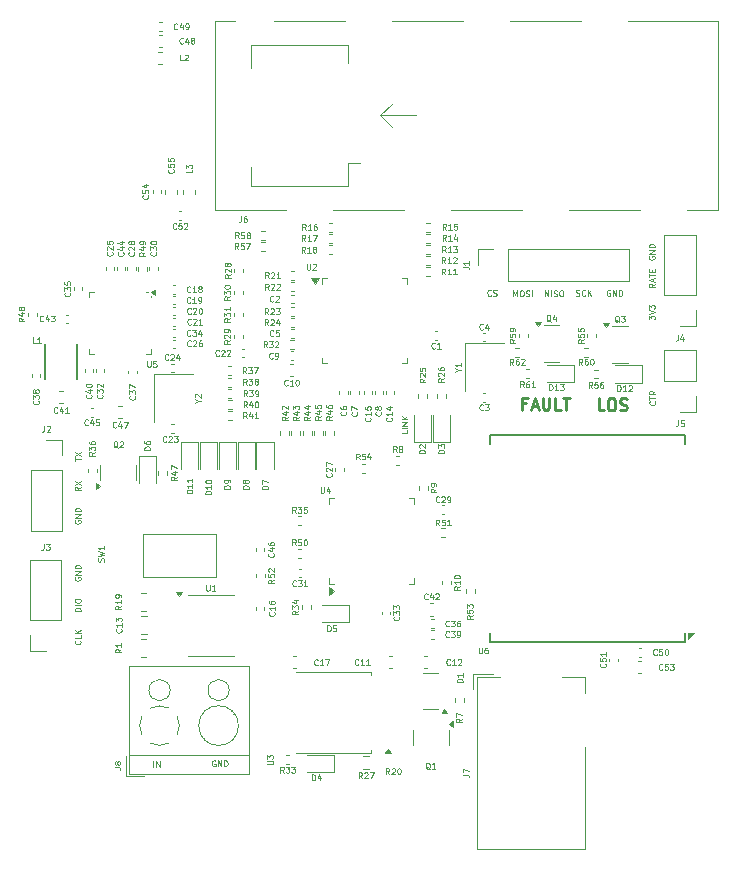
<source format=gbr>
%TF.GenerationSoftware,KiCad,Pcbnew,8.0.5*%
%TF.CreationDate,2025-11-07T08:13:22-03:00*%
%TF.ProjectId,sfp_moduloIC,7366705f-6d6f-4647-956c-6f49432e6b69,v1.0*%
%TF.SameCoordinates,Original*%
%TF.FileFunction,Legend,Top*%
%TF.FilePolarity,Positive*%
%FSLAX46Y46*%
G04 Gerber Fmt 4.6, Leading zero omitted, Abs format (unit mm)*
G04 Created by KiCad (PCBNEW 8.0.5) date 2025-11-07 08:13:22*
%MOMM*%
%LPD*%
G01*
G04 APERTURE LIST*
%ADD10C,0.125000*%
%ADD11C,0.250000*%
%ADD12C,0.120000*%
%ADD13C,0.150000*%
%ADD14C,0.200000*%
G04 APERTURE END LIST*
D10*
X157897684Y-76590309D02*
X157897684Y-76090309D01*
X157897684Y-76090309D02*
X158064351Y-76447452D01*
X158064351Y-76447452D02*
X158231017Y-76090309D01*
X158231017Y-76090309D02*
X158231017Y-76590309D01*
X158564351Y-76090309D02*
X158659589Y-76090309D01*
X158659589Y-76090309D02*
X158707208Y-76114119D01*
X158707208Y-76114119D02*
X158754827Y-76161738D01*
X158754827Y-76161738D02*
X158778637Y-76256976D01*
X158778637Y-76256976D02*
X158778637Y-76423642D01*
X158778637Y-76423642D02*
X158754827Y-76518880D01*
X158754827Y-76518880D02*
X158707208Y-76566500D01*
X158707208Y-76566500D02*
X158659589Y-76590309D01*
X158659589Y-76590309D02*
X158564351Y-76590309D01*
X158564351Y-76590309D02*
X158516732Y-76566500D01*
X158516732Y-76566500D02*
X158469113Y-76518880D01*
X158469113Y-76518880D02*
X158445304Y-76423642D01*
X158445304Y-76423642D02*
X158445304Y-76256976D01*
X158445304Y-76256976D02*
X158469113Y-76161738D01*
X158469113Y-76161738D02*
X158516732Y-76114119D01*
X158516732Y-76114119D02*
X158564351Y-76090309D01*
X158969114Y-76566500D02*
X159040542Y-76590309D01*
X159040542Y-76590309D02*
X159159590Y-76590309D01*
X159159590Y-76590309D02*
X159207209Y-76566500D01*
X159207209Y-76566500D02*
X159231018Y-76542690D01*
X159231018Y-76542690D02*
X159254828Y-76495071D01*
X159254828Y-76495071D02*
X159254828Y-76447452D01*
X159254828Y-76447452D02*
X159231018Y-76399833D01*
X159231018Y-76399833D02*
X159207209Y-76376023D01*
X159207209Y-76376023D02*
X159159590Y-76352214D01*
X159159590Y-76352214D02*
X159064352Y-76328404D01*
X159064352Y-76328404D02*
X159016733Y-76304595D01*
X159016733Y-76304595D02*
X158992923Y-76280785D01*
X158992923Y-76280785D02*
X158969114Y-76233166D01*
X158969114Y-76233166D02*
X158969114Y-76185547D01*
X158969114Y-76185547D02*
X158992923Y-76137928D01*
X158992923Y-76137928D02*
X159016733Y-76114119D01*
X159016733Y-76114119D02*
X159064352Y-76090309D01*
X159064352Y-76090309D02*
X159183399Y-76090309D01*
X159183399Y-76090309D02*
X159254828Y-76114119D01*
X159469113Y-76590309D02*
X159469113Y-76090309D01*
X121255910Y-103228316D02*
X120755910Y-103228316D01*
X120755910Y-103228316D02*
X120755910Y-103109268D01*
X120755910Y-103109268D02*
X120779720Y-103037840D01*
X120779720Y-103037840D02*
X120827339Y-102990221D01*
X120827339Y-102990221D02*
X120874958Y-102966411D01*
X120874958Y-102966411D02*
X120970196Y-102942602D01*
X120970196Y-102942602D02*
X121041624Y-102942602D01*
X121041624Y-102942602D02*
X121136862Y-102966411D01*
X121136862Y-102966411D02*
X121184481Y-102990221D01*
X121184481Y-102990221D02*
X121232101Y-103037840D01*
X121232101Y-103037840D02*
X121255910Y-103109268D01*
X121255910Y-103109268D02*
X121255910Y-103228316D01*
X121255910Y-102728316D02*
X120755910Y-102728316D01*
X120755910Y-102394983D02*
X120755910Y-102299745D01*
X120755910Y-102299745D02*
X120779720Y-102252126D01*
X120779720Y-102252126D02*
X120827339Y-102204507D01*
X120827339Y-102204507D02*
X120922577Y-102180697D01*
X120922577Y-102180697D02*
X121089243Y-102180697D01*
X121089243Y-102180697D02*
X121184481Y-102204507D01*
X121184481Y-102204507D02*
X121232101Y-102252126D01*
X121232101Y-102252126D02*
X121255910Y-102299745D01*
X121255910Y-102299745D02*
X121255910Y-102394983D01*
X121255910Y-102394983D02*
X121232101Y-102442602D01*
X121232101Y-102442602D02*
X121184481Y-102490221D01*
X121184481Y-102490221D02*
X121089243Y-102514030D01*
X121089243Y-102514030D02*
X120922577Y-102514030D01*
X120922577Y-102514030D02*
X120827339Y-102490221D01*
X120827339Y-102490221D02*
X120779720Y-102442602D01*
X120779720Y-102442602D02*
X120755910Y-102394983D01*
X127417684Y-116417509D02*
X127417684Y-115917509D01*
X127655779Y-116417509D02*
X127655779Y-115917509D01*
X127655779Y-115917509D02*
X127941493Y-116417509D01*
X127941493Y-116417509D02*
X127941493Y-115917509D01*
X169874691Y-85467402D02*
X169898501Y-85491211D01*
X169898501Y-85491211D02*
X169922310Y-85562640D01*
X169922310Y-85562640D02*
X169922310Y-85610259D01*
X169922310Y-85610259D02*
X169898501Y-85681687D01*
X169898501Y-85681687D02*
X169850881Y-85729306D01*
X169850881Y-85729306D02*
X169803262Y-85753116D01*
X169803262Y-85753116D02*
X169708024Y-85776925D01*
X169708024Y-85776925D02*
X169636596Y-85776925D01*
X169636596Y-85776925D02*
X169541358Y-85753116D01*
X169541358Y-85753116D02*
X169493739Y-85729306D01*
X169493739Y-85729306D02*
X169446120Y-85681687D01*
X169446120Y-85681687D02*
X169422310Y-85610259D01*
X169422310Y-85610259D02*
X169422310Y-85562640D01*
X169422310Y-85562640D02*
X169446120Y-85491211D01*
X169446120Y-85491211D02*
X169469929Y-85467402D01*
X169422310Y-85324544D02*
X169422310Y-85038830D01*
X169922310Y-85181687D02*
X169422310Y-85181687D01*
X169922310Y-84586450D02*
X169684215Y-84753116D01*
X169922310Y-84872164D02*
X169422310Y-84872164D01*
X169422310Y-84872164D02*
X169422310Y-84681688D01*
X169422310Y-84681688D02*
X169446120Y-84634069D01*
X169446120Y-84634069D02*
X169469929Y-84610259D01*
X169469929Y-84610259D02*
X169517548Y-84586450D01*
X169517548Y-84586450D02*
X169588977Y-84586450D01*
X169588977Y-84586450D02*
X169636596Y-84610259D01*
X169636596Y-84610259D02*
X169660405Y-84634069D01*
X169660405Y-84634069D02*
X169684215Y-84681688D01*
X169684215Y-84681688D02*
X169684215Y-84872164D01*
X169871510Y-75510602D02*
X169633415Y-75677268D01*
X169871510Y-75796316D02*
X169371510Y-75796316D01*
X169371510Y-75796316D02*
X169371510Y-75605840D01*
X169371510Y-75605840D02*
X169395320Y-75558221D01*
X169395320Y-75558221D02*
X169419129Y-75534411D01*
X169419129Y-75534411D02*
X169466748Y-75510602D01*
X169466748Y-75510602D02*
X169538177Y-75510602D01*
X169538177Y-75510602D02*
X169585796Y-75534411D01*
X169585796Y-75534411D02*
X169609605Y-75558221D01*
X169609605Y-75558221D02*
X169633415Y-75605840D01*
X169633415Y-75605840D02*
X169633415Y-75796316D01*
X169728653Y-75320125D02*
X169728653Y-75082030D01*
X169871510Y-75367744D02*
X169371510Y-75201078D01*
X169371510Y-75201078D02*
X169871510Y-75034411D01*
X169371510Y-74939173D02*
X169371510Y-74653459D01*
X169871510Y-74796316D02*
X169371510Y-74796316D01*
X169609605Y-74486793D02*
X169609605Y-74320126D01*
X169871510Y-74248698D02*
X169871510Y-74486793D01*
X169871510Y-74486793D02*
X169371510Y-74486793D01*
X169371510Y-74486793D02*
X169371510Y-74248698D01*
X120779720Y-100375611D02*
X120755910Y-100423230D01*
X120755910Y-100423230D02*
X120755910Y-100494659D01*
X120755910Y-100494659D02*
X120779720Y-100566087D01*
X120779720Y-100566087D02*
X120827339Y-100613706D01*
X120827339Y-100613706D02*
X120874958Y-100637516D01*
X120874958Y-100637516D02*
X120970196Y-100661325D01*
X120970196Y-100661325D02*
X121041624Y-100661325D01*
X121041624Y-100661325D02*
X121136862Y-100637516D01*
X121136862Y-100637516D02*
X121184481Y-100613706D01*
X121184481Y-100613706D02*
X121232101Y-100566087D01*
X121232101Y-100566087D02*
X121255910Y-100494659D01*
X121255910Y-100494659D02*
X121255910Y-100447040D01*
X121255910Y-100447040D02*
X121232101Y-100375611D01*
X121232101Y-100375611D02*
X121208291Y-100351802D01*
X121208291Y-100351802D02*
X121041624Y-100351802D01*
X121041624Y-100351802D02*
X121041624Y-100447040D01*
X121255910Y-100137516D02*
X120755910Y-100137516D01*
X120755910Y-100137516D02*
X121255910Y-99851802D01*
X121255910Y-99851802D02*
X120755910Y-99851802D01*
X121255910Y-99613706D02*
X120755910Y-99613706D01*
X120755910Y-99613706D02*
X120755910Y-99494658D01*
X120755910Y-99494658D02*
X120779720Y-99423230D01*
X120779720Y-99423230D02*
X120827339Y-99375611D01*
X120827339Y-99375611D02*
X120874958Y-99351801D01*
X120874958Y-99351801D02*
X120970196Y-99327992D01*
X120970196Y-99327992D02*
X121041624Y-99327992D01*
X121041624Y-99327992D02*
X121136862Y-99351801D01*
X121136862Y-99351801D02*
X121184481Y-99375611D01*
X121184481Y-99375611D02*
X121232101Y-99423230D01*
X121232101Y-99423230D02*
X121255910Y-99494658D01*
X121255910Y-99494658D02*
X121255910Y-99613706D01*
D11*
X165585559Y-86225419D02*
X165109369Y-86225419D01*
X165109369Y-86225419D02*
X165109369Y-85225419D01*
X166109369Y-85225419D02*
X166299845Y-85225419D01*
X166299845Y-85225419D02*
X166395083Y-85273038D01*
X166395083Y-85273038D02*
X166490321Y-85368276D01*
X166490321Y-85368276D02*
X166537940Y-85558752D01*
X166537940Y-85558752D02*
X166537940Y-85892085D01*
X166537940Y-85892085D02*
X166490321Y-86082561D01*
X166490321Y-86082561D02*
X166395083Y-86177800D01*
X166395083Y-86177800D02*
X166299845Y-86225419D01*
X166299845Y-86225419D02*
X166109369Y-86225419D01*
X166109369Y-86225419D02*
X166014131Y-86177800D01*
X166014131Y-86177800D02*
X165918893Y-86082561D01*
X165918893Y-86082561D02*
X165871274Y-85892085D01*
X165871274Y-85892085D02*
X165871274Y-85558752D01*
X165871274Y-85558752D02*
X165918893Y-85368276D01*
X165918893Y-85368276D02*
X166014131Y-85273038D01*
X166014131Y-85273038D02*
X166109369Y-85225419D01*
X166918893Y-86177800D02*
X167061750Y-86225419D01*
X167061750Y-86225419D02*
X167299845Y-86225419D01*
X167299845Y-86225419D02*
X167395083Y-86177800D01*
X167395083Y-86177800D02*
X167442702Y-86130180D01*
X167442702Y-86130180D02*
X167490321Y-86034942D01*
X167490321Y-86034942D02*
X167490321Y-85939704D01*
X167490321Y-85939704D02*
X167442702Y-85844466D01*
X167442702Y-85844466D02*
X167395083Y-85796847D01*
X167395083Y-85796847D02*
X167299845Y-85749228D01*
X167299845Y-85749228D02*
X167109369Y-85701609D01*
X167109369Y-85701609D02*
X167014131Y-85653990D01*
X167014131Y-85653990D02*
X166966512Y-85606371D01*
X166966512Y-85606371D02*
X166918893Y-85511133D01*
X166918893Y-85511133D02*
X166918893Y-85415895D01*
X166918893Y-85415895D02*
X166966512Y-85320657D01*
X166966512Y-85320657D02*
X167014131Y-85273038D01*
X167014131Y-85273038D02*
X167109369Y-85225419D01*
X167109369Y-85225419D02*
X167347464Y-85225419D01*
X167347464Y-85225419D02*
X167490321Y-85273038D01*
D10*
X160539284Y-76590309D02*
X160539284Y-76090309D01*
X160539284Y-76090309D02*
X160705951Y-76447452D01*
X160705951Y-76447452D02*
X160872617Y-76090309D01*
X160872617Y-76090309D02*
X160872617Y-76590309D01*
X161110713Y-76590309D02*
X161110713Y-76090309D01*
X161324999Y-76566500D02*
X161396427Y-76590309D01*
X161396427Y-76590309D02*
X161515475Y-76590309D01*
X161515475Y-76590309D02*
X161563094Y-76566500D01*
X161563094Y-76566500D02*
X161586903Y-76542690D01*
X161586903Y-76542690D02*
X161610713Y-76495071D01*
X161610713Y-76495071D02*
X161610713Y-76447452D01*
X161610713Y-76447452D02*
X161586903Y-76399833D01*
X161586903Y-76399833D02*
X161563094Y-76376023D01*
X161563094Y-76376023D02*
X161515475Y-76352214D01*
X161515475Y-76352214D02*
X161420237Y-76328404D01*
X161420237Y-76328404D02*
X161372618Y-76304595D01*
X161372618Y-76304595D02*
X161348808Y-76280785D01*
X161348808Y-76280785D02*
X161324999Y-76233166D01*
X161324999Y-76233166D02*
X161324999Y-76185547D01*
X161324999Y-76185547D02*
X161348808Y-76137928D01*
X161348808Y-76137928D02*
X161372618Y-76114119D01*
X161372618Y-76114119D02*
X161420237Y-76090309D01*
X161420237Y-76090309D02*
X161539284Y-76090309D01*
X161539284Y-76090309D02*
X161610713Y-76114119D01*
X161920236Y-76090309D02*
X162015474Y-76090309D01*
X162015474Y-76090309D02*
X162063093Y-76114119D01*
X162063093Y-76114119D02*
X162110712Y-76161738D01*
X162110712Y-76161738D02*
X162134522Y-76256976D01*
X162134522Y-76256976D02*
X162134522Y-76423642D01*
X162134522Y-76423642D02*
X162110712Y-76518880D01*
X162110712Y-76518880D02*
X162063093Y-76566500D01*
X162063093Y-76566500D02*
X162015474Y-76590309D01*
X162015474Y-76590309D02*
X161920236Y-76590309D01*
X161920236Y-76590309D02*
X161872617Y-76566500D01*
X161872617Y-76566500D02*
X161824998Y-76518880D01*
X161824998Y-76518880D02*
X161801189Y-76423642D01*
X161801189Y-76423642D02*
X161801189Y-76256976D01*
X161801189Y-76256976D02*
X161824998Y-76161738D01*
X161824998Y-76161738D02*
X161872617Y-76114119D01*
X161872617Y-76114119D02*
X161920236Y-76090309D01*
X166084389Y-76063319D02*
X166036770Y-76039509D01*
X166036770Y-76039509D02*
X165965341Y-76039509D01*
X165965341Y-76039509D02*
X165893913Y-76063319D01*
X165893913Y-76063319D02*
X165846294Y-76110938D01*
X165846294Y-76110938D02*
X165822484Y-76158557D01*
X165822484Y-76158557D02*
X165798675Y-76253795D01*
X165798675Y-76253795D02*
X165798675Y-76325223D01*
X165798675Y-76325223D02*
X165822484Y-76420461D01*
X165822484Y-76420461D02*
X165846294Y-76468080D01*
X165846294Y-76468080D02*
X165893913Y-76515700D01*
X165893913Y-76515700D02*
X165965341Y-76539509D01*
X165965341Y-76539509D02*
X166012960Y-76539509D01*
X166012960Y-76539509D02*
X166084389Y-76515700D01*
X166084389Y-76515700D02*
X166108198Y-76491890D01*
X166108198Y-76491890D02*
X166108198Y-76325223D01*
X166108198Y-76325223D02*
X166012960Y-76325223D01*
X166322484Y-76539509D02*
X166322484Y-76039509D01*
X166322484Y-76039509D02*
X166608198Y-76539509D01*
X166608198Y-76539509D02*
X166608198Y-76039509D01*
X166846294Y-76539509D02*
X166846294Y-76039509D01*
X166846294Y-76039509D02*
X166965342Y-76039509D01*
X166965342Y-76039509D02*
X167036770Y-76063319D01*
X167036770Y-76063319D02*
X167084389Y-76110938D01*
X167084389Y-76110938D02*
X167108199Y-76158557D01*
X167108199Y-76158557D02*
X167132008Y-76253795D01*
X167132008Y-76253795D02*
X167132008Y-76325223D01*
X167132008Y-76325223D02*
X167108199Y-76420461D01*
X167108199Y-76420461D02*
X167084389Y-76468080D01*
X167084389Y-76468080D02*
X167036770Y-76515700D01*
X167036770Y-76515700D02*
X166965342Y-76539509D01*
X166965342Y-76539509D02*
X166846294Y-76539509D01*
X169395320Y-73197611D02*
X169371510Y-73245230D01*
X169371510Y-73245230D02*
X169371510Y-73316659D01*
X169371510Y-73316659D02*
X169395320Y-73388087D01*
X169395320Y-73388087D02*
X169442939Y-73435706D01*
X169442939Y-73435706D02*
X169490558Y-73459516D01*
X169490558Y-73459516D02*
X169585796Y-73483325D01*
X169585796Y-73483325D02*
X169657224Y-73483325D01*
X169657224Y-73483325D02*
X169752462Y-73459516D01*
X169752462Y-73459516D02*
X169800081Y-73435706D01*
X169800081Y-73435706D02*
X169847701Y-73388087D01*
X169847701Y-73388087D02*
X169871510Y-73316659D01*
X169871510Y-73316659D02*
X169871510Y-73269040D01*
X169871510Y-73269040D02*
X169847701Y-73197611D01*
X169847701Y-73197611D02*
X169823891Y-73173802D01*
X169823891Y-73173802D02*
X169657224Y-73173802D01*
X169657224Y-73173802D02*
X169657224Y-73269040D01*
X169871510Y-72959516D02*
X169371510Y-72959516D01*
X169371510Y-72959516D02*
X169871510Y-72673802D01*
X169871510Y-72673802D02*
X169371510Y-72673802D01*
X169871510Y-72435706D02*
X169371510Y-72435706D01*
X169371510Y-72435706D02*
X169371510Y-72316658D01*
X169371510Y-72316658D02*
X169395320Y-72245230D01*
X169395320Y-72245230D02*
X169442939Y-72197611D01*
X169442939Y-72197611D02*
X169490558Y-72173801D01*
X169490558Y-72173801D02*
X169585796Y-72149992D01*
X169585796Y-72149992D02*
X169657224Y-72149992D01*
X169657224Y-72149992D02*
X169752462Y-72173801D01*
X169752462Y-72173801D02*
X169800081Y-72197611D01*
X169800081Y-72197611D02*
X169847701Y-72245230D01*
X169847701Y-72245230D02*
X169871510Y-72316658D01*
X169871510Y-72316658D02*
X169871510Y-72435706D01*
X120755910Y-90498144D02*
X120755910Y-90212430D01*
X121255910Y-90355287D02*
X120755910Y-90355287D01*
X120755910Y-90093383D02*
X121255910Y-89760050D01*
X120755910Y-89760050D02*
X121255910Y-90093383D01*
X132657989Y-115890519D02*
X132610370Y-115866709D01*
X132610370Y-115866709D02*
X132538941Y-115866709D01*
X132538941Y-115866709D02*
X132467513Y-115890519D01*
X132467513Y-115890519D02*
X132419894Y-115938138D01*
X132419894Y-115938138D02*
X132396084Y-115985757D01*
X132396084Y-115985757D02*
X132372275Y-116080995D01*
X132372275Y-116080995D02*
X132372275Y-116152423D01*
X132372275Y-116152423D02*
X132396084Y-116247661D01*
X132396084Y-116247661D02*
X132419894Y-116295280D01*
X132419894Y-116295280D02*
X132467513Y-116342900D01*
X132467513Y-116342900D02*
X132538941Y-116366709D01*
X132538941Y-116366709D02*
X132586560Y-116366709D01*
X132586560Y-116366709D02*
X132657989Y-116342900D01*
X132657989Y-116342900D02*
X132681798Y-116319090D01*
X132681798Y-116319090D02*
X132681798Y-116152423D01*
X132681798Y-116152423D02*
X132586560Y-116152423D01*
X132896084Y-116366709D02*
X132896084Y-115866709D01*
X132896084Y-115866709D02*
X133181798Y-116366709D01*
X133181798Y-116366709D02*
X133181798Y-115866709D01*
X133419894Y-116366709D02*
X133419894Y-115866709D01*
X133419894Y-115866709D02*
X133538942Y-115866709D01*
X133538942Y-115866709D02*
X133610370Y-115890519D01*
X133610370Y-115890519D02*
X133657989Y-115938138D01*
X133657989Y-115938138D02*
X133681799Y-115985757D01*
X133681799Y-115985757D02*
X133705608Y-116080995D01*
X133705608Y-116080995D02*
X133705608Y-116152423D01*
X133705608Y-116152423D02*
X133681799Y-116247661D01*
X133681799Y-116247661D02*
X133657989Y-116295280D01*
X133657989Y-116295280D02*
X133610370Y-116342900D01*
X133610370Y-116342900D02*
X133538942Y-116366709D01*
X133538942Y-116366709D02*
X133419894Y-116366709D01*
X163207875Y-76515700D02*
X163279303Y-76539509D01*
X163279303Y-76539509D02*
X163398351Y-76539509D01*
X163398351Y-76539509D02*
X163445970Y-76515700D01*
X163445970Y-76515700D02*
X163469779Y-76491890D01*
X163469779Y-76491890D02*
X163493589Y-76444271D01*
X163493589Y-76444271D02*
X163493589Y-76396652D01*
X163493589Y-76396652D02*
X163469779Y-76349033D01*
X163469779Y-76349033D02*
X163445970Y-76325223D01*
X163445970Y-76325223D02*
X163398351Y-76301414D01*
X163398351Y-76301414D02*
X163303113Y-76277604D01*
X163303113Y-76277604D02*
X163255494Y-76253795D01*
X163255494Y-76253795D02*
X163231684Y-76229985D01*
X163231684Y-76229985D02*
X163207875Y-76182366D01*
X163207875Y-76182366D02*
X163207875Y-76134747D01*
X163207875Y-76134747D02*
X163231684Y-76087128D01*
X163231684Y-76087128D02*
X163255494Y-76063319D01*
X163255494Y-76063319D02*
X163303113Y-76039509D01*
X163303113Y-76039509D02*
X163422160Y-76039509D01*
X163422160Y-76039509D02*
X163493589Y-76063319D01*
X163993588Y-76491890D02*
X163969779Y-76515700D01*
X163969779Y-76515700D02*
X163898350Y-76539509D01*
X163898350Y-76539509D02*
X163850731Y-76539509D01*
X163850731Y-76539509D02*
X163779303Y-76515700D01*
X163779303Y-76515700D02*
X163731684Y-76468080D01*
X163731684Y-76468080D02*
X163707874Y-76420461D01*
X163707874Y-76420461D02*
X163684065Y-76325223D01*
X163684065Y-76325223D02*
X163684065Y-76253795D01*
X163684065Y-76253795D02*
X163707874Y-76158557D01*
X163707874Y-76158557D02*
X163731684Y-76110938D01*
X163731684Y-76110938D02*
X163779303Y-76063319D01*
X163779303Y-76063319D02*
X163850731Y-76039509D01*
X163850731Y-76039509D02*
X163898350Y-76039509D01*
X163898350Y-76039509D02*
X163969779Y-76063319D01*
X163969779Y-76063319D02*
X163993588Y-76087128D01*
X164207874Y-76539509D02*
X164207874Y-76039509D01*
X164493588Y-76539509D02*
X164279303Y-76253795D01*
X164493588Y-76039509D02*
X164207874Y-76325223D01*
X155998998Y-76491890D02*
X155975189Y-76515700D01*
X155975189Y-76515700D02*
X155903760Y-76539509D01*
X155903760Y-76539509D02*
X155856141Y-76539509D01*
X155856141Y-76539509D02*
X155784713Y-76515700D01*
X155784713Y-76515700D02*
X155737094Y-76468080D01*
X155737094Y-76468080D02*
X155713284Y-76420461D01*
X155713284Y-76420461D02*
X155689475Y-76325223D01*
X155689475Y-76325223D02*
X155689475Y-76253795D01*
X155689475Y-76253795D02*
X155713284Y-76158557D01*
X155713284Y-76158557D02*
X155737094Y-76110938D01*
X155737094Y-76110938D02*
X155784713Y-76063319D01*
X155784713Y-76063319D02*
X155856141Y-76039509D01*
X155856141Y-76039509D02*
X155903760Y-76039509D01*
X155903760Y-76039509D02*
X155975189Y-76063319D01*
X155975189Y-76063319D02*
X155998998Y-76087128D01*
X156189475Y-76515700D02*
X156260903Y-76539509D01*
X156260903Y-76539509D02*
X156379951Y-76539509D01*
X156379951Y-76539509D02*
X156427570Y-76515700D01*
X156427570Y-76515700D02*
X156451379Y-76491890D01*
X156451379Y-76491890D02*
X156475189Y-76444271D01*
X156475189Y-76444271D02*
X156475189Y-76396652D01*
X156475189Y-76396652D02*
X156451379Y-76349033D01*
X156451379Y-76349033D02*
X156427570Y-76325223D01*
X156427570Y-76325223D02*
X156379951Y-76301414D01*
X156379951Y-76301414D02*
X156284713Y-76277604D01*
X156284713Y-76277604D02*
X156237094Y-76253795D01*
X156237094Y-76253795D02*
X156213284Y-76229985D01*
X156213284Y-76229985D02*
X156189475Y-76182366D01*
X156189475Y-76182366D02*
X156189475Y-76134747D01*
X156189475Y-76134747D02*
X156213284Y-76087128D01*
X156213284Y-76087128D02*
X156237094Y-76063319D01*
X156237094Y-76063319D02*
X156284713Y-76039509D01*
X156284713Y-76039509D02*
X156403760Y-76039509D01*
X156403760Y-76039509D02*
X156475189Y-76063319D01*
D11*
X158991102Y-85650809D02*
X158657769Y-85650809D01*
X158657769Y-86174619D02*
X158657769Y-85174619D01*
X158657769Y-85174619D02*
X159133959Y-85174619D01*
X159467293Y-85888904D02*
X159943483Y-85888904D01*
X159372055Y-86174619D02*
X159705388Y-85174619D01*
X159705388Y-85174619D02*
X160038721Y-86174619D01*
X160372055Y-85174619D02*
X160372055Y-85984142D01*
X160372055Y-85984142D02*
X160419674Y-86079380D01*
X160419674Y-86079380D02*
X160467293Y-86127000D01*
X160467293Y-86127000D02*
X160562531Y-86174619D01*
X160562531Y-86174619D02*
X160753007Y-86174619D01*
X160753007Y-86174619D02*
X160848245Y-86127000D01*
X160848245Y-86127000D02*
X160895864Y-86079380D01*
X160895864Y-86079380D02*
X160943483Y-85984142D01*
X160943483Y-85984142D02*
X160943483Y-85174619D01*
X161895864Y-86174619D02*
X161419674Y-86174619D01*
X161419674Y-86174619D02*
X161419674Y-85174619D01*
X162086341Y-85174619D02*
X162657769Y-85174619D01*
X162372055Y-86174619D02*
X162372055Y-85174619D01*
D10*
X121255910Y-92731802D02*
X121017815Y-92898468D01*
X121255910Y-93017516D02*
X120755910Y-93017516D01*
X120755910Y-93017516D02*
X120755910Y-92827040D01*
X120755910Y-92827040D02*
X120779720Y-92779421D01*
X120779720Y-92779421D02*
X120803529Y-92755611D01*
X120803529Y-92755611D02*
X120851148Y-92731802D01*
X120851148Y-92731802D02*
X120922577Y-92731802D01*
X120922577Y-92731802D02*
X120970196Y-92755611D01*
X120970196Y-92755611D02*
X120994005Y-92779421D01*
X120994005Y-92779421D02*
X121017815Y-92827040D01*
X121017815Y-92827040D02*
X121017815Y-93017516D01*
X120755910Y-92565135D02*
X121255910Y-92231802D01*
X120755910Y-92231802D02*
X121255910Y-92565135D01*
X120779720Y-95549611D02*
X120755910Y-95597230D01*
X120755910Y-95597230D02*
X120755910Y-95668659D01*
X120755910Y-95668659D02*
X120779720Y-95740087D01*
X120779720Y-95740087D02*
X120827339Y-95787706D01*
X120827339Y-95787706D02*
X120874958Y-95811516D01*
X120874958Y-95811516D02*
X120970196Y-95835325D01*
X120970196Y-95835325D02*
X121041624Y-95835325D01*
X121041624Y-95835325D02*
X121136862Y-95811516D01*
X121136862Y-95811516D02*
X121184481Y-95787706D01*
X121184481Y-95787706D02*
X121232101Y-95740087D01*
X121232101Y-95740087D02*
X121255910Y-95668659D01*
X121255910Y-95668659D02*
X121255910Y-95621040D01*
X121255910Y-95621040D02*
X121232101Y-95549611D01*
X121232101Y-95549611D02*
X121208291Y-95525802D01*
X121208291Y-95525802D02*
X121041624Y-95525802D01*
X121041624Y-95525802D02*
X121041624Y-95621040D01*
X121255910Y-95311516D02*
X120755910Y-95311516D01*
X120755910Y-95311516D02*
X121255910Y-95025802D01*
X121255910Y-95025802D02*
X120755910Y-95025802D01*
X121255910Y-94787706D02*
X120755910Y-94787706D01*
X120755910Y-94787706D02*
X120755910Y-94668658D01*
X120755910Y-94668658D02*
X120779720Y-94597230D01*
X120779720Y-94597230D02*
X120827339Y-94549611D01*
X120827339Y-94549611D02*
X120874958Y-94525801D01*
X120874958Y-94525801D02*
X120970196Y-94501992D01*
X120970196Y-94501992D02*
X121041624Y-94501992D01*
X121041624Y-94501992D02*
X121136862Y-94525801D01*
X121136862Y-94525801D02*
X121184481Y-94549611D01*
X121184481Y-94549611D02*
X121232101Y-94597230D01*
X121232101Y-94597230D02*
X121255910Y-94668658D01*
X121255910Y-94668658D02*
X121255910Y-94787706D01*
X121208291Y-105736602D02*
X121232101Y-105760411D01*
X121232101Y-105760411D02*
X121255910Y-105831840D01*
X121255910Y-105831840D02*
X121255910Y-105879459D01*
X121255910Y-105879459D02*
X121232101Y-105950887D01*
X121232101Y-105950887D02*
X121184481Y-105998506D01*
X121184481Y-105998506D02*
X121136862Y-106022316D01*
X121136862Y-106022316D02*
X121041624Y-106046125D01*
X121041624Y-106046125D02*
X120970196Y-106046125D01*
X120970196Y-106046125D02*
X120874958Y-106022316D01*
X120874958Y-106022316D02*
X120827339Y-105998506D01*
X120827339Y-105998506D02*
X120779720Y-105950887D01*
X120779720Y-105950887D02*
X120755910Y-105879459D01*
X120755910Y-105879459D02*
X120755910Y-105831840D01*
X120755910Y-105831840D02*
X120779720Y-105760411D01*
X120779720Y-105760411D02*
X120803529Y-105736602D01*
X121255910Y-105284221D02*
X121255910Y-105522316D01*
X121255910Y-105522316D02*
X120755910Y-105522316D01*
X121255910Y-105117554D02*
X120755910Y-105117554D01*
X121255910Y-104831840D02*
X120970196Y-105046125D01*
X120755910Y-104831840D02*
X121041624Y-105117554D01*
X148932310Y-87940621D02*
X148932310Y-88178716D01*
X148932310Y-88178716D02*
X148432310Y-88178716D01*
X148932310Y-87773954D02*
X148432310Y-87773954D01*
X148932310Y-87535859D02*
X148432310Y-87535859D01*
X148432310Y-87535859D02*
X148932310Y-87250145D01*
X148932310Y-87250145D02*
X148432310Y-87250145D01*
X148932310Y-87012049D02*
X148432310Y-87012049D01*
X148932310Y-86726335D02*
X148646596Y-86940620D01*
X148432310Y-86726335D02*
X148718024Y-87012049D01*
X169371510Y-78536335D02*
X169371510Y-78226811D01*
X169371510Y-78226811D02*
X169561986Y-78393478D01*
X169561986Y-78393478D02*
X169561986Y-78322049D01*
X169561986Y-78322049D02*
X169585796Y-78274430D01*
X169585796Y-78274430D02*
X169609605Y-78250621D01*
X169609605Y-78250621D02*
X169657224Y-78226811D01*
X169657224Y-78226811D02*
X169776272Y-78226811D01*
X169776272Y-78226811D02*
X169823891Y-78250621D01*
X169823891Y-78250621D02*
X169847701Y-78274430D01*
X169847701Y-78274430D02*
X169871510Y-78322049D01*
X169871510Y-78322049D02*
X169871510Y-78464906D01*
X169871510Y-78464906D02*
X169847701Y-78512525D01*
X169847701Y-78512525D02*
X169823891Y-78536335D01*
X169371510Y-78083954D02*
X169871510Y-77917288D01*
X169871510Y-77917288D02*
X169371510Y-77750621D01*
X169371510Y-77631574D02*
X169371510Y-77322050D01*
X169371510Y-77322050D02*
X169561986Y-77488717D01*
X169561986Y-77488717D02*
X169561986Y-77417288D01*
X169561986Y-77417288D02*
X169585796Y-77369669D01*
X169585796Y-77369669D02*
X169609605Y-77345860D01*
X169609605Y-77345860D02*
X169657224Y-77322050D01*
X169657224Y-77322050D02*
X169776272Y-77322050D01*
X169776272Y-77322050D02*
X169823891Y-77345860D01*
X169823891Y-77345860D02*
X169847701Y-77369669D01*
X169847701Y-77369669D02*
X169871510Y-77417288D01*
X169871510Y-77417288D02*
X169871510Y-77560145D01*
X169871510Y-77560145D02*
X169847701Y-77607764D01*
X169847701Y-77607764D02*
X169823891Y-77631574D01*
X152448572Y-104487190D02*
X152424763Y-104511000D01*
X152424763Y-104511000D02*
X152353334Y-104534809D01*
X152353334Y-104534809D02*
X152305715Y-104534809D01*
X152305715Y-104534809D02*
X152234287Y-104511000D01*
X152234287Y-104511000D02*
X152186668Y-104463380D01*
X152186668Y-104463380D02*
X152162858Y-104415761D01*
X152162858Y-104415761D02*
X152139049Y-104320523D01*
X152139049Y-104320523D02*
X152139049Y-104249095D01*
X152139049Y-104249095D02*
X152162858Y-104153857D01*
X152162858Y-104153857D02*
X152186668Y-104106238D01*
X152186668Y-104106238D02*
X152234287Y-104058619D01*
X152234287Y-104058619D02*
X152305715Y-104034809D01*
X152305715Y-104034809D02*
X152353334Y-104034809D01*
X152353334Y-104034809D02*
X152424763Y-104058619D01*
X152424763Y-104058619D02*
X152448572Y-104082428D01*
X152615239Y-104034809D02*
X152924763Y-104034809D01*
X152924763Y-104034809D02*
X152758096Y-104225285D01*
X152758096Y-104225285D02*
X152829525Y-104225285D01*
X152829525Y-104225285D02*
X152877144Y-104249095D01*
X152877144Y-104249095D02*
X152900953Y-104272904D01*
X152900953Y-104272904D02*
X152924763Y-104320523D01*
X152924763Y-104320523D02*
X152924763Y-104439571D01*
X152924763Y-104439571D02*
X152900953Y-104487190D01*
X152900953Y-104487190D02*
X152877144Y-104511000D01*
X152877144Y-104511000D02*
X152829525Y-104534809D01*
X152829525Y-104534809D02*
X152686668Y-104534809D01*
X152686668Y-104534809D02*
X152639049Y-104511000D01*
X152639049Y-104511000D02*
X152615239Y-104487190D01*
X153353334Y-104034809D02*
X153258096Y-104034809D01*
X153258096Y-104034809D02*
X153210477Y-104058619D01*
X153210477Y-104058619D02*
X153186667Y-104082428D01*
X153186667Y-104082428D02*
X153139048Y-104153857D01*
X153139048Y-104153857D02*
X153115239Y-104249095D01*
X153115239Y-104249095D02*
X153115239Y-104439571D01*
X153115239Y-104439571D02*
X153139048Y-104487190D01*
X153139048Y-104487190D02*
X153162858Y-104511000D01*
X153162858Y-104511000D02*
X153210477Y-104534809D01*
X153210477Y-104534809D02*
X153305715Y-104534809D01*
X153305715Y-104534809D02*
X153353334Y-104511000D01*
X153353334Y-104511000D02*
X153377143Y-104487190D01*
X153377143Y-104487190D02*
X153400953Y-104439571D01*
X153400953Y-104439571D02*
X153400953Y-104320523D01*
X153400953Y-104320523D02*
X153377143Y-104272904D01*
X153377143Y-104272904D02*
X153353334Y-104249095D01*
X153353334Y-104249095D02*
X153305715Y-104225285D01*
X153305715Y-104225285D02*
X153210477Y-104225285D01*
X153210477Y-104225285D02*
X153162858Y-104249095D01*
X153162858Y-104249095D02*
X153139048Y-104272904D01*
X153139048Y-104272904D02*
X153115239Y-104320523D01*
X144768572Y-107749690D02*
X144744763Y-107773500D01*
X144744763Y-107773500D02*
X144673334Y-107797309D01*
X144673334Y-107797309D02*
X144625715Y-107797309D01*
X144625715Y-107797309D02*
X144554287Y-107773500D01*
X144554287Y-107773500D02*
X144506668Y-107725880D01*
X144506668Y-107725880D02*
X144482858Y-107678261D01*
X144482858Y-107678261D02*
X144459049Y-107583023D01*
X144459049Y-107583023D02*
X144459049Y-107511595D01*
X144459049Y-107511595D02*
X144482858Y-107416357D01*
X144482858Y-107416357D02*
X144506668Y-107368738D01*
X144506668Y-107368738D02*
X144554287Y-107321119D01*
X144554287Y-107321119D02*
X144625715Y-107297309D01*
X144625715Y-107297309D02*
X144673334Y-107297309D01*
X144673334Y-107297309D02*
X144744763Y-107321119D01*
X144744763Y-107321119D02*
X144768572Y-107344928D01*
X145244763Y-107797309D02*
X144959049Y-107797309D01*
X145101906Y-107797309D02*
X145101906Y-107297309D01*
X145101906Y-107297309D02*
X145054287Y-107368738D01*
X145054287Y-107368738D02*
X145006668Y-107416357D01*
X145006668Y-107416357D02*
X144959049Y-107440166D01*
X145720953Y-107797309D02*
X145435239Y-107797309D01*
X145578096Y-107797309D02*
X145578096Y-107297309D01*
X145578096Y-107297309D02*
X145530477Y-107368738D01*
X145530477Y-107368738D02*
X145482858Y-107416357D01*
X145482858Y-107416357D02*
X145435239Y-107440166D01*
X147569691Y-86851428D02*
X147593501Y-86875237D01*
X147593501Y-86875237D02*
X147617310Y-86946666D01*
X147617310Y-86946666D02*
X147617310Y-86994285D01*
X147617310Y-86994285D02*
X147593501Y-87065713D01*
X147593501Y-87065713D02*
X147545881Y-87113332D01*
X147545881Y-87113332D02*
X147498262Y-87137142D01*
X147498262Y-87137142D02*
X147403024Y-87160951D01*
X147403024Y-87160951D02*
X147331596Y-87160951D01*
X147331596Y-87160951D02*
X147236358Y-87137142D01*
X147236358Y-87137142D02*
X147188739Y-87113332D01*
X147188739Y-87113332D02*
X147141120Y-87065713D01*
X147141120Y-87065713D02*
X147117310Y-86994285D01*
X147117310Y-86994285D02*
X147117310Y-86946666D01*
X147117310Y-86946666D02*
X147141120Y-86875237D01*
X147141120Y-86875237D02*
X147164929Y-86851428D01*
X147617310Y-86375237D02*
X147617310Y-86660951D01*
X147617310Y-86518094D02*
X147117310Y-86518094D01*
X147117310Y-86518094D02*
X147188739Y-86565713D01*
X147188739Y-86565713D02*
X147236358Y-86613332D01*
X147236358Y-86613332D02*
X147260167Y-86660951D01*
X147283977Y-85946666D02*
X147617310Y-85946666D01*
X147093501Y-86065714D02*
X147450643Y-86184761D01*
X147450643Y-86184761D02*
X147450643Y-85875238D01*
X124134810Y-116456666D02*
X124491953Y-116456666D01*
X124491953Y-116456666D02*
X124563381Y-116480475D01*
X124563381Y-116480475D02*
X124611001Y-116528094D01*
X124611001Y-116528094D02*
X124634810Y-116599523D01*
X124634810Y-116599523D02*
X124634810Y-116647142D01*
X124349096Y-116147142D02*
X124325286Y-116194761D01*
X124325286Y-116194761D02*
X124301477Y-116218571D01*
X124301477Y-116218571D02*
X124253858Y-116242380D01*
X124253858Y-116242380D02*
X124230048Y-116242380D01*
X124230048Y-116242380D02*
X124182429Y-116218571D01*
X124182429Y-116218571D02*
X124158620Y-116194761D01*
X124158620Y-116194761D02*
X124134810Y-116147142D01*
X124134810Y-116147142D02*
X124134810Y-116051904D01*
X124134810Y-116051904D02*
X124158620Y-116004285D01*
X124158620Y-116004285D02*
X124182429Y-115980476D01*
X124182429Y-115980476D02*
X124230048Y-115956666D01*
X124230048Y-115956666D02*
X124253858Y-115956666D01*
X124253858Y-115956666D02*
X124301477Y-115980476D01*
X124301477Y-115980476D02*
X124325286Y-116004285D01*
X124325286Y-116004285D02*
X124349096Y-116051904D01*
X124349096Y-116051904D02*
X124349096Y-116147142D01*
X124349096Y-116147142D02*
X124372905Y-116194761D01*
X124372905Y-116194761D02*
X124396715Y-116218571D01*
X124396715Y-116218571D02*
X124444334Y-116242380D01*
X124444334Y-116242380D02*
X124539572Y-116242380D01*
X124539572Y-116242380D02*
X124587191Y-116218571D01*
X124587191Y-116218571D02*
X124611001Y-116194761D01*
X124611001Y-116194761D02*
X124634810Y-116147142D01*
X124634810Y-116147142D02*
X124634810Y-116051904D01*
X124634810Y-116051904D02*
X124611001Y-116004285D01*
X124611001Y-116004285D02*
X124587191Y-115980476D01*
X124587191Y-115980476D02*
X124539572Y-115956666D01*
X124539572Y-115956666D02*
X124444334Y-115956666D01*
X124444334Y-115956666D02*
X124396715Y-115980476D01*
X124396715Y-115980476D02*
X124372905Y-116004285D01*
X124372905Y-116004285D02*
X124349096Y-116051904D01*
X161066581Y-78723178D02*
X161018962Y-78699369D01*
X161018962Y-78699369D02*
X160971343Y-78651750D01*
X160971343Y-78651750D02*
X160899915Y-78580321D01*
X160899915Y-78580321D02*
X160852296Y-78556511D01*
X160852296Y-78556511D02*
X160804677Y-78556511D01*
X160828486Y-78675559D02*
X160780867Y-78651750D01*
X160780867Y-78651750D02*
X160733248Y-78604130D01*
X160733248Y-78604130D02*
X160709439Y-78508892D01*
X160709439Y-78508892D02*
X160709439Y-78342226D01*
X160709439Y-78342226D02*
X160733248Y-78246988D01*
X160733248Y-78246988D02*
X160780867Y-78199369D01*
X160780867Y-78199369D02*
X160828486Y-78175559D01*
X160828486Y-78175559D02*
X160923724Y-78175559D01*
X160923724Y-78175559D02*
X160971343Y-78199369D01*
X160971343Y-78199369D02*
X161018962Y-78246988D01*
X161018962Y-78246988D02*
X161042772Y-78342226D01*
X161042772Y-78342226D02*
X161042772Y-78508892D01*
X161042772Y-78508892D02*
X161018962Y-78604130D01*
X161018962Y-78604130D02*
X160971343Y-78651750D01*
X160971343Y-78651750D02*
X160923724Y-78675559D01*
X160923724Y-78675559D02*
X160828486Y-78675559D01*
X161471344Y-78342226D02*
X161471344Y-78675559D01*
X161352296Y-78151750D02*
X161233249Y-78508892D01*
X161233249Y-78508892D02*
X161542772Y-78508892D01*
X137516667Y-81807190D02*
X137492858Y-81831000D01*
X137492858Y-81831000D02*
X137421429Y-81854809D01*
X137421429Y-81854809D02*
X137373810Y-81854809D01*
X137373810Y-81854809D02*
X137302382Y-81831000D01*
X137302382Y-81831000D02*
X137254763Y-81783380D01*
X137254763Y-81783380D02*
X137230953Y-81735761D01*
X137230953Y-81735761D02*
X137207144Y-81640523D01*
X137207144Y-81640523D02*
X137207144Y-81569095D01*
X137207144Y-81569095D02*
X137230953Y-81473857D01*
X137230953Y-81473857D02*
X137254763Y-81426238D01*
X137254763Y-81426238D02*
X137302382Y-81378619D01*
X137302382Y-81378619D02*
X137373810Y-81354809D01*
X137373810Y-81354809D02*
X137421429Y-81354809D01*
X137421429Y-81354809D02*
X137492858Y-81378619D01*
X137492858Y-81378619D02*
X137516667Y-81402428D01*
X137754763Y-81854809D02*
X137850001Y-81854809D01*
X137850001Y-81854809D02*
X137897620Y-81831000D01*
X137897620Y-81831000D02*
X137921429Y-81807190D01*
X137921429Y-81807190D02*
X137969048Y-81735761D01*
X137969048Y-81735761D02*
X137992858Y-81640523D01*
X137992858Y-81640523D02*
X137992858Y-81450047D01*
X137992858Y-81450047D02*
X137969048Y-81402428D01*
X137969048Y-81402428D02*
X137945239Y-81378619D01*
X137945239Y-81378619D02*
X137897620Y-81354809D01*
X137897620Y-81354809D02*
X137802382Y-81354809D01*
X137802382Y-81354809D02*
X137754763Y-81378619D01*
X137754763Y-81378619D02*
X137730953Y-81402428D01*
X137730953Y-81402428D02*
X137707144Y-81450047D01*
X137707144Y-81450047D02*
X137707144Y-81569095D01*
X137707144Y-81569095D02*
X137730953Y-81616714D01*
X137730953Y-81616714D02*
X137754763Y-81640523D01*
X137754763Y-81640523D02*
X137802382Y-81664333D01*
X137802382Y-81664333D02*
X137897620Y-81664333D01*
X137897620Y-81664333D02*
X137945239Y-81640523D01*
X137945239Y-81640523D02*
X137969048Y-81616714D01*
X137969048Y-81616714D02*
X137992858Y-81569095D01*
X150842381Y-116612428D02*
X150794762Y-116588619D01*
X150794762Y-116588619D02*
X150747143Y-116541000D01*
X150747143Y-116541000D02*
X150675715Y-116469571D01*
X150675715Y-116469571D02*
X150628096Y-116445761D01*
X150628096Y-116445761D02*
X150580477Y-116445761D01*
X150604286Y-116564809D02*
X150556667Y-116541000D01*
X150556667Y-116541000D02*
X150509048Y-116493380D01*
X150509048Y-116493380D02*
X150485239Y-116398142D01*
X150485239Y-116398142D02*
X150485239Y-116231476D01*
X150485239Y-116231476D02*
X150509048Y-116136238D01*
X150509048Y-116136238D02*
X150556667Y-116088619D01*
X150556667Y-116088619D02*
X150604286Y-116064809D01*
X150604286Y-116064809D02*
X150699524Y-116064809D01*
X150699524Y-116064809D02*
X150747143Y-116088619D01*
X150747143Y-116088619D02*
X150794762Y-116136238D01*
X150794762Y-116136238D02*
X150818572Y-116231476D01*
X150818572Y-116231476D02*
X150818572Y-116398142D01*
X150818572Y-116398142D02*
X150794762Y-116493380D01*
X150794762Y-116493380D02*
X150747143Y-116541000D01*
X150747143Y-116541000D02*
X150699524Y-116564809D01*
X150699524Y-116564809D02*
X150604286Y-116564809D01*
X151294763Y-116564809D02*
X151009049Y-116564809D01*
X151151906Y-116564809D02*
X151151906Y-116064809D01*
X151151906Y-116064809D02*
X151104287Y-116136238D01*
X151104287Y-116136238D02*
X151056668Y-116183857D01*
X151056668Y-116183857D02*
X151009049Y-116207666D01*
X130558572Y-79882190D02*
X130534763Y-79906000D01*
X130534763Y-79906000D02*
X130463334Y-79929809D01*
X130463334Y-79929809D02*
X130415715Y-79929809D01*
X130415715Y-79929809D02*
X130344287Y-79906000D01*
X130344287Y-79906000D02*
X130296668Y-79858380D01*
X130296668Y-79858380D02*
X130272858Y-79810761D01*
X130272858Y-79810761D02*
X130249049Y-79715523D01*
X130249049Y-79715523D02*
X130249049Y-79644095D01*
X130249049Y-79644095D02*
X130272858Y-79548857D01*
X130272858Y-79548857D02*
X130296668Y-79501238D01*
X130296668Y-79501238D02*
X130344287Y-79453619D01*
X130344287Y-79453619D02*
X130415715Y-79429809D01*
X130415715Y-79429809D02*
X130463334Y-79429809D01*
X130463334Y-79429809D02*
X130534763Y-79453619D01*
X130534763Y-79453619D02*
X130558572Y-79477428D01*
X130725239Y-79429809D02*
X131034763Y-79429809D01*
X131034763Y-79429809D02*
X130868096Y-79620285D01*
X130868096Y-79620285D02*
X130939525Y-79620285D01*
X130939525Y-79620285D02*
X130987144Y-79644095D01*
X130987144Y-79644095D02*
X131010953Y-79667904D01*
X131010953Y-79667904D02*
X131034763Y-79715523D01*
X131034763Y-79715523D02*
X131034763Y-79834571D01*
X131034763Y-79834571D02*
X131010953Y-79882190D01*
X131010953Y-79882190D02*
X130987144Y-79906000D01*
X130987144Y-79906000D02*
X130939525Y-79929809D01*
X130939525Y-79929809D02*
X130796668Y-79929809D01*
X130796668Y-79929809D02*
X130749049Y-79906000D01*
X130749049Y-79906000D02*
X130725239Y-79882190D01*
X131463334Y-79596476D02*
X131463334Y-79929809D01*
X131344286Y-79406000D02*
X131225239Y-79763142D01*
X131225239Y-79763142D02*
X131534762Y-79763142D01*
X130558572Y-76192190D02*
X130534763Y-76216000D01*
X130534763Y-76216000D02*
X130463334Y-76239809D01*
X130463334Y-76239809D02*
X130415715Y-76239809D01*
X130415715Y-76239809D02*
X130344287Y-76216000D01*
X130344287Y-76216000D02*
X130296668Y-76168380D01*
X130296668Y-76168380D02*
X130272858Y-76120761D01*
X130272858Y-76120761D02*
X130249049Y-76025523D01*
X130249049Y-76025523D02*
X130249049Y-75954095D01*
X130249049Y-75954095D02*
X130272858Y-75858857D01*
X130272858Y-75858857D02*
X130296668Y-75811238D01*
X130296668Y-75811238D02*
X130344287Y-75763619D01*
X130344287Y-75763619D02*
X130415715Y-75739809D01*
X130415715Y-75739809D02*
X130463334Y-75739809D01*
X130463334Y-75739809D02*
X130534763Y-75763619D01*
X130534763Y-75763619D02*
X130558572Y-75787428D01*
X131034763Y-76239809D02*
X130749049Y-76239809D01*
X130891906Y-76239809D02*
X130891906Y-75739809D01*
X130891906Y-75739809D02*
X130844287Y-75811238D01*
X130844287Y-75811238D02*
X130796668Y-75858857D01*
X130796668Y-75858857D02*
X130749049Y-75882666D01*
X131320477Y-75954095D02*
X131272858Y-75930285D01*
X131272858Y-75930285D02*
X131249048Y-75906476D01*
X131249048Y-75906476D02*
X131225239Y-75858857D01*
X131225239Y-75858857D02*
X131225239Y-75835047D01*
X131225239Y-75835047D02*
X131249048Y-75787428D01*
X131249048Y-75787428D02*
X131272858Y-75763619D01*
X131272858Y-75763619D02*
X131320477Y-75739809D01*
X131320477Y-75739809D02*
X131415715Y-75739809D01*
X131415715Y-75739809D02*
X131463334Y-75763619D01*
X131463334Y-75763619D02*
X131487143Y-75787428D01*
X131487143Y-75787428D02*
X131510953Y-75835047D01*
X131510953Y-75835047D02*
X131510953Y-75858857D01*
X131510953Y-75858857D02*
X131487143Y-75906476D01*
X131487143Y-75906476D02*
X131463334Y-75930285D01*
X131463334Y-75930285D02*
X131415715Y-75954095D01*
X131415715Y-75954095D02*
X131320477Y-75954095D01*
X131320477Y-75954095D02*
X131272858Y-75977904D01*
X131272858Y-75977904D02*
X131249048Y-76001714D01*
X131249048Y-76001714D02*
X131225239Y-76049333D01*
X131225239Y-76049333D02*
X131225239Y-76144571D01*
X131225239Y-76144571D02*
X131249048Y-76192190D01*
X131249048Y-76192190D02*
X131272858Y-76216000D01*
X131272858Y-76216000D02*
X131320477Y-76239809D01*
X131320477Y-76239809D02*
X131415715Y-76239809D01*
X131415715Y-76239809D02*
X131463334Y-76216000D01*
X131463334Y-76216000D02*
X131487143Y-76192190D01*
X131487143Y-76192190D02*
X131510953Y-76144571D01*
X131510953Y-76144571D02*
X131510953Y-76049333D01*
X131510953Y-76049333D02*
X131487143Y-76001714D01*
X131487143Y-76001714D02*
X131463334Y-75977904D01*
X131463334Y-75977904D02*
X131415715Y-75954095D01*
X140840952Y-117564809D02*
X140840952Y-117064809D01*
X140840952Y-117064809D02*
X140960000Y-117064809D01*
X140960000Y-117064809D02*
X141031428Y-117088619D01*
X141031428Y-117088619D02*
X141079047Y-117136238D01*
X141079047Y-117136238D02*
X141102857Y-117183857D01*
X141102857Y-117183857D02*
X141126666Y-117279095D01*
X141126666Y-117279095D02*
X141126666Y-117350523D01*
X141126666Y-117350523D02*
X141102857Y-117445761D01*
X141102857Y-117445761D02*
X141079047Y-117493380D01*
X141079047Y-117493380D02*
X141031428Y-117541000D01*
X141031428Y-117541000D02*
X140960000Y-117564809D01*
X140960000Y-117564809D02*
X140840952Y-117564809D01*
X141555238Y-117231476D02*
X141555238Y-117564809D01*
X141436190Y-117041000D02*
X141317143Y-117398142D01*
X141317143Y-117398142D02*
X141626666Y-117398142D01*
X166697058Y-84595559D02*
X166697058Y-84095559D01*
X166697058Y-84095559D02*
X166816106Y-84095559D01*
X166816106Y-84095559D02*
X166887534Y-84119369D01*
X166887534Y-84119369D02*
X166935153Y-84166988D01*
X166935153Y-84166988D02*
X166958963Y-84214607D01*
X166958963Y-84214607D02*
X166982772Y-84309845D01*
X166982772Y-84309845D02*
X166982772Y-84381273D01*
X166982772Y-84381273D02*
X166958963Y-84476511D01*
X166958963Y-84476511D02*
X166935153Y-84524130D01*
X166935153Y-84524130D02*
X166887534Y-84571750D01*
X166887534Y-84571750D02*
X166816106Y-84595559D01*
X166816106Y-84595559D02*
X166697058Y-84595559D01*
X167458963Y-84595559D02*
X167173249Y-84595559D01*
X167316106Y-84595559D02*
X167316106Y-84095559D01*
X167316106Y-84095559D02*
X167268487Y-84166988D01*
X167268487Y-84166988D02*
X167220868Y-84214607D01*
X167220868Y-84214607D02*
X167173249Y-84238416D01*
X167649439Y-84143178D02*
X167673248Y-84119369D01*
X167673248Y-84119369D02*
X167720867Y-84095559D01*
X167720867Y-84095559D02*
X167839915Y-84095559D01*
X167839915Y-84095559D02*
X167887534Y-84119369D01*
X167887534Y-84119369D02*
X167911343Y-84143178D01*
X167911343Y-84143178D02*
X167935153Y-84190797D01*
X167935153Y-84190797D02*
X167935153Y-84238416D01*
X167935153Y-84238416D02*
X167911343Y-84309845D01*
X167911343Y-84309845D02*
X167625629Y-84595559D01*
X167625629Y-84595559D02*
X167935153Y-84595559D01*
X126904583Y-82071075D02*
X126904583Y-82475837D01*
X126904583Y-82475837D02*
X126928393Y-82523456D01*
X126928393Y-82523456D02*
X126952202Y-82547266D01*
X126952202Y-82547266D02*
X126999821Y-82571075D01*
X126999821Y-82571075D02*
X127095059Y-82571075D01*
X127095059Y-82571075D02*
X127142678Y-82547266D01*
X127142678Y-82547266D02*
X127166488Y-82523456D01*
X127166488Y-82523456D02*
X127190297Y-82475837D01*
X127190297Y-82475837D02*
X127190297Y-82071075D01*
X127666488Y-82071075D02*
X127428393Y-82071075D01*
X127428393Y-82071075D02*
X127404584Y-82309170D01*
X127404584Y-82309170D02*
X127428393Y-82285361D01*
X127428393Y-82285361D02*
X127476012Y-82261551D01*
X127476012Y-82261551D02*
X127595060Y-82261551D01*
X127595060Y-82261551D02*
X127642679Y-82285361D01*
X127642679Y-82285361D02*
X127666488Y-82309170D01*
X127666488Y-82309170D02*
X127690298Y-82356789D01*
X127690298Y-82356789D02*
X127690298Y-82475837D01*
X127690298Y-82475837D02*
X127666488Y-82523456D01*
X127666488Y-82523456D02*
X127642679Y-82547266D01*
X127642679Y-82547266D02*
X127595060Y-82571075D01*
X127595060Y-82571075D02*
X127476012Y-82571075D01*
X127476012Y-82571075D02*
X127428393Y-82547266D01*
X127428393Y-82547266D02*
X127404584Y-82523456D01*
X121883572Y-87457190D02*
X121859763Y-87481000D01*
X121859763Y-87481000D02*
X121788334Y-87504809D01*
X121788334Y-87504809D02*
X121740715Y-87504809D01*
X121740715Y-87504809D02*
X121669287Y-87481000D01*
X121669287Y-87481000D02*
X121621668Y-87433380D01*
X121621668Y-87433380D02*
X121597858Y-87385761D01*
X121597858Y-87385761D02*
X121574049Y-87290523D01*
X121574049Y-87290523D02*
X121574049Y-87219095D01*
X121574049Y-87219095D02*
X121597858Y-87123857D01*
X121597858Y-87123857D02*
X121621668Y-87076238D01*
X121621668Y-87076238D02*
X121669287Y-87028619D01*
X121669287Y-87028619D02*
X121740715Y-87004809D01*
X121740715Y-87004809D02*
X121788334Y-87004809D01*
X121788334Y-87004809D02*
X121859763Y-87028619D01*
X121859763Y-87028619D02*
X121883572Y-87052428D01*
X122312144Y-87171476D02*
X122312144Y-87504809D01*
X122193096Y-86981000D02*
X122074049Y-87338142D01*
X122074049Y-87338142D02*
X122383572Y-87338142D01*
X122812143Y-87004809D02*
X122574048Y-87004809D01*
X122574048Y-87004809D02*
X122550239Y-87242904D01*
X122550239Y-87242904D02*
X122574048Y-87219095D01*
X122574048Y-87219095D02*
X122621667Y-87195285D01*
X122621667Y-87195285D02*
X122740715Y-87195285D01*
X122740715Y-87195285D02*
X122788334Y-87219095D01*
X122788334Y-87219095D02*
X122812143Y-87242904D01*
X122812143Y-87242904D02*
X122835953Y-87290523D01*
X122835953Y-87290523D02*
X122835953Y-87409571D01*
X122835953Y-87409571D02*
X122812143Y-87457190D01*
X122812143Y-87457190D02*
X122788334Y-87481000D01*
X122788334Y-87481000D02*
X122740715Y-87504809D01*
X122740715Y-87504809D02*
X122621667Y-87504809D01*
X122621667Y-87504809D02*
X122574048Y-87481000D01*
X122574048Y-87481000D02*
X122550239Y-87457190D01*
X130724810Y-93247142D02*
X130224810Y-93247142D01*
X130224810Y-93247142D02*
X130224810Y-93128094D01*
X130224810Y-93128094D02*
X130248620Y-93056666D01*
X130248620Y-93056666D02*
X130296239Y-93009047D01*
X130296239Y-93009047D02*
X130343858Y-92985237D01*
X130343858Y-92985237D02*
X130439096Y-92961428D01*
X130439096Y-92961428D02*
X130510524Y-92961428D01*
X130510524Y-92961428D02*
X130605762Y-92985237D01*
X130605762Y-92985237D02*
X130653381Y-93009047D01*
X130653381Y-93009047D02*
X130701001Y-93056666D01*
X130701001Y-93056666D02*
X130724810Y-93128094D01*
X130724810Y-93128094D02*
X130724810Y-93247142D01*
X130724810Y-92485237D02*
X130724810Y-92770951D01*
X130724810Y-92628094D02*
X130224810Y-92628094D01*
X130224810Y-92628094D02*
X130296239Y-92675713D01*
X130296239Y-92675713D02*
X130343858Y-92723332D01*
X130343858Y-92723332D02*
X130367667Y-92770951D01*
X130724810Y-92009047D02*
X130724810Y-92294761D01*
X130724810Y-92151904D02*
X130224810Y-92151904D01*
X130224810Y-92151904D02*
X130296239Y-92199523D01*
X130296239Y-92199523D02*
X130343858Y-92247142D01*
X130343858Y-92247142D02*
X130367667Y-92294761D01*
X155336667Y-86187190D02*
X155312858Y-86211000D01*
X155312858Y-86211000D02*
X155241429Y-86234809D01*
X155241429Y-86234809D02*
X155193810Y-86234809D01*
X155193810Y-86234809D02*
X155122382Y-86211000D01*
X155122382Y-86211000D02*
X155074763Y-86163380D01*
X155074763Y-86163380D02*
X155050953Y-86115761D01*
X155050953Y-86115761D02*
X155027144Y-86020523D01*
X155027144Y-86020523D02*
X155027144Y-85949095D01*
X155027144Y-85949095D02*
X155050953Y-85853857D01*
X155050953Y-85853857D02*
X155074763Y-85806238D01*
X155074763Y-85806238D02*
X155122382Y-85758619D01*
X155122382Y-85758619D02*
X155193810Y-85734809D01*
X155193810Y-85734809D02*
X155241429Y-85734809D01*
X155241429Y-85734809D02*
X155312858Y-85758619D01*
X155312858Y-85758619D02*
X155336667Y-85782428D01*
X155503334Y-85734809D02*
X155812858Y-85734809D01*
X155812858Y-85734809D02*
X155646191Y-85925285D01*
X155646191Y-85925285D02*
X155717620Y-85925285D01*
X155717620Y-85925285D02*
X155765239Y-85949095D01*
X155765239Y-85949095D02*
X155789048Y-85972904D01*
X155789048Y-85972904D02*
X155812858Y-86020523D01*
X155812858Y-86020523D02*
X155812858Y-86139571D01*
X155812858Y-86139571D02*
X155789048Y-86187190D01*
X155789048Y-86187190D02*
X155765239Y-86211000D01*
X155765239Y-86211000D02*
X155717620Y-86234809D01*
X155717620Y-86234809D02*
X155574763Y-86234809D01*
X155574763Y-86234809D02*
X155527144Y-86211000D01*
X155527144Y-86211000D02*
X155503334Y-86187190D01*
X140288572Y-71904809D02*
X140121906Y-71666714D01*
X140002858Y-71904809D02*
X140002858Y-71404809D01*
X140002858Y-71404809D02*
X140193334Y-71404809D01*
X140193334Y-71404809D02*
X140240953Y-71428619D01*
X140240953Y-71428619D02*
X140264763Y-71452428D01*
X140264763Y-71452428D02*
X140288572Y-71500047D01*
X140288572Y-71500047D02*
X140288572Y-71571476D01*
X140288572Y-71571476D02*
X140264763Y-71619095D01*
X140264763Y-71619095D02*
X140240953Y-71642904D01*
X140240953Y-71642904D02*
X140193334Y-71666714D01*
X140193334Y-71666714D02*
X140002858Y-71666714D01*
X140764763Y-71904809D02*
X140479049Y-71904809D01*
X140621906Y-71904809D02*
X140621906Y-71404809D01*
X140621906Y-71404809D02*
X140574287Y-71476238D01*
X140574287Y-71476238D02*
X140526668Y-71523857D01*
X140526668Y-71523857D02*
X140479049Y-71547666D01*
X140931429Y-71404809D02*
X141264762Y-71404809D01*
X141264762Y-71404809D02*
X141050477Y-71904809D01*
X163879010Y-80222178D02*
X163640915Y-80388844D01*
X163879010Y-80507892D02*
X163379010Y-80507892D01*
X163379010Y-80507892D02*
X163379010Y-80317416D01*
X163379010Y-80317416D02*
X163402820Y-80269797D01*
X163402820Y-80269797D02*
X163426629Y-80245987D01*
X163426629Y-80245987D02*
X163474248Y-80222178D01*
X163474248Y-80222178D02*
X163545677Y-80222178D01*
X163545677Y-80222178D02*
X163593296Y-80245987D01*
X163593296Y-80245987D02*
X163617105Y-80269797D01*
X163617105Y-80269797D02*
X163640915Y-80317416D01*
X163640915Y-80317416D02*
X163640915Y-80507892D01*
X163379010Y-79769797D02*
X163379010Y-80007892D01*
X163379010Y-80007892D02*
X163617105Y-80031701D01*
X163617105Y-80031701D02*
X163593296Y-80007892D01*
X163593296Y-80007892D02*
X163569486Y-79960273D01*
X163569486Y-79960273D02*
X163569486Y-79841225D01*
X163569486Y-79841225D02*
X163593296Y-79793606D01*
X163593296Y-79793606D02*
X163617105Y-79769797D01*
X163617105Y-79769797D02*
X163664724Y-79745987D01*
X163664724Y-79745987D02*
X163783772Y-79745987D01*
X163783772Y-79745987D02*
X163831391Y-79769797D01*
X163831391Y-79769797D02*
X163855201Y-79793606D01*
X163855201Y-79793606D02*
X163879010Y-79841225D01*
X163879010Y-79841225D02*
X163879010Y-79960273D01*
X163879010Y-79960273D02*
X163855201Y-80007892D01*
X163855201Y-80007892D02*
X163831391Y-80031701D01*
X163379010Y-79293607D02*
X163379010Y-79531702D01*
X163379010Y-79531702D02*
X163617105Y-79555511D01*
X163617105Y-79555511D02*
X163593296Y-79531702D01*
X163593296Y-79531702D02*
X163569486Y-79484083D01*
X163569486Y-79484083D02*
X163569486Y-79365035D01*
X163569486Y-79365035D02*
X163593296Y-79317416D01*
X163593296Y-79317416D02*
X163617105Y-79293607D01*
X163617105Y-79293607D02*
X163664724Y-79269797D01*
X163664724Y-79269797D02*
X163783772Y-79269797D01*
X163783772Y-79269797D02*
X163831391Y-79293607D01*
X163831391Y-79293607D02*
X163855201Y-79317416D01*
X163855201Y-79317416D02*
X163879010Y-79365035D01*
X163879010Y-79365035D02*
X163879010Y-79484083D01*
X163879010Y-79484083D02*
X163855201Y-79531702D01*
X163855201Y-79531702D02*
X163831391Y-79555511D01*
X155326667Y-79367190D02*
X155302858Y-79391000D01*
X155302858Y-79391000D02*
X155231429Y-79414809D01*
X155231429Y-79414809D02*
X155183810Y-79414809D01*
X155183810Y-79414809D02*
X155112382Y-79391000D01*
X155112382Y-79391000D02*
X155064763Y-79343380D01*
X155064763Y-79343380D02*
X155040953Y-79295761D01*
X155040953Y-79295761D02*
X155017144Y-79200523D01*
X155017144Y-79200523D02*
X155017144Y-79129095D01*
X155017144Y-79129095D02*
X155040953Y-79033857D01*
X155040953Y-79033857D02*
X155064763Y-78986238D01*
X155064763Y-78986238D02*
X155112382Y-78938619D01*
X155112382Y-78938619D02*
X155183810Y-78914809D01*
X155183810Y-78914809D02*
X155231429Y-78914809D01*
X155231429Y-78914809D02*
X155302858Y-78938619D01*
X155302858Y-78938619D02*
X155326667Y-78962428D01*
X155755239Y-79081476D02*
X155755239Y-79414809D01*
X155636191Y-78891000D02*
X155517144Y-79248142D01*
X155517144Y-79248142D02*
X155826667Y-79248142D01*
X139734810Y-86791428D02*
X139496715Y-86958094D01*
X139734810Y-87077142D02*
X139234810Y-87077142D01*
X139234810Y-87077142D02*
X139234810Y-86886666D01*
X139234810Y-86886666D02*
X139258620Y-86839047D01*
X139258620Y-86839047D02*
X139282429Y-86815237D01*
X139282429Y-86815237D02*
X139330048Y-86791428D01*
X139330048Y-86791428D02*
X139401477Y-86791428D01*
X139401477Y-86791428D02*
X139449096Y-86815237D01*
X139449096Y-86815237D02*
X139472905Y-86839047D01*
X139472905Y-86839047D02*
X139496715Y-86886666D01*
X139496715Y-86886666D02*
X139496715Y-87077142D01*
X139401477Y-86362856D02*
X139734810Y-86362856D01*
X139211001Y-86481904D02*
X139568143Y-86600951D01*
X139568143Y-86600951D02*
X139568143Y-86291428D01*
X139234810Y-86148571D02*
X139234810Y-85839047D01*
X139234810Y-85839047D02*
X139425286Y-86005714D01*
X139425286Y-86005714D02*
X139425286Y-85934285D01*
X139425286Y-85934285D02*
X139449096Y-85886666D01*
X139449096Y-85886666D02*
X139472905Y-85862857D01*
X139472905Y-85862857D02*
X139520524Y-85839047D01*
X139520524Y-85839047D02*
X139639572Y-85839047D01*
X139639572Y-85839047D02*
X139687191Y-85862857D01*
X139687191Y-85862857D02*
X139711001Y-85886666D01*
X139711001Y-85886666D02*
X139734810Y-85934285D01*
X139734810Y-85934285D02*
X139734810Y-86077142D01*
X139734810Y-86077142D02*
X139711001Y-86124761D01*
X139711001Y-86124761D02*
X139687191Y-86148571D01*
X137587191Y-98341428D02*
X137611001Y-98365237D01*
X137611001Y-98365237D02*
X137634810Y-98436666D01*
X137634810Y-98436666D02*
X137634810Y-98484285D01*
X137634810Y-98484285D02*
X137611001Y-98555713D01*
X137611001Y-98555713D02*
X137563381Y-98603332D01*
X137563381Y-98603332D02*
X137515762Y-98627142D01*
X137515762Y-98627142D02*
X137420524Y-98650951D01*
X137420524Y-98650951D02*
X137349096Y-98650951D01*
X137349096Y-98650951D02*
X137253858Y-98627142D01*
X137253858Y-98627142D02*
X137206239Y-98603332D01*
X137206239Y-98603332D02*
X137158620Y-98555713D01*
X137158620Y-98555713D02*
X137134810Y-98484285D01*
X137134810Y-98484285D02*
X137134810Y-98436666D01*
X137134810Y-98436666D02*
X137158620Y-98365237D01*
X137158620Y-98365237D02*
X137182429Y-98341428D01*
X137301477Y-97912856D02*
X137634810Y-97912856D01*
X137111001Y-98031904D02*
X137468143Y-98150951D01*
X137468143Y-98150951D02*
X137468143Y-97841428D01*
X137134810Y-97436666D02*
X137134810Y-97531904D01*
X137134810Y-97531904D02*
X137158620Y-97579523D01*
X137158620Y-97579523D02*
X137182429Y-97603333D01*
X137182429Y-97603333D02*
X137253858Y-97650952D01*
X137253858Y-97650952D02*
X137349096Y-97674761D01*
X137349096Y-97674761D02*
X137539572Y-97674761D01*
X137539572Y-97674761D02*
X137587191Y-97650952D01*
X137587191Y-97650952D02*
X137611001Y-97627142D01*
X137611001Y-97627142D02*
X137634810Y-97579523D01*
X137634810Y-97579523D02*
X137634810Y-97484285D01*
X137634810Y-97484285D02*
X137611001Y-97436666D01*
X137611001Y-97436666D02*
X137587191Y-97412857D01*
X137587191Y-97412857D02*
X137539572Y-97389047D01*
X137539572Y-97389047D02*
X137420524Y-97389047D01*
X137420524Y-97389047D02*
X137372905Y-97412857D01*
X137372905Y-97412857D02*
X137349096Y-97436666D01*
X137349096Y-97436666D02*
X137325286Y-97484285D01*
X137325286Y-97484285D02*
X137325286Y-97579523D01*
X137325286Y-97579523D02*
X137349096Y-97627142D01*
X137349096Y-97627142D02*
X137372905Y-97650952D01*
X137372905Y-97650952D02*
X137420524Y-97674761D01*
X137586667Y-76997190D02*
X137562858Y-77021000D01*
X137562858Y-77021000D02*
X137491429Y-77044809D01*
X137491429Y-77044809D02*
X137443810Y-77044809D01*
X137443810Y-77044809D02*
X137372382Y-77021000D01*
X137372382Y-77021000D02*
X137324763Y-76973380D01*
X137324763Y-76973380D02*
X137300953Y-76925761D01*
X137300953Y-76925761D02*
X137277144Y-76830523D01*
X137277144Y-76830523D02*
X137277144Y-76759095D01*
X137277144Y-76759095D02*
X137300953Y-76663857D01*
X137300953Y-76663857D02*
X137324763Y-76616238D01*
X137324763Y-76616238D02*
X137372382Y-76568619D01*
X137372382Y-76568619D02*
X137443810Y-76544809D01*
X137443810Y-76544809D02*
X137491429Y-76544809D01*
X137491429Y-76544809D02*
X137562858Y-76568619D01*
X137562858Y-76568619D02*
X137586667Y-76592428D01*
X137777144Y-76592428D02*
X137800953Y-76568619D01*
X137800953Y-76568619D02*
X137848572Y-76544809D01*
X137848572Y-76544809D02*
X137967620Y-76544809D01*
X137967620Y-76544809D02*
X138015239Y-76568619D01*
X138015239Y-76568619D02*
X138039048Y-76592428D01*
X138039048Y-76592428D02*
X138062858Y-76640047D01*
X138062858Y-76640047D02*
X138062858Y-76687666D01*
X138062858Y-76687666D02*
X138039048Y-76759095D01*
X138039048Y-76759095D02*
X137753334Y-77044809D01*
X137753334Y-77044809D02*
X138062858Y-77044809D01*
X140268572Y-72874809D02*
X140101906Y-72636714D01*
X139982858Y-72874809D02*
X139982858Y-72374809D01*
X139982858Y-72374809D02*
X140173334Y-72374809D01*
X140173334Y-72374809D02*
X140220953Y-72398619D01*
X140220953Y-72398619D02*
X140244763Y-72422428D01*
X140244763Y-72422428D02*
X140268572Y-72470047D01*
X140268572Y-72470047D02*
X140268572Y-72541476D01*
X140268572Y-72541476D02*
X140244763Y-72589095D01*
X140244763Y-72589095D02*
X140220953Y-72612904D01*
X140220953Y-72612904D02*
X140173334Y-72636714D01*
X140173334Y-72636714D02*
X139982858Y-72636714D01*
X140744763Y-72874809D02*
X140459049Y-72874809D01*
X140601906Y-72874809D02*
X140601906Y-72374809D01*
X140601906Y-72374809D02*
X140554287Y-72446238D01*
X140554287Y-72446238D02*
X140506668Y-72493857D01*
X140506668Y-72493857D02*
X140459049Y-72517666D01*
X141030477Y-72589095D02*
X140982858Y-72565285D01*
X140982858Y-72565285D02*
X140959048Y-72541476D01*
X140959048Y-72541476D02*
X140935239Y-72493857D01*
X140935239Y-72493857D02*
X140935239Y-72470047D01*
X140935239Y-72470047D02*
X140959048Y-72422428D01*
X140959048Y-72422428D02*
X140982858Y-72398619D01*
X140982858Y-72398619D02*
X141030477Y-72374809D01*
X141030477Y-72374809D02*
X141125715Y-72374809D01*
X141125715Y-72374809D02*
X141173334Y-72398619D01*
X141173334Y-72398619D02*
X141197143Y-72422428D01*
X141197143Y-72422428D02*
X141220953Y-72470047D01*
X141220953Y-72470047D02*
X141220953Y-72493857D01*
X141220953Y-72493857D02*
X141197143Y-72541476D01*
X141197143Y-72541476D02*
X141173334Y-72565285D01*
X141173334Y-72565285D02*
X141125715Y-72589095D01*
X141125715Y-72589095D02*
X141030477Y-72589095D01*
X141030477Y-72589095D02*
X140982858Y-72612904D01*
X140982858Y-72612904D02*
X140959048Y-72636714D01*
X140959048Y-72636714D02*
X140935239Y-72684333D01*
X140935239Y-72684333D02*
X140935239Y-72779571D01*
X140935239Y-72779571D02*
X140959048Y-72827190D01*
X140959048Y-72827190D02*
X140982858Y-72851000D01*
X140982858Y-72851000D02*
X141030477Y-72874809D01*
X141030477Y-72874809D02*
X141125715Y-72874809D01*
X141125715Y-72874809D02*
X141173334Y-72851000D01*
X141173334Y-72851000D02*
X141197143Y-72827190D01*
X141197143Y-72827190D02*
X141220953Y-72779571D01*
X141220953Y-72779571D02*
X141220953Y-72684333D01*
X141220953Y-72684333D02*
X141197143Y-72636714D01*
X141197143Y-72636714D02*
X141173334Y-72612904D01*
X141173334Y-72612904D02*
X141125715Y-72589095D01*
X163732772Y-82375559D02*
X163566106Y-82137464D01*
X163447058Y-82375559D02*
X163447058Y-81875559D01*
X163447058Y-81875559D02*
X163637534Y-81875559D01*
X163637534Y-81875559D02*
X163685153Y-81899369D01*
X163685153Y-81899369D02*
X163708963Y-81923178D01*
X163708963Y-81923178D02*
X163732772Y-81970797D01*
X163732772Y-81970797D02*
X163732772Y-82042226D01*
X163732772Y-82042226D02*
X163708963Y-82089845D01*
X163708963Y-82089845D02*
X163685153Y-82113654D01*
X163685153Y-82113654D02*
X163637534Y-82137464D01*
X163637534Y-82137464D02*
X163447058Y-82137464D01*
X164161344Y-81875559D02*
X164066106Y-81875559D01*
X164066106Y-81875559D02*
X164018487Y-81899369D01*
X164018487Y-81899369D02*
X163994677Y-81923178D01*
X163994677Y-81923178D02*
X163947058Y-81994607D01*
X163947058Y-81994607D02*
X163923249Y-82089845D01*
X163923249Y-82089845D02*
X163923249Y-82280321D01*
X163923249Y-82280321D02*
X163947058Y-82327940D01*
X163947058Y-82327940D02*
X163970868Y-82351750D01*
X163970868Y-82351750D02*
X164018487Y-82375559D01*
X164018487Y-82375559D02*
X164113725Y-82375559D01*
X164113725Y-82375559D02*
X164161344Y-82351750D01*
X164161344Y-82351750D02*
X164185153Y-82327940D01*
X164185153Y-82327940D02*
X164208963Y-82280321D01*
X164208963Y-82280321D02*
X164208963Y-82161273D01*
X164208963Y-82161273D02*
X164185153Y-82113654D01*
X164185153Y-82113654D02*
X164161344Y-82089845D01*
X164161344Y-82089845D02*
X164113725Y-82066035D01*
X164113725Y-82066035D02*
X164018487Y-82066035D01*
X164018487Y-82066035D02*
X163970868Y-82089845D01*
X163970868Y-82089845D02*
X163947058Y-82113654D01*
X163947058Y-82113654D02*
X163923249Y-82161273D01*
X164518486Y-81875559D02*
X164566105Y-81875559D01*
X164566105Y-81875559D02*
X164613724Y-81899369D01*
X164613724Y-81899369D02*
X164637534Y-81923178D01*
X164637534Y-81923178D02*
X164661343Y-81970797D01*
X164661343Y-81970797D02*
X164685153Y-82066035D01*
X164685153Y-82066035D02*
X164685153Y-82185083D01*
X164685153Y-82185083D02*
X164661343Y-82280321D01*
X164661343Y-82280321D02*
X164637534Y-82327940D01*
X164637534Y-82327940D02*
X164613724Y-82351750D01*
X164613724Y-82351750D02*
X164566105Y-82375559D01*
X164566105Y-82375559D02*
X164518486Y-82375559D01*
X164518486Y-82375559D02*
X164470867Y-82351750D01*
X164470867Y-82351750D02*
X164447058Y-82327940D01*
X164447058Y-82327940D02*
X164423248Y-82280321D01*
X164423248Y-82280321D02*
X164399439Y-82185083D01*
X164399439Y-82185083D02*
X164399439Y-82066035D01*
X164399439Y-82066035D02*
X164423248Y-81970797D01*
X164423248Y-81970797D02*
X164447058Y-81923178D01*
X164447058Y-81923178D02*
X164470867Y-81899369D01*
X164470867Y-81899369D02*
X164518486Y-81875559D01*
X123927191Y-72831428D02*
X123951001Y-72855237D01*
X123951001Y-72855237D02*
X123974810Y-72926666D01*
X123974810Y-72926666D02*
X123974810Y-72974285D01*
X123974810Y-72974285D02*
X123951001Y-73045713D01*
X123951001Y-73045713D02*
X123903381Y-73093332D01*
X123903381Y-73093332D02*
X123855762Y-73117142D01*
X123855762Y-73117142D02*
X123760524Y-73140951D01*
X123760524Y-73140951D02*
X123689096Y-73140951D01*
X123689096Y-73140951D02*
X123593858Y-73117142D01*
X123593858Y-73117142D02*
X123546239Y-73093332D01*
X123546239Y-73093332D02*
X123498620Y-73045713D01*
X123498620Y-73045713D02*
X123474810Y-72974285D01*
X123474810Y-72974285D02*
X123474810Y-72926666D01*
X123474810Y-72926666D02*
X123498620Y-72855237D01*
X123498620Y-72855237D02*
X123522429Y-72831428D01*
X123522429Y-72640951D02*
X123498620Y-72617142D01*
X123498620Y-72617142D02*
X123474810Y-72569523D01*
X123474810Y-72569523D02*
X123474810Y-72450475D01*
X123474810Y-72450475D02*
X123498620Y-72402856D01*
X123498620Y-72402856D02*
X123522429Y-72379047D01*
X123522429Y-72379047D02*
X123570048Y-72355237D01*
X123570048Y-72355237D02*
X123617667Y-72355237D01*
X123617667Y-72355237D02*
X123689096Y-72379047D01*
X123689096Y-72379047D02*
X123974810Y-72664761D01*
X123974810Y-72664761D02*
X123974810Y-72355237D01*
X123474810Y-71902857D02*
X123474810Y-72140952D01*
X123474810Y-72140952D02*
X123712905Y-72164761D01*
X123712905Y-72164761D02*
X123689096Y-72140952D01*
X123689096Y-72140952D02*
X123665286Y-72093333D01*
X123665286Y-72093333D02*
X123665286Y-71974285D01*
X123665286Y-71974285D02*
X123689096Y-71926666D01*
X123689096Y-71926666D02*
X123712905Y-71902857D01*
X123712905Y-71902857D02*
X123760524Y-71879047D01*
X123760524Y-71879047D02*
X123879572Y-71879047D01*
X123879572Y-71879047D02*
X123927191Y-71902857D01*
X123927191Y-71902857D02*
X123951001Y-71926666D01*
X123951001Y-71926666D02*
X123974810Y-71974285D01*
X123974810Y-71974285D02*
X123974810Y-72093333D01*
X123974810Y-72093333D02*
X123951001Y-72140952D01*
X123951001Y-72140952D02*
X123927191Y-72164761D01*
X137048572Y-80894809D02*
X136881906Y-80656714D01*
X136762858Y-80894809D02*
X136762858Y-80394809D01*
X136762858Y-80394809D02*
X136953334Y-80394809D01*
X136953334Y-80394809D02*
X137000953Y-80418619D01*
X137000953Y-80418619D02*
X137024763Y-80442428D01*
X137024763Y-80442428D02*
X137048572Y-80490047D01*
X137048572Y-80490047D02*
X137048572Y-80561476D01*
X137048572Y-80561476D02*
X137024763Y-80609095D01*
X137024763Y-80609095D02*
X137000953Y-80632904D01*
X137000953Y-80632904D02*
X136953334Y-80656714D01*
X136953334Y-80656714D02*
X136762858Y-80656714D01*
X137215239Y-80394809D02*
X137524763Y-80394809D01*
X137524763Y-80394809D02*
X137358096Y-80585285D01*
X137358096Y-80585285D02*
X137429525Y-80585285D01*
X137429525Y-80585285D02*
X137477144Y-80609095D01*
X137477144Y-80609095D02*
X137500953Y-80632904D01*
X137500953Y-80632904D02*
X137524763Y-80680523D01*
X137524763Y-80680523D02*
X137524763Y-80799571D01*
X137524763Y-80799571D02*
X137500953Y-80847190D01*
X137500953Y-80847190D02*
X137477144Y-80871000D01*
X137477144Y-80871000D02*
X137429525Y-80894809D01*
X137429525Y-80894809D02*
X137286668Y-80894809D01*
X137286668Y-80894809D02*
X137239049Y-80871000D01*
X137239049Y-80871000D02*
X137215239Y-80847190D01*
X137715239Y-80442428D02*
X137739048Y-80418619D01*
X137739048Y-80418619D02*
X137786667Y-80394809D01*
X137786667Y-80394809D02*
X137905715Y-80394809D01*
X137905715Y-80394809D02*
X137953334Y-80418619D01*
X137953334Y-80418619D02*
X137977143Y-80442428D01*
X137977143Y-80442428D02*
X138000953Y-80490047D01*
X138000953Y-80490047D02*
X138000953Y-80537666D01*
X138000953Y-80537666D02*
X137977143Y-80609095D01*
X137977143Y-80609095D02*
X137691429Y-80894809D01*
X137691429Y-80894809D02*
X138000953Y-80894809D01*
X153634810Y-117086666D02*
X153991953Y-117086666D01*
X153991953Y-117086666D02*
X154063381Y-117110475D01*
X154063381Y-117110475D02*
X154111001Y-117158094D01*
X154111001Y-117158094D02*
X154134810Y-117229523D01*
X154134810Y-117229523D02*
X154134810Y-117277142D01*
X153634810Y-116896190D02*
X153634810Y-116562857D01*
X153634810Y-116562857D02*
X154134810Y-116777142D01*
X137134810Y-92889047D02*
X136634810Y-92889047D01*
X136634810Y-92889047D02*
X136634810Y-92769999D01*
X136634810Y-92769999D02*
X136658620Y-92698571D01*
X136658620Y-92698571D02*
X136706239Y-92650952D01*
X136706239Y-92650952D02*
X136753858Y-92627142D01*
X136753858Y-92627142D02*
X136849096Y-92603333D01*
X136849096Y-92603333D02*
X136920524Y-92603333D01*
X136920524Y-92603333D02*
X137015762Y-92627142D01*
X137015762Y-92627142D02*
X137063381Y-92650952D01*
X137063381Y-92650952D02*
X137111001Y-92698571D01*
X137111001Y-92698571D02*
X137134810Y-92769999D01*
X137134810Y-92769999D02*
X137134810Y-92889047D01*
X136634810Y-92436666D02*
X136634810Y-92103333D01*
X136634810Y-92103333D02*
X137134810Y-92317618D01*
X133920309Y-76595929D02*
X133682214Y-76762595D01*
X133920309Y-76881643D02*
X133420309Y-76881643D01*
X133420309Y-76881643D02*
X133420309Y-76691167D01*
X133420309Y-76691167D02*
X133444119Y-76643548D01*
X133444119Y-76643548D02*
X133467928Y-76619738D01*
X133467928Y-76619738D02*
X133515547Y-76595929D01*
X133515547Y-76595929D02*
X133586976Y-76595929D01*
X133586976Y-76595929D02*
X133634595Y-76619738D01*
X133634595Y-76619738D02*
X133658404Y-76643548D01*
X133658404Y-76643548D02*
X133682214Y-76691167D01*
X133682214Y-76691167D02*
X133682214Y-76881643D01*
X133420309Y-76429262D02*
X133420309Y-76119738D01*
X133420309Y-76119738D02*
X133610785Y-76286405D01*
X133610785Y-76286405D02*
X133610785Y-76214976D01*
X133610785Y-76214976D02*
X133634595Y-76167357D01*
X133634595Y-76167357D02*
X133658404Y-76143548D01*
X133658404Y-76143548D02*
X133706023Y-76119738D01*
X133706023Y-76119738D02*
X133825071Y-76119738D01*
X133825071Y-76119738D02*
X133872690Y-76143548D01*
X133872690Y-76143548D02*
X133896500Y-76167357D01*
X133896500Y-76167357D02*
X133920309Y-76214976D01*
X133920309Y-76214976D02*
X133920309Y-76357833D01*
X133920309Y-76357833D02*
X133896500Y-76405452D01*
X133896500Y-76405452D02*
X133872690Y-76429262D01*
X133420309Y-75810215D02*
X133420309Y-75762596D01*
X133420309Y-75762596D02*
X133444119Y-75714977D01*
X133444119Y-75714977D02*
X133467928Y-75691167D01*
X133467928Y-75691167D02*
X133515547Y-75667358D01*
X133515547Y-75667358D02*
X133610785Y-75643548D01*
X133610785Y-75643548D02*
X133729833Y-75643548D01*
X133729833Y-75643548D02*
X133825071Y-75667358D01*
X133825071Y-75667358D02*
X133872690Y-75691167D01*
X133872690Y-75691167D02*
X133896500Y-75714977D01*
X133896500Y-75714977D02*
X133920309Y-75762596D01*
X133920309Y-75762596D02*
X133920309Y-75810215D01*
X133920309Y-75810215D02*
X133896500Y-75857834D01*
X133896500Y-75857834D02*
X133872690Y-75881643D01*
X133872690Y-75881643D02*
X133825071Y-75905453D01*
X133825071Y-75905453D02*
X133729833Y-75929262D01*
X133729833Y-75929262D02*
X133610785Y-75929262D01*
X133610785Y-75929262D02*
X133515547Y-75905453D01*
X133515547Y-75905453D02*
X133467928Y-75881643D01*
X133467928Y-75881643D02*
X133444119Y-75857834D01*
X133444119Y-75857834D02*
X133420309Y-75810215D01*
X152168572Y-72864809D02*
X152001906Y-72626714D01*
X151882858Y-72864809D02*
X151882858Y-72364809D01*
X151882858Y-72364809D02*
X152073334Y-72364809D01*
X152073334Y-72364809D02*
X152120953Y-72388619D01*
X152120953Y-72388619D02*
X152144763Y-72412428D01*
X152144763Y-72412428D02*
X152168572Y-72460047D01*
X152168572Y-72460047D02*
X152168572Y-72531476D01*
X152168572Y-72531476D02*
X152144763Y-72579095D01*
X152144763Y-72579095D02*
X152120953Y-72602904D01*
X152120953Y-72602904D02*
X152073334Y-72626714D01*
X152073334Y-72626714D02*
X151882858Y-72626714D01*
X152644763Y-72864809D02*
X152359049Y-72864809D01*
X152501906Y-72864809D02*
X152501906Y-72364809D01*
X152501906Y-72364809D02*
X152454287Y-72436238D01*
X152454287Y-72436238D02*
X152406668Y-72483857D01*
X152406668Y-72483857D02*
X152359049Y-72507666D01*
X152811429Y-72364809D02*
X153120953Y-72364809D01*
X153120953Y-72364809D02*
X152954286Y-72555285D01*
X152954286Y-72555285D02*
X153025715Y-72555285D01*
X153025715Y-72555285D02*
X153073334Y-72579095D01*
X153073334Y-72579095D02*
X153097143Y-72602904D01*
X153097143Y-72602904D02*
X153120953Y-72650523D01*
X153120953Y-72650523D02*
X153120953Y-72769571D01*
X153120953Y-72769571D02*
X153097143Y-72817190D01*
X153097143Y-72817190D02*
X153073334Y-72841000D01*
X153073334Y-72841000D02*
X153025715Y-72864809D01*
X153025715Y-72864809D02*
X152882858Y-72864809D01*
X152882858Y-72864809D02*
X152835239Y-72841000D01*
X152835239Y-72841000D02*
X152811429Y-72817190D01*
X137586667Y-79904690D02*
X137562858Y-79928500D01*
X137562858Y-79928500D02*
X137491429Y-79952309D01*
X137491429Y-79952309D02*
X137443810Y-79952309D01*
X137443810Y-79952309D02*
X137372382Y-79928500D01*
X137372382Y-79928500D02*
X137324763Y-79880880D01*
X137324763Y-79880880D02*
X137300953Y-79833261D01*
X137300953Y-79833261D02*
X137277144Y-79738023D01*
X137277144Y-79738023D02*
X137277144Y-79666595D01*
X137277144Y-79666595D02*
X137300953Y-79571357D01*
X137300953Y-79571357D02*
X137324763Y-79523738D01*
X137324763Y-79523738D02*
X137372382Y-79476119D01*
X137372382Y-79476119D02*
X137443810Y-79452309D01*
X137443810Y-79452309D02*
X137491429Y-79452309D01*
X137491429Y-79452309D02*
X137562858Y-79476119D01*
X137562858Y-79476119D02*
X137586667Y-79499928D01*
X138039048Y-79452309D02*
X137800953Y-79452309D01*
X137800953Y-79452309D02*
X137777144Y-79690404D01*
X137777144Y-79690404D02*
X137800953Y-79666595D01*
X137800953Y-79666595D02*
X137848572Y-79642785D01*
X137848572Y-79642785D02*
X137967620Y-79642785D01*
X137967620Y-79642785D02*
X138015239Y-79666595D01*
X138015239Y-79666595D02*
X138039048Y-79690404D01*
X138039048Y-79690404D02*
X138062858Y-79738023D01*
X138062858Y-79738023D02*
X138062858Y-79857071D01*
X138062858Y-79857071D02*
X138039048Y-79904690D01*
X138039048Y-79904690D02*
X138015239Y-79928500D01*
X138015239Y-79928500D02*
X137967620Y-79952309D01*
X137967620Y-79952309D02*
X137848572Y-79952309D01*
X137848572Y-79952309D02*
X137800953Y-79928500D01*
X137800953Y-79928500D02*
X137777144Y-79904690D01*
X142158453Y-104944809D02*
X142158453Y-104444809D01*
X142158453Y-104444809D02*
X142277501Y-104444809D01*
X142277501Y-104444809D02*
X142348929Y-104468619D01*
X142348929Y-104468619D02*
X142396548Y-104516238D01*
X142396548Y-104516238D02*
X142420358Y-104563857D01*
X142420358Y-104563857D02*
X142444167Y-104659095D01*
X142444167Y-104659095D02*
X142444167Y-104730523D01*
X142444167Y-104730523D02*
X142420358Y-104825761D01*
X142420358Y-104825761D02*
X142396548Y-104873380D01*
X142396548Y-104873380D02*
X142348929Y-104921000D01*
X142348929Y-104921000D02*
X142277501Y-104944809D01*
X142277501Y-104944809D02*
X142158453Y-104944809D01*
X142896548Y-104444809D02*
X142658453Y-104444809D01*
X142658453Y-104444809D02*
X142634644Y-104682904D01*
X142634644Y-104682904D02*
X142658453Y-104659095D01*
X142658453Y-104659095D02*
X142706072Y-104635285D01*
X142706072Y-104635285D02*
X142825120Y-104635285D01*
X142825120Y-104635285D02*
X142872739Y-104659095D01*
X142872739Y-104659095D02*
X142896548Y-104682904D01*
X142896548Y-104682904D02*
X142920358Y-104730523D01*
X142920358Y-104730523D02*
X142920358Y-104849571D01*
X142920358Y-104849571D02*
X142896548Y-104897190D01*
X142896548Y-104897190D02*
X142872739Y-104921000D01*
X142872739Y-104921000D02*
X142825120Y-104944809D01*
X142825120Y-104944809D02*
X142706072Y-104944809D01*
X142706072Y-104944809D02*
X142658453Y-104921000D01*
X142658453Y-104921000D02*
X142634644Y-104897190D01*
X133914810Y-92866547D02*
X133414810Y-92866547D01*
X133414810Y-92866547D02*
X133414810Y-92747499D01*
X133414810Y-92747499D02*
X133438620Y-92676071D01*
X133438620Y-92676071D02*
X133486239Y-92628452D01*
X133486239Y-92628452D02*
X133533858Y-92604642D01*
X133533858Y-92604642D02*
X133629096Y-92580833D01*
X133629096Y-92580833D02*
X133700524Y-92580833D01*
X133700524Y-92580833D02*
X133795762Y-92604642D01*
X133795762Y-92604642D02*
X133843381Y-92628452D01*
X133843381Y-92628452D02*
X133891001Y-92676071D01*
X133891001Y-92676071D02*
X133914810Y-92747499D01*
X133914810Y-92747499D02*
X133914810Y-92866547D01*
X133914810Y-92342737D02*
X133914810Y-92247499D01*
X133914810Y-92247499D02*
X133891001Y-92199880D01*
X133891001Y-92199880D02*
X133867191Y-92176071D01*
X133867191Y-92176071D02*
X133795762Y-92128452D01*
X133795762Y-92128452D02*
X133700524Y-92104642D01*
X133700524Y-92104642D02*
X133510048Y-92104642D01*
X133510048Y-92104642D02*
X133462429Y-92128452D01*
X133462429Y-92128452D02*
X133438620Y-92152261D01*
X133438620Y-92152261D02*
X133414810Y-92199880D01*
X133414810Y-92199880D02*
X133414810Y-92295118D01*
X133414810Y-92295118D02*
X133438620Y-92342737D01*
X133438620Y-92342737D02*
X133462429Y-92366547D01*
X133462429Y-92366547D02*
X133510048Y-92390356D01*
X133510048Y-92390356D02*
X133629096Y-92390356D01*
X133629096Y-92390356D02*
X133676715Y-92366547D01*
X133676715Y-92366547D02*
X133700524Y-92342737D01*
X133700524Y-92342737D02*
X133724334Y-92295118D01*
X133724334Y-92295118D02*
X133724334Y-92199880D01*
X133724334Y-92199880D02*
X133700524Y-92152261D01*
X133700524Y-92152261D02*
X133676715Y-92128452D01*
X133676715Y-92128452D02*
X133629096Y-92104642D01*
X152023610Y-83519028D02*
X151785515Y-83685694D01*
X152023610Y-83804742D02*
X151523610Y-83804742D01*
X151523610Y-83804742D02*
X151523610Y-83614266D01*
X151523610Y-83614266D02*
X151547420Y-83566647D01*
X151547420Y-83566647D02*
X151571229Y-83542837D01*
X151571229Y-83542837D02*
X151618848Y-83519028D01*
X151618848Y-83519028D02*
X151690277Y-83519028D01*
X151690277Y-83519028D02*
X151737896Y-83542837D01*
X151737896Y-83542837D02*
X151761705Y-83566647D01*
X151761705Y-83566647D02*
X151785515Y-83614266D01*
X151785515Y-83614266D02*
X151785515Y-83804742D01*
X151571229Y-83328551D02*
X151547420Y-83304742D01*
X151547420Y-83304742D02*
X151523610Y-83257123D01*
X151523610Y-83257123D02*
X151523610Y-83138075D01*
X151523610Y-83138075D02*
X151547420Y-83090456D01*
X151547420Y-83090456D02*
X151571229Y-83066647D01*
X151571229Y-83066647D02*
X151618848Y-83042837D01*
X151618848Y-83042837D02*
X151666467Y-83042837D01*
X151666467Y-83042837D02*
X151737896Y-83066647D01*
X151737896Y-83066647D02*
X152023610Y-83352361D01*
X152023610Y-83352361D02*
X152023610Y-83042837D01*
X151523610Y-82614266D02*
X151523610Y-82709504D01*
X151523610Y-82709504D02*
X151547420Y-82757123D01*
X151547420Y-82757123D02*
X151571229Y-82780933D01*
X151571229Y-82780933D02*
X151642658Y-82828552D01*
X151642658Y-82828552D02*
X151737896Y-82852361D01*
X151737896Y-82852361D02*
X151928372Y-82852361D01*
X151928372Y-82852361D02*
X151975991Y-82828552D01*
X151975991Y-82828552D02*
X151999801Y-82804742D01*
X151999801Y-82804742D02*
X152023610Y-82757123D01*
X152023610Y-82757123D02*
X152023610Y-82661885D01*
X152023610Y-82661885D02*
X151999801Y-82614266D01*
X151999801Y-82614266D02*
X151975991Y-82590457D01*
X151975991Y-82590457D02*
X151928372Y-82566647D01*
X151928372Y-82566647D02*
X151809324Y-82566647D01*
X151809324Y-82566647D02*
X151761705Y-82590457D01*
X151761705Y-82590457D02*
X151737896Y-82614266D01*
X151737896Y-82614266D02*
X151714086Y-82661885D01*
X151714086Y-82661885D02*
X151714086Y-82757123D01*
X151714086Y-82757123D02*
X151737896Y-82804742D01*
X151737896Y-82804742D02*
X151761705Y-82828552D01*
X151761705Y-82828552D02*
X151809324Y-82852361D01*
X132978572Y-81577190D02*
X132954763Y-81601000D01*
X132954763Y-81601000D02*
X132883334Y-81624809D01*
X132883334Y-81624809D02*
X132835715Y-81624809D01*
X132835715Y-81624809D02*
X132764287Y-81601000D01*
X132764287Y-81601000D02*
X132716668Y-81553380D01*
X132716668Y-81553380D02*
X132692858Y-81505761D01*
X132692858Y-81505761D02*
X132669049Y-81410523D01*
X132669049Y-81410523D02*
X132669049Y-81339095D01*
X132669049Y-81339095D02*
X132692858Y-81243857D01*
X132692858Y-81243857D02*
X132716668Y-81196238D01*
X132716668Y-81196238D02*
X132764287Y-81148619D01*
X132764287Y-81148619D02*
X132835715Y-81124809D01*
X132835715Y-81124809D02*
X132883334Y-81124809D01*
X132883334Y-81124809D02*
X132954763Y-81148619D01*
X132954763Y-81148619D02*
X132978572Y-81172428D01*
X133169049Y-81172428D02*
X133192858Y-81148619D01*
X133192858Y-81148619D02*
X133240477Y-81124809D01*
X133240477Y-81124809D02*
X133359525Y-81124809D01*
X133359525Y-81124809D02*
X133407144Y-81148619D01*
X133407144Y-81148619D02*
X133430953Y-81172428D01*
X133430953Y-81172428D02*
X133454763Y-81220047D01*
X133454763Y-81220047D02*
X133454763Y-81267666D01*
X133454763Y-81267666D02*
X133430953Y-81339095D01*
X133430953Y-81339095D02*
X133145239Y-81624809D01*
X133145239Y-81624809D02*
X133454763Y-81624809D01*
X133645239Y-81172428D02*
X133669048Y-81148619D01*
X133669048Y-81148619D02*
X133716667Y-81124809D01*
X133716667Y-81124809D02*
X133835715Y-81124809D01*
X133835715Y-81124809D02*
X133883334Y-81148619D01*
X133883334Y-81148619D02*
X133907143Y-81172428D01*
X133907143Y-81172428D02*
X133930953Y-81220047D01*
X133930953Y-81220047D02*
X133930953Y-81267666D01*
X133930953Y-81267666D02*
X133907143Y-81339095D01*
X133907143Y-81339095D02*
X133621429Y-81624809D01*
X133621429Y-81624809D02*
X133930953Y-81624809D01*
X127144810Y-89581547D02*
X126644810Y-89581547D01*
X126644810Y-89581547D02*
X126644810Y-89462499D01*
X126644810Y-89462499D02*
X126668620Y-89391071D01*
X126668620Y-89391071D02*
X126716239Y-89343452D01*
X126716239Y-89343452D02*
X126763858Y-89319642D01*
X126763858Y-89319642D02*
X126859096Y-89295833D01*
X126859096Y-89295833D02*
X126930524Y-89295833D01*
X126930524Y-89295833D02*
X127025762Y-89319642D01*
X127025762Y-89319642D02*
X127073381Y-89343452D01*
X127073381Y-89343452D02*
X127121001Y-89391071D01*
X127121001Y-89391071D02*
X127144810Y-89462499D01*
X127144810Y-89462499D02*
X127144810Y-89581547D01*
X126644810Y-88867261D02*
X126644810Y-88962499D01*
X126644810Y-88962499D02*
X126668620Y-89010118D01*
X126668620Y-89010118D02*
X126692429Y-89033928D01*
X126692429Y-89033928D02*
X126763858Y-89081547D01*
X126763858Y-89081547D02*
X126859096Y-89105356D01*
X126859096Y-89105356D02*
X127049572Y-89105356D01*
X127049572Y-89105356D02*
X127097191Y-89081547D01*
X127097191Y-89081547D02*
X127121001Y-89057737D01*
X127121001Y-89057737D02*
X127144810Y-89010118D01*
X127144810Y-89010118D02*
X127144810Y-88914880D01*
X127144810Y-88914880D02*
X127121001Y-88867261D01*
X127121001Y-88867261D02*
X127097191Y-88843452D01*
X127097191Y-88843452D02*
X127049572Y-88819642D01*
X127049572Y-88819642D02*
X126930524Y-88819642D01*
X126930524Y-88819642D02*
X126882905Y-88843452D01*
X126882905Y-88843452D02*
X126859096Y-88867261D01*
X126859096Y-88867261D02*
X126835286Y-88914880D01*
X126835286Y-88914880D02*
X126835286Y-89010118D01*
X126835286Y-89010118D02*
X126859096Y-89057737D01*
X126859096Y-89057737D02*
X126882905Y-89081547D01*
X126882905Y-89081547D02*
X126930524Y-89105356D01*
X133910309Y-80295929D02*
X133672214Y-80462595D01*
X133910309Y-80581643D02*
X133410309Y-80581643D01*
X133410309Y-80581643D02*
X133410309Y-80391167D01*
X133410309Y-80391167D02*
X133434119Y-80343548D01*
X133434119Y-80343548D02*
X133457928Y-80319738D01*
X133457928Y-80319738D02*
X133505547Y-80295929D01*
X133505547Y-80295929D02*
X133576976Y-80295929D01*
X133576976Y-80295929D02*
X133624595Y-80319738D01*
X133624595Y-80319738D02*
X133648404Y-80343548D01*
X133648404Y-80343548D02*
X133672214Y-80391167D01*
X133672214Y-80391167D02*
X133672214Y-80581643D01*
X133457928Y-80105452D02*
X133434119Y-80081643D01*
X133434119Y-80081643D02*
X133410309Y-80034024D01*
X133410309Y-80034024D02*
X133410309Y-79914976D01*
X133410309Y-79914976D02*
X133434119Y-79867357D01*
X133434119Y-79867357D02*
X133457928Y-79843548D01*
X133457928Y-79843548D02*
X133505547Y-79819738D01*
X133505547Y-79819738D02*
X133553166Y-79819738D01*
X133553166Y-79819738D02*
X133624595Y-79843548D01*
X133624595Y-79843548D02*
X133910309Y-80129262D01*
X133910309Y-80129262D02*
X133910309Y-79819738D01*
X133910309Y-79581643D02*
X133910309Y-79486405D01*
X133910309Y-79486405D02*
X133886500Y-79438786D01*
X133886500Y-79438786D02*
X133862690Y-79414977D01*
X133862690Y-79414977D02*
X133791261Y-79367358D01*
X133791261Y-79367358D02*
X133696023Y-79343548D01*
X133696023Y-79343548D02*
X133505547Y-79343548D01*
X133505547Y-79343548D02*
X133457928Y-79367358D01*
X133457928Y-79367358D02*
X133434119Y-79391167D01*
X133434119Y-79391167D02*
X133410309Y-79438786D01*
X133410309Y-79438786D02*
X133410309Y-79534024D01*
X133410309Y-79534024D02*
X133434119Y-79581643D01*
X133434119Y-79581643D02*
X133457928Y-79605453D01*
X133457928Y-79605453D02*
X133505547Y-79629262D01*
X133505547Y-79629262D02*
X133624595Y-79629262D01*
X133624595Y-79629262D02*
X133672214Y-79605453D01*
X133672214Y-79605453D02*
X133696023Y-79581643D01*
X133696023Y-79581643D02*
X133719833Y-79534024D01*
X133719833Y-79534024D02*
X133719833Y-79438786D01*
X133719833Y-79438786D02*
X133696023Y-79391167D01*
X133696023Y-79391167D02*
X133672214Y-79367358D01*
X133672214Y-79367358D02*
X133624595Y-79343548D01*
X132314810Y-93347142D02*
X131814810Y-93347142D01*
X131814810Y-93347142D02*
X131814810Y-93228094D01*
X131814810Y-93228094D02*
X131838620Y-93156666D01*
X131838620Y-93156666D02*
X131886239Y-93109047D01*
X131886239Y-93109047D02*
X131933858Y-93085237D01*
X131933858Y-93085237D02*
X132029096Y-93061428D01*
X132029096Y-93061428D02*
X132100524Y-93061428D01*
X132100524Y-93061428D02*
X132195762Y-93085237D01*
X132195762Y-93085237D02*
X132243381Y-93109047D01*
X132243381Y-93109047D02*
X132291001Y-93156666D01*
X132291001Y-93156666D02*
X132314810Y-93228094D01*
X132314810Y-93228094D02*
X132314810Y-93347142D01*
X132314810Y-92585237D02*
X132314810Y-92870951D01*
X132314810Y-92728094D02*
X131814810Y-92728094D01*
X131814810Y-92728094D02*
X131886239Y-92775713D01*
X131886239Y-92775713D02*
X131933858Y-92823332D01*
X131933858Y-92823332D02*
X131957667Y-92870951D01*
X131814810Y-92275714D02*
X131814810Y-92228095D01*
X131814810Y-92228095D02*
X131838620Y-92180476D01*
X131838620Y-92180476D02*
X131862429Y-92156666D01*
X131862429Y-92156666D02*
X131910048Y-92132857D01*
X131910048Y-92132857D02*
X132005286Y-92109047D01*
X132005286Y-92109047D02*
X132124334Y-92109047D01*
X132124334Y-92109047D02*
X132219572Y-92132857D01*
X132219572Y-92132857D02*
X132267191Y-92156666D01*
X132267191Y-92156666D02*
X132291001Y-92180476D01*
X132291001Y-92180476D02*
X132314810Y-92228095D01*
X132314810Y-92228095D02*
X132314810Y-92275714D01*
X132314810Y-92275714D02*
X132291001Y-92323333D01*
X132291001Y-92323333D02*
X132267191Y-92347142D01*
X132267191Y-92347142D02*
X132219572Y-92370952D01*
X132219572Y-92370952D02*
X132124334Y-92394761D01*
X132124334Y-92394761D02*
X132005286Y-92394761D01*
X132005286Y-92394761D02*
X131910048Y-92370952D01*
X131910048Y-92370952D02*
X131862429Y-92347142D01*
X131862429Y-92347142D02*
X131838620Y-92323333D01*
X131838620Y-92323333D02*
X131814810Y-92275714D01*
X165679691Y-107681428D02*
X165703501Y-107705237D01*
X165703501Y-107705237D02*
X165727310Y-107776666D01*
X165727310Y-107776666D02*
X165727310Y-107824285D01*
X165727310Y-107824285D02*
X165703501Y-107895713D01*
X165703501Y-107895713D02*
X165655881Y-107943332D01*
X165655881Y-107943332D02*
X165608262Y-107967142D01*
X165608262Y-107967142D02*
X165513024Y-107990951D01*
X165513024Y-107990951D02*
X165441596Y-107990951D01*
X165441596Y-107990951D02*
X165346358Y-107967142D01*
X165346358Y-107967142D02*
X165298739Y-107943332D01*
X165298739Y-107943332D02*
X165251120Y-107895713D01*
X165251120Y-107895713D02*
X165227310Y-107824285D01*
X165227310Y-107824285D02*
X165227310Y-107776666D01*
X165227310Y-107776666D02*
X165251120Y-107705237D01*
X165251120Y-107705237D02*
X165274929Y-107681428D01*
X165227310Y-107229047D02*
X165227310Y-107467142D01*
X165227310Y-107467142D02*
X165465405Y-107490951D01*
X165465405Y-107490951D02*
X165441596Y-107467142D01*
X165441596Y-107467142D02*
X165417786Y-107419523D01*
X165417786Y-107419523D02*
X165417786Y-107300475D01*
X165417786Y-107300475D02*
X165441596Y-107252856D01*
X165441596Y-107252856D02*
X165465405Y-107229047D01*
X165465405Y-107229047D02*
X165513024Y-107205237D01*
X165513024Y-107205237D02*
X165632072Y-107205237D01*
X165632072Y-107205237D02*
X165679691Y-107229047D01*
X165679691Y-107229047D02*
X165703501Y-107252856D01*
X165703501Y-107252856D02*
X165727310Y-107300475D01*
X165727310Y-107300475D02*
X165727310Y-107419523D01*
X165727310Y-107419523D02*
X165703501Y-107467142D01*
X165703501Y-107467142D02*
X165679691Y-107490951D01*
X165727310Y-106729047D02*
X165727310Y-107014761D01*
X165727310Y-106871904D02*
X165227310Y-106871904D01*
X165227310Y-106871904D02*
X165298739Y-106919523D01*
X165298739Y-106919523D02*
X165346358Y-106967142D01*
X165346358Y-106967142D02*
X165370167Y-107014761D01*
X137158572Y-78114809D02*
X136991906Y-77876714D01*
X136872858Y-78114809D02*
X136872858Y-77614809D01*
X136872858Y-77614809D02*
X137063334Y-77614809D01*
X137063334Y-77614809D02*
X137110953Y-77638619D01*
X137110953Y-77638619D02*
X137134763Y-77662428D01*
X137134763Y-77662428D02*
X137158572Y-77710047D01*
X137158572Y-77710047D02*
X137158572Y-77781476D01*
X137158572Y-77781476D02*
X137134763Y-77829095D01*
X137134763Y-77829095D02*
X137110953Y-77852904D01*
X137110953Y-77852904D02*
X137063334Y-77876714D01*
X137063334Y-77876714D02*
X136872858Y-77876714D01*
X137349049Y-77662428D02*
X137372858Y-77638619D01*
X137372858Y-77638619D02*
X137420477Y-77614809D01*
X137420477Y-77614809D02*
X137539525Y-77614809D01*
X137539525Y-77614809D02*
X137587144Y-77638619D01*
X137587144Y-77638619D02*
X137610953Y-77662428D01*
X137610953Y-77662428D02*
X137634763Y-77710047D01*
X137634763Y-77710047D02*
X137634763Y-77757666D01*
X137634763Y-77757666D02*
X137610953Y-77829095D01*
X137610953Y-77829095D02*
X137325239Y-78114809D01*
X137325239Y-78114809D02*
X137634763Y-78114809D01*
X137801429Y-77614809D02*
X138110953Y-77614809D01*
X138110953Y-77614809D02*
X137944286Y-77805285D01*
X137944286Y-77805285D02*
X138015715Y-77805285D01*
X138015715Y-77805285D02*
X138063334Y-77829095D01*
X138063334Y-77829095D02*
X138087143Y-77852904D01*
X138087143Y-77852904D02*
X138110953Y-77900523D01*
X138110953Y-77900523D02*
X138110953Y-78019571D01*
X138110953Y-78019571D02*
X138087143Y-78067190D01*
X138087143Y-78067190D02*
X138063334Y-78091000D01*
X138063334Y-78091000D02*
X138015715Y-78114809D01*
X138015715Y-78114809D02*
X137872858Y-78114809D01*
X137872858Y-78114809D02*
X137825239Y-78091000D01*
X137825239Y-78091000D02*
X137801429Y-78067190D01*
X139486072Y-101077190D02*
X139462263Y-101101000D01*
X139462263Y-101101000D02*
X139390834Y-101124809D01*
X139390834Y-101124809D02*
X139343215Y-101124809D01*
X139343215Y-101124809D02*
X139271787Y-101101000D01*
X139271787Y-101101000D02*
X139224168Y-101053380D01*
X139224168Y-101053380D02*
X139200358Y-101005761D01*
X139200358Y-101005761D02*
X139176549Y-100910523D01*
X139176549Y-100910523D02*
X139176549Y-100839095D01*
X139176549Y-100839095D02*
X139200358Y-100743857D01*
X139200358Y-100743857D02*
X139224168Y-100696238D01*
X139224168Y-100696238D02*
X139271787Y-100648619D01*
X139271787Y-100648619D02*
X139343215Y-100624809D01*
X139343215Y-100624809D02*
X139390834Y-100624809D01*
X139390834Y-100624809D02*
X139462263Y-100648619D01*
X139462263Y-100648619D02*
X139486072Y-100672428D01*
X139652739Y-100624809D02*
X139962263Y-100624809D01*
X139962263Y-100624809D02*
X139795596Y-100815285D01*
X139795596Y-100815285D02*
X139867025Y-100815285D01*
X139867025Y-100815285D02*
X139914644Y-100839095D01*
X139914644Y-100839095D02*
X139938453Y-100862904D01*
X139938453Y-100862904D02*
X139962263Y-100910523D01*
X139962263Y-100910523D02*
X139962263Y-101029571D01*
X139962263Y-101029571D02*
X139938453Y-101077190D01*
X139938453Y-101077190D02*
X139914644Y-101101000D01*
X139914644Y-101101000D02*
X139867025Y-101124809D01*
X139867025Y-101124809D02*
X139724168Y-101124809D01*
X139724168Y-101124809D02*
X139676549Y-101101000D01*
X139676549Y-101101000D02*
X139652739Y-101077190D01*
X140438453Y-101124809D02*
X140152739Y-101124809D01*
X140295596Y-101124809D02*
X140295596Y-100624809D01*
X140295596Y-100624809D02*
X140247977Y-100696238D01*
X140247977Y-100696238D02*
X140200358Y-100743857D01*
X140200358Y-100743857D02*
X140152739Y-100767666D01*
X153634810Y-74106666D02*
X153991953Y-74106666D01*
X153991953Y-74106666D02*
X154063381Y-74130475D01*
X154063381Y-74130475D02*
X154111001Y-74178094D01*
X154111001Y-74178094D02*
X154134810Y-74249523D01*
X154134810Y-74249523D02*
X154134810Y-74297142D01*
X154134810Y-73606666D02*
X154134810Y-73892380D01*
X154134810Y-73749523D02*
X153634810Y-73749523D01*
X153634810Y-73749523D02*
X153706239Y-73797142D01*
X153706239Y-73797142D02*
X153753858Y-73844761D01*
X153753858Y-73844761D02*
X153777667Y-73892380D01*
X142554810Y-86731428D02*
X142316715Y-86898094D01*
X142554810Y-87017142D02*
X142054810Y-87017142D01*
X142054810Y-87017142D02*
X142054810Y-86826666D01*
X142054810Y-86826666D02*
X142078620Y-86779047D01*
X142078620Y-86779047D02*
X142102429Y-86755237D01*
X142102429Y-86755237D02*
X142150048Y-86731428D01*
X142150048Y-86731428D02*
X142221477Y-86731428D01*
X142221477Y-86731428D02*
X142269096Y-86755237D01*
X142269096Y-86755237D02*
X142292905Y-86779047D01*
X142292905Y-86779047D02*
X142316715Y-86826666D01*
X142316715Y-86826666D02*
X142316715Y-87017142D01*
X142221477Y-86302856D02*
X142554810Y-86302856D01*
X142031001Y-86421904D02*
X142388143Y-86540951D01*
X142388143Y-86540951D02*
X142388143Y-86231428D01*
X142054810Y-85826666D02*
X142054810Y-85921904D01*
X142054810Y-85921904D02*
X142078620Y-85969523D01*
X142078620Y-85969523D02*
X142102429Y-85993333D01*
X142102429Y-85993333D02*
X142173858Y-86040952D01*
X142173858Y-86040952D02*
X142269096Y-86064761D01*
X142269096Y-86064761D02*
X142459572Y-86064761D01*
X142459572Y-86064761D02*
X142507191Y-86040952D01*
X142507191Y-86040952D02*
X142531001Y-86017142D01*
X142531001Y-86017142D02*
X142554810Y-85969523D01*
X142554810Y-85969523D02*
X142554810Y-85874285D01*
X142554810Y-85874285D02*
X142531001Y-85826666D01*
X142531001Y-85826666D02*
X142507191Y-85802857D01*
X142507191Y-85802857D02*
X142459572Y-85779047D01*
X142459572Y-85779047D02*
X142340524Y-85779047D01*
X142340524Y-85779047D02*
X142292905Y-85802857D01*
X142292905Y-85802857D02*
X142269096Y-85826666D01*
X142269096Y-85826666D02*
X142245286Y-85874285D01*
X142245286Y-85874285D02*
X142245286Y-85969523D01*
X142245286Y-85969523D02*
X142269096Y-86017142D01*
X142269096Y-86017142D02*
X142292905Y-86040952D01*
X142292905Y-86040952D02*
X142340524Y-86064761D01*
X143707191Y-86353333D02*
X143731001Y-86377142D01*
X143731001Y-86377142D02*
X143754810Y-86448571D01*
X143754810Y-86448571D02*
X143754810Y-86496190D01*
X143754810Y-86496190D02*
X143731001Y-86567618D01*
X143731001Y-86567618D02*
X143683381Y-86615237D01*
X143683381Y-86615237D02*
X143635762Y-86639047D01*
X143635762Y-86639047D02*
X143540524Y-86662856D01*
X143540524Y-86662856D02*
X143469096Y-86662856D01*
X143469096Y-86662856D02*
X143373858Y-86639047D01*
X143373858Y-86639047D02*
X143326239Y-86615237D01*
X143326239Y-86615237D02*
X143278620Y-86567618D01*
X143278620Y-86567618D02*
X143254810Y-86496190D01*
X143254810Y-86496190D02*
X143254810Y-86448571D01*
X143254810Y-86448571D02*
X143278620Y-86377142D01*
X143278620Y-86377142D02*
X143302429Y-86353333D01*
X143254810Y-85924761D02*
X143254810Y-86019999D01*
X143254810Y-86019999D02*
X143278620Y-86067618D01*
X143278620Y-86067618D02*
X143302429Y-86091428D01*
X143302429Y-86091428D02*
X143373858Y-86139047D01*
X143373858Y-86139047D02*
X143469096Y-86162856D01*
X143469096Y-86162856D02*
X143659572Y-86162856D01*
X143659572Y-86162856D02*
X143707191Y-86139047D01*
X143707191Y-86139047D02*
X143731001Y-86115237D01*
X143731001Y-86115237D02*
X143754810Y-86067618D01*
X143754810Y-86067618D02*
X143754810Y-85972380D01*
X143754810Y-85972380D02*
X143731001Y-85924761D01*
X143731001Y-85924761D02*
X143707191Y-85900952D01*
X143707191Y-85900952D02*
X143659572Y-85877142D01*
X143659572Y-85877142D02*
X143540524Y-85877142D01*
X143540524Y-85877142D02*
X143492905Y-85900952D01*
X143492905Y-85900952D02*
X143469096Y-85924761D01*
X143469096Y-85924761D02*
X143445286Y-85972380D01*
X143445286Y-85972380D02*
X143445286Y-86067618D01*
X143445286Y-86067618D02*
X143469096Y-86115237D01*
X143469096Y-86115237D02*
X143492905Y-86139047D01*
X143492905Y-86139047D02*
X143540524Y-86162856D01*
X171823334Y-79829809D02*
X171823334Y-80186952D01*
X171823334Y-80186952D02*
X171799525Y-80258380D01*
X171799525Y-80258380D02*
X171751906Y-80306000D01*
X171751906Y-80306000D02*
X171680477Y-80329809D01*
X171680477Y-80329809D02*
X171632858Y-80329809D01*
X172275715Y-79996476D02*
X172275715Y-80329809D01*
X172156667Y-79806000D02*
X172037620Y-80163142D01*
X172037620Y-80163142D02*
X172347143Y-80163142D01*
X152448572Y-105387190D02*
X152424763Y-105411000D01*
X152424763Y-105411000D02*
X152353334Y-105434809D01*
X152353334Y-105434809D02*
X152305715Y-105434809D01*
X152305715Y-105434809D02*
X152234287Y-105411000D01*
X152234287Y-105411000D02*
X152186668Y-105363380D01*
X152186668Y-105363380D02*
X152162858Y-105315761D01*
X152162858Y-105315761D02*
X152139049Y-105220523D01*
X152139049Y-105220523D02*
X152139049Y-105149095D01*
X152139049Y-105149095D02*
X152162858Y-105053857D01*
X152162858Y-105053857D02*
X152186668Y-105006238D01*
X152186668Y-105006238D02*
X152234287Y-104958619D01*
X152234287Y-104958619D02*
X152305715Y-104934809D01*
X152305715Y-104934809D02*
X152353334Y-104934809D01*
X152353334Y-104934809D02*
X152424763Y-104958619D01*
X152424763Y-104958619D02*
X152448572Y-104982428D01*
X152615239Y-104934809D02*
X152924763Y-104934809D01*
X152924763Y-104934809D02*
X152758096Y-105125285D01*
X152758096Y-105125285D02*
X152829525Y-105125285D01*
X152829525Y-105125285D02*
X152877144Y-105149095D01*
X152877144Y-105149095D02*
X152900953Y-105172904D01*
X152900953Y-105172904D02*
X152924763Y-105220523D01*
X152924763Y-105220523D02*
X152924763Y-105339571D01*
X152924763Y-105339571D02*
X152900953Y-105387190D01*
X152900953Y-105387190D02*
X152877144Y-105411000D01*
X152877144Y-105411000D02*
X152829525Y-105434809D01*
X152829525Y-105434809D02*
X152686668Y-105434809D01*
X152686668Y-105434809D02*
X152639049Y-105411000D01*
X152639049Y-105411000D02*
X152615239Y-105387190D01*
X153162858Y-105434809D02*
X153258096Y-105434809D01*
X153258096Y-105434809D02*
X153305715Y-105411000D01*
X153305715Y-105411000D02*
X153329524Y-105387190D01*
X153329524Y-105387190D02*
X153377143Y-105315761D01*
X153377143Y-105315761D02*
X153400953Y-105220523D01*
X153400953Y-105220523D02*
X153400953Y-105030047D01*
X153400953Y-105030047D02*
X153377143Y-104982428D01*
X153377143Y-104982428D02*
X153353334Y-104958619D01*
X153353334Y-104958619D02*
X153305715Y-104934809D01*
X153305715Y-104934809D02*
X153210477Y-104934809D01*
X153210477Y-104934809D02*
X153162858Y-104958619D01*
X153162858Y-104958619D02*
X153139048Y-104982428D01*
X153139048Y-104982428D02*
X153115239Y-105030047D01*
X153115239Y-105030047D02*
X153115239Y-105149095D01*
X153115239Y-105149095D02*
X153139048Y-105196714D01*
X153139048Y-105196714D02*
X153162858Y-105220523D01*
X153162858Y-105220523D02*
X153210477Y-105244333D01*
X153210477Y-105244333D02*
X153305715Y-105244333D01*
X153305715Y-105244333D02*
X153353334Y-105220523D01*
X153353334Y-105220523D02*
X153377143Y-105196714D01*
X153377143Y-105196714D02*
X153400953Y-105149095D01*
X129938572Y-55147190D02*
X129914763Y-55171000D01*
X129914763Y-55171000D02*
X129843334Y-55194809D01*
X129843334Y-55194809D02*
X129795715Y-55194809D01*
X129795715Y-55194809D02*
X129724287Y-55171000D01*
X129724287Y-55171000D02*
X129676668Y-55123380D01*
X129676668Y-55123380D02*
X129652858Y-55075761D01*
X129652858Y-55075761D02*
X129629049Y-54980523D01*
X129629049Y-54980523D02*
X129629049Y-54909095D01*
X129629049Y-54909095D02*
X129652858Y-54813857D01*
X129652858Y-54813857D02*
X129676668Y-54766238D01*
X129676668Y-54766238D02*
X129724287Y-54718619D01*
X129724287Y-54718619D02*
X129795715Y-54694809D01*
X129795715Y-54694809D02*
X129843334Y-54694809D01*
X129843334Y-54694809D02*
X129914763Y-54718619D01*
X129914763Y-54718619D02*
X129938572Y-54742428D01*
X130367144Y-54861476D02*
X130367144Y-55194809D01*
X130248096Y-54671000D02*
X130129049Y-55028142D01*
X130129049Y-55028142D02*
X130438572Y-55028142D01*
X130700477Y-54909095D02*
X130652858Y-54885285D01*
X130652858Y-54885285D02*
X130629048Y-54861476D01*
X130629048Y-54861476D02*
X130605239Y-54813857D01*
X130605239Y-54813857D02*
X130605239Y-54790047D01*
X130605239Y-54790047D02*
X130629048Y-54742428D01*
X130629048Y-54742428D02*
X130652858Y-54718619D01*
X130652858Y-54718619D02*
X130700477Y-54694809D01*
X130700477Y-54694809D02*
X130795715Y-54694809D01*
X130795715Y-54694809D02*
X130843334Y-54718619D01*
X130843334Y-54718619D02*
X130867143Y-54742428D01*
X130867143Y-54742428D02*
X130890953Y-54790047D01*
X130890953Y-54790047D02*
X130890953Y-54813857D01*
X130890953Y-54813857D02*
X130867143Y-54861476D01*
X130867143Y-54861476D02*
X130843334Y-54885285D01*
X130843334Y-54885285D02*
X130795715Y-54909095D01*
X130795715Y-54909095D02*
X130700477Y-54909095D01*
X130700477Y-54909095D02*
X130652858Y-54932904D01*
X130652858Y-54932904D02*
X130629048Y-54956714D01*
X130629048Y-54956714D02*
X130605239Y-55004333D01*
X130605239Y-55004333D02*
X130605239Y-55099571D01*
X130605239Y-55099571D02*
X130629048Y-55147190D01*
X130629048Y-55147190D02*
X130652858Y-55171000D01*
X130652858Y-55171000D02*
X130700477Y-55194809D01*
X130700477Y-55194809D02*
X130795715Y-55194809D01*
X130795715Y-55194809D02*
X130843334Y-55171000D01*
X130843334Y-55171000D02*
X130867143Y-55147190D01*
X130867143Y-55147190D02*
X130890953Y-55099571D01*
X130890953Y-55099571D02*
X130890953Y-55004333D01*
X130890953Y-55004333D02*
X130867143Y-54956714D01*
X130867143Y-54956714D02*
X130843334Y-54932904D01*
X130843334Y-54932904D02*
X130795715Y-54909095D01*
X130694810Y-65855833D02*
X130694810Y-66093928D01*
X130694810Y-66093928D02*
X130194810Y-66093928D01*
X130194810Y-65736785D02*
X130194810Y-65427261D01*
X130194810Y-65427261D02*
X130385286Y-65593928D01*
X130385286Y-65593928D02*
X130385286Y-65522499D01*
X130385286Y-65522499D02*
X130409096Y-65474880D01*
X130409096Y-65474880D02*
X130432905Y-65451071D01*
X130432905Y-65451071D02*
X130480524Y-65427261D01*
X130480524Y-65427261D02*
X130599572Y-65427261D01*
X130599572Y-65427261D02*
X130647191Y-65451071D01*
X130647191Y-65451071D02*
X130671001Y-65474880D01*
X130671001Y-65474880D02*
X130694810Y-65522499D01*
X130694810Y-65522499D02*
X130694810Y-65665356D01*
X130694810Y-65665356D02*
X130671001Y-65712975D01*
X130671001Y-65712975D02*
X130647191Y-65736785D01*
X157902772Y-82365559D02*
X157736106Y-82127464D01*
X157617058Y-82365559D02*
X157617058Y-81865559D01*
X157617058Y-81865559D02*
X157807534Y-81865559D01*
X157807534Y-81865559D02*
X157855153Y-81889369D01*
X157855153Y-81889369D02*
X157878963Y-81913178D01*
X157878963Y-81913178D02*
X157902772Y-81960797D01*
X157902772Y-81960797D02*
X157902772Y-82032226D01*
X157902772Y-82032226D02*
X157878963Y-82079845D01*
X157878963Y-82079845D02*
X157855153Y-82103654D01*
X157855153Y-82103654D02*
X157807534Y-82127464D01*
X157807534Y-82127464D02*
X157617058Y-82127464D01*
X158331344Y-81865559D02*
X158236106Y-81865559D01*
X158236106Y-81865559D02*
X158188487Y-81889369D01*
X158188487Y-81889369D02*
X158164677Y-81913178D01*
X158164677Y-81913178D02*
X158117058Y-81984607D01*
X158117058Y-81984607D02*
X158093249Y-82079845D01*
X158093249Y-82079845D02*
X158093249Y-82270321D01*
X158093249Y-82270321D02*
X158117058Y-82317940D01*
X158117058Y-82317940D02*
X158140868Y-82341750D01*
X158140868Y-82341750D02*
X158188487Y-82365559D01*
X158188487Y-82365559D02*
X158283725Y-82365559D01*
X158283725Y-82365559D02*
X158331344Y-82341750D01*
X158331344Y-82341750D02*
X158355153Y-82317940D01*
X158355153Y-82317940D02*
X158378963Y-82270321D01*
X158378963Y-82270321D02*
X158378963Y-82151273D01*
X158378963Y-82151273D02*
X158355153Y-82103654D01*
X158355153Y-82103654D02*
X158331344Y-82079845D01*
X158331344Y-82079845D02*
X158283725Y-82056035D01*
X158283725Y-82056035D02*
X158188487Y-82056035D01*
X158188487Y-82056035D02*
X158140868Y-82079845D01*
X158140868Y-82079845D02*
X158117058Y-82103654D01*
X158117058Y-82103654D02*
X158093249Y-82151273D01*
X158569439Y-81913178D02*
X158593248Y-81889369D01*
X158593248Y-81889369D02*
X158640867Y-81865559D01*
X158640867Y-81865559D02*
X158759915Y-81865559D01*
X158759915Y-81865559D02*
X158807534Y-81889369D01*
X158807534Y-81889369D02*
X158831343Y-81913178D01*
X158831343Y-81913178D02*
X158855153Y-81960797D01*
X158855153Y-81960797D02*
X158855153Y-82008416D01*
X158855153Y-82008416D02*
X158831343Y-82079845D01*
X158831343Y-82079845D02*
X158545629Y-82365559D01*
X158545629Y-82365559D02*
X158855153Y-82365559D01*
X158782772Y-84285559D02*
X158616106Y-84047464D01*
X158497058Y-84285559D02*
X158497058Y-83785559D01*
X158497058Y-83785559D02*
X158687534Y-83785559D01*
X158687534Y-83785559D02*
X158735153Y-83809369D01*
X158735153Y-83809369D02*
X158758963Y-83833178D01*
X158758963Y-83833178D02*
X158782772Y-83880797D01*
X158782772Y-83880797D02*
X158782772Y-83952226D01*
X158782772Y-83952226D02*
X158758963Y-83999845D01*
X158758963Y-83999845D02*
X158735153Y-84023654D01*
X158735153Y-84023654D02*
X158687534Y-84047464D01*
X158687534Y-84047464D02*
X158497058Y-84047464D01*
X159211344Y-83785559D02*
X159116106Y-83785559D01*
X159116106Y-83785559D02*
X159068487Y-83809369D01*
X159068487Y-83809369D02*
X159044677Y-83833178D01*
X159044677Y-83833178D02*
X158997058Y-83904607D01*
X158997058Y-83904607D02*
X158973249Y-83999845D01*
X158973249Y-83999845D02*
X158973249Y-84190321D01*
X158973249Y-84190321D02*
X158997058Y-84237940D01*
X158997058Y-84237940D02*
X159020868Y-84261750D01*
X159020868Y-84261750D02*
X159068487Y-84285559D01*
X159068487Y-84285559D02*
X159163725Y-84285559D01*
X159163725Y-84285559D02*
X159211344Y-84261750D01*
X159211344Y-84261750D02*
X159235153Y-84237940D01*
X159235153Y-84237940D02*
X159258963Y-84190321D01*
X159258963Y-84190321D02*
X159258963Y-84071273D01*
X159258963Y-84071273D02*
X159235153Y-84023654D01*
X159235153Y-84023654D02*
X159211344Y-83999845D01*
X159211344Y-83999845D02*
X159163725Y-83976035D01*
X159163725Y-83976035D02*
X159068487Y-83976035D01*
X159068487Y-83976035D02*
X159020868Y-83999845D01*
X159020868Y-83999845D02*
X158997058Y-84023654D01*
X158997058Y-84023654D02*
X158973249Y-84071273D01*
X159735153Y-84285559D02*
X159449439Y-84285559D01*
X159592296Y-84285559D02*
X159592296Y-83785559D01*
X159592296Y-83785559D02*
X159544677Y-83856988D01*
X159544677Y-83856988D02*
X159497058Y-83904607D01*
X159497058Y-83904607D02*
X159449439Y-83928416D01*
X140664810Y-86781428D02*
X140426715Y-86948094D01*
X140664810Y-87067142D02*
X140164810Y-87067142D01*
X140164810Y-87067142D02*
X140164810Y-86876666D01*
X140164810Y-86876666D02*
X140188620Y-86829047D01*
X140188620Y-86829047D02*
X140212429Y-86805237D01*
X140212429Y-86805237D02*
X140260048Y-86781428D01*
X140260048Y-86781428D02*
X140331477Y-86781428D01*
X140331477Y-86781428D02*
X140379096Y-86805237D01*
X140379096Y-86805237D02*
X140402905Y-86829047D01*
X140402905Y-86829047D02*
X140426715Y-86876666D01*
X140426715Y-86876666D02*
X140426715Y-87067142D01*
X140331477Y-86352856D02*
X140664810Y-86352856D01*
X140141001Y-86471904D02*
X140498143Y-86590951D01*
X140498143Y-86590951D02*
X140498143Y-86281428D01*
X140331477Y-85876666D02*
X140664810Y-85876666D01*
X140141001Y-85995714D02*
X140498143Y-86114761D01*
X140498143Y-86114761D02*
X140498143Y-85805238D01*
X137647191Y-103323928D02*
X137671001Y-103347737D01*
X137671001Y-103347737D02*
X137694810Y-103419166D01*
X137694810Y-103419166D02*
X137694810Y-103466785D01*
X137694810Y-103466785D02*
X137671001Y-103538213D01*
X137671001Y-103538213D02*
X137623381Y-103585832D01*
X137623381Y-103585832D02*
X137575762Y-103609642D01*
X137575762Y-103609642D02*
X137480524Y-103633451D01*
X137480524Y-103633451D02*
X137409096Y-103633451D01*
X137409096Y-103633451D02*
X137313858Y-103609642D01*
X137313858Y-103609642D02*
X137266239Y-103585832D01*
X137266239Y-103585832D02*
X137218620Y-103538213D01*
X137218620Y-103538213D02*
X137194810Y-103466785D01*
X137194810Y-103466785D02*
X137194810Y-103419166D01*
X137194810Y-103419166D02*
X137218620Y-103347737D01*
X137218620Y-103347737D02*
X137242429Y-103323928D01*
X137694810Y-102847737D02*
X137694810Y-103133451D01*
X137694810Y-102990594D02*
X137194810Y-102990594D01*
X137194810Y-102990594D02*
X137266239Y-103038213D01*
X137266239Y-103038213D02*
X137313858Y-103085832D01*
X137313858Y-103085832D02*
X137337667Y-103133451D01*
X137194810Y-102419166D02*
X137194810Y-102514404D01*
X137194810Y-102514404D02*
X137218620Y-102562023D01*
X137218620Y-102562023D02*
X137242429Y-102585833D01*
X137242429Y-102585833D02*
X137313858Y-102633452D01*
X137313858Y-102633452D02*
X137409096Y-102657261D01*
X137409096Y-102657261D02*
X137599572Y-102657261D01*
X137599572Y-102657261D02*
X137647191Y-102633452D01*
X137647191Y-102633452D02*
X137671001Y-102609642D01*
X137671001Y-102609642D02*
X137694810Y-102562023D01*
X137694810Y-102562023D02*
X137694810Y-102466785D01*
X137694810Y-102466785D02*
X137671001Y-102419166D01*
X137671001Y-102419166D02*
X137647191Y-102395357D01*
X137647191Y-102395357D02*
X137599572Y-102371547D01*
X137599572Y-102371547D02*
X137480524Y-102371547D01*
X137480524Y-102371547D02*
X137432905Y-102395357D01*
X137432905Y-102395357D02*
X137409096Y-102419166D01*
X137409096Y-102419166D02*
X137385286Y-102466785D01*
X137385286Y-102466785D02*
X137385286Y-102562023D01*
X137385286Y-102562023D02*
X137409096Y-102609642D01*
X137409096Y-102609642D02*
X137432905Y-102633452D01*
X137432905Y-102633452D02*
X137480524Y-102657261D01*
X124402381Y-89404928D02*
X124354762Y-89381119D01*
X124354762Y-89381119D02*
X124307143Y-89333500D01*
X124307143Y-89333500D02*
X124235715Y-89262071D01*
X124235715Y-89262071D02*
X124188096Y-89238261D01*
X124188096Y-89238261D02*
X124140477Y-89238261D01*
X124164286Y-89357309D02*
X124116667Y-89333500D01*
X124116667Y-89333500D02*
X124069048Y-89285880D01*
X124069048Y-89285880D02*
X124045239Y-89190642D01*
X124045239Y-89190642D02*
X124045239Y-89023976D01*
X124045239Y-89023976D02*
X124069048Y-88928738D01*
X124069048Y-88928738D02*
X124116667Y-88881119D01*
X124116667Y-88881119D02*
X124164286Y-88857309D01*
X124164286Y-88857309D02*
X124259524Y-88857309D01*
X124259524Y-88857309D02*
X124307143Y-88881119D01*
X124307143Y-88881119D02*
X124354762Y-88928738D01*
X124354762Y-88928738D02*
X124378572Y-89023976D01*
X124378572Y-89023976D02*
X124378572Y-89190642D01*
X124378572Y-89190642D02*
X124354762Y-89285880D01*
X124354762Y-89285880D02*
X124307143Y-89333500D01*
X124307143Y-89333500D02*
X124259524Y-89357309D01*
X124259524Y-89357309D02*
X124164286Y-89357309D01*
X124569049Y-88904928D02*
X124592858Y-88881119D01*
X124592858Y-88881119D02*
X124640477Y-88857309D01*
X124640477Y-88857309D02*
X124759525Y-88857309D01*
X124759525Y-88857309D02*
X124807144Y-88881119D01*
X124807144Y-88881119D02*
X124830953Y-88904928D01*
X124830953Y-88904928D02*
X124854763Y-88952547D01*
X124854763Y-88952547D02*
X124854763Y-89000166D01*
X124854763Y-89000166D02*
X124830953Y-89071595D01*
X124830953Y-89071595D02*
X124545239Y-89357309D01*
X124545239Y-89357309D02*
X124854763Y-89357309D01*
X160927058Y-84525559D02*
X160927058Y-84025559D01*
X160927058Y-84025559D02*
X161046106Y-84025559D01*
X161046106Y-84025559D02*
X161117534Y-84049369D01*
X161117534Y-84049369D02*
X161165153Y-84096988D01*
X161165153Y-84096988D02*
X161188963Y-84144607D01*
X161188963Y-84144607D02*
X161212772Y-84239845D01*
X161212772Y-84239845D02*
X161212772Y-84311273D01*
X161212772Y-84311273D02*
X161188963Y-84406511D01*
X161188963Y-84406511D02*
X161165153Y-84454130D01*
X161165153Y-84454130D02*
X161117534Y-84501750D01*
X161117534Y-84501750D02*
X161046106Y-84525559D01*
X161046106Y-84525559D02*
X160927058Y-84525559D01*
X161688963Y-84525559D02*
X161403249Y-84525559D01*
X161546106Y-84525559D02*
X161546106Y-84025559D01*
X161546106Y-84025559D02*
X161498487Y-84096988D01*
X161498487Y-84096988D02*
X161450868Y-84144607D01*
X161450868Y-84144607D02*
X161403249Y-84168416D01*
X161855629Y-84025559D02*
X162165153Y-84025559D01*
X162165153Y-84025559D02*
X161998486Y-84216035D01*
X161998486Y-84216035D02*
X162069915Y-84216035D01*
X162069915Y-84216035D02*
X162117534Y-84239845D01*
X162117534Y-84239845D02*
X162141343Y-84263654D01*
X162141343Y-84263654D02*
X162165153Y-84311273D01*
X162165153Y-84311273D02*
X162165153Y-84430321D01*
X162165153Y-84430321D02*
X162141343Y-84477940D01*
X162141343Y-84477940D02*
X162117534Y-84501750D01*
X162117534Y-84501750D02*
X162069915Y-84525559D01*
X162069915Y-84525559D02*
X161927058Y-84525559D01*
X161927058Y-84525559D02*
X161879439Y-84501750D01*
X161879439Y-84501750D02*
X161855629Y-84477940D01*
X151628572Y-95984809D02*
X151461906Y-95746714D01*
X151342858Y-95984809D02*
X151342858Y-95484809D01*
X151342858Y-95484809D02*
X151533334Y-95484809D01*
X151533334Y-95484809D02*
X151580953Y-95508619D01*
X151580953Y-95508619D02*
X151604763Y-95532428D01*
X151604763Y-95532428D02*
X151628572Y-95580047D01*
X151628572Y-95580047D02*
X151628572Y-95651476D01*
X151628572Y-95651476D02*
X151604763Y-95699095D01*
X151604763Y-95699095D02*
X151580953Y-95722904D01*
X151580953Y-95722904D02*
X151533334Y-95746714D01*
X151533334Y-95746714D02*
X151342858Y-95746714D01*
X152080953Y-95484809D02*
X151842858Y-95484809D01*
X151842858Y-95484809D02*
X151819049Y-95722904D01*
X151819049Y-95722904D02*
X151842858Y-95699095D01*
X151842858Y-95699095D02*
X151890477Y-95675285D01*
X151890477Y-95675285D02*
X152009525Y-95675285D01*
X152009525Y-95675285D02*
X152057144Y-95699095D01*
X152057144Y-95699095D02*
X152080953Y-95722904D01*
X152080953Y-95722904D02*
X152104763Y-95770523D01*
X152104763Y-95770523D02*
X152104763Y-95889571D01*
X152104763Y-95889571D02*
X152080953Y-95937190D01*
X152080953Y-95937190D02*
X152057144Y-95961000D01*
X152057144Y-95961000D02*
X152009525Y-95984809D01*
X152009525Y-95984809D02*
X151890477Y-95984809D01*
X151890477Y-95984809D02*
X151842858Y-95961000D01*
X151842858Y-95961000D02*
X151819049Y-95937190D01*
X152580953Y-95984809D02*
X152295239Y-95984809D01*
X152438096Y-95984809D02*
X152438096Y-95484809D01*
X152438096Y-95484809D02*
X152390477Y-95556238D01*
X152390477Y-95556238D02*
X152342858Y-95603857D01*
X152342858Y-95603857D02*
X152295239Y-95627666D01*
X125837191Y-85021428D02*
X125861001Y-85045237D01*
X125861001Y-85045237D02*
X125884810Y-85116666D01*
X125884810Y-85116666D02*
X125884810Y-85164285D01*
X125884810Y-85164285D02*
X125861001Y-85235713D01*
X125861001Y-85235713D02*
X125813381Y-85283332D01*
X125813381Y-85283332D02*
X125765762Y-85307142D01*
X125765762Y-85307142D02*
X125670524Y-85330951D01*
X125670524Y-85330951D02*
X125599096Y-85330951D01*
X125599096Y-85330951D02*
X125503858Y-85307142D01*
X125503858Y-85307142D02*
X125456239Y-85283332D01*
X125456239Y-85283332D02*
X125408620Y-85235713D01*
X125408620Y-85235713D02*
X125384810Y-85164285D01*
X125384810Y-85164285D02*
X125384810Y-85116666D01*
X125384810Y-85116666D02*
X125408620Y-85045237D01*
X125408620Y-85045237D02*
X125432429Y-85021428D01*
X125384810Y-84854761D02*
X125384810Y-84545237D01*
X125384810Y-84545237D02*
X125575286Y-84711904D01*
X125575286Y-84711904D02*
X125575286Y-84640475D01*
X125575286Y-84640475D02*
X125599096Y-84592856D01*
X125599096Y-84592856D02*
X125622905Y-84569047D01*
X125622905Y-84569047D02*
X125670524Y-84545237D01*
X125670524Y-84545237D02*
X125789572Y-84545237D01*
X125789572Y-84545237D02*
X125837191Y-84569047D01*
X125837191Y-84569047D02*
X125861001Y-84592856D01*
X125861001Y-84592856D02*
X125884810Y-84640475D01*
X125884810Y-84640475D02*
X125884810Y-84783332D01*
X125884810Y-84783332D02*
X125861001Y-84830951D01*
X125861001Y-84830951D02*
X125837191Y-84854761D01*
X125384810Y-84378571D02*
X125384810Y-84045238D01*
X125384810Y-84045238D02*
X125884810Y-84259523D01*
X130588572Y-78022190D02*
X130564763Y-78046000D01*
X130564763Y-78046000D02*
X130493334Y-78069809D01*
X130493334Y-78069809D02*
X130445715Y-78069809D01*
X130445715Y-78069809D02*
X130374287Y-78046000D01*
X130374287Y-78046000D02*
X130326668Y-77998380D01*
X130326668Y-77998380D02*
X130302858Y-77950761D01*
X130302858Y-77950761D02*
X130279049Y-77855523D01*
X130279049Y-77855523D02*
X130279049Y-77784095D01*
X130279049Y-77784095D02*
X130302858Y-77688857D01*
X130302858Y-77688857D02*
X130326668Y-77641238D01*
X130326668Y-77641238D02*
X130374287Y-77593619D01*
X130374287Y-77593619D02*
X130445715Y-77569809D01*
X130445715Y-77569809D02*
X130493334Y-77569809D01*
X130493334Y-77569809D02*
X130564763Y-77593619D01*
X130564763Y-77593619D02*
X130588572Y-77617428D01*
X130779049Y-77617428D02*
X130802858Y-77593619D01*
X130802858Y-77593619D02*
X130850477Y-77569809D01*
X130850477Y-77569809D02*
X130969525Y-77569809D01*
X130969525Y-77569809D02*
X131017144Y-77593619D01*
X131017144Y-77593619D02*
X131040953Y-77617428D01*
X131040953Y-77617428D02*
X131064763Y-77665047D01*
X131064763Y-77665047D02*
X131064763Y-77712666D01*
X131064763Y-77712666D02*
X131040953Y-77784095D01*
X131040953Y-77784095D02*
X130755239Y-78069809D01*
X130755239Y-78069809D02*
X131064763Y-78069809D01*
X131374286Y-77569809D02*
X131421905Y-77569809D01*
X131421905Y-77569809D02*
X131469524Y-77593619D01*
X131469524Y-77593619D02*
X131493334Y-77617428D01*
X131493334Y-77617428D02*
X131517143Y-77665047D01*
X131517143Y-77665047D02*
X131540953Y-77760285D01*
X131540953Y-77760285D02*
X131540953Y-77879333D01*
X131540953Y-77879333D02*
X131517143Y-77974571D01*
X131517143Y-77974571D02*
X131493334Y-78022190D01*
X131493334Y-78022190D02*
X131469524Y-78046000D01*
X131469524Y-78046000D02*
X131421905Y-78069809D01*
X131421905Y-78069809D02*
X131374286Y-78069809D01*
X131374286Y-78069809D02*
X131326667Y-78046000D01*
X131326667Y-78046000D02*
X131302858Y-78022190D01*
X131302858Y-78022190D02*
X131279048Y-77974571D01*
X131279048Y-77974571D02*
X131255239Y-77879333D01*
X131255239Y-77879333D02*
X131255239Y-77760285D01*
X131255239Y-77760285D02*
X131279048Y-77665047D01*
X131279048Y-77665047D02*
X131302858Y-77617428D01*
X131302858Y-77617428D02*
X131326667Y-77593619D01*
X131326667Y-77593619D02*
X131374286Y-77569809D01*
X170516072Y-108157190D02*
X170492263Y-108181000D01*
X170492263Y-108181000D02*
X170420834Y-108204809D01*
X170420834Y-108204809D02*
X170373215Y-108204809D01*
X170373215Y-108204809D02*
X170301787Y-108181000D01*
X170301787Y-108181000D02*
X170254168Y-108133380D01*
X170254168Y-108133380D02*
X170230358Y-108085761D01*
X170230358Y-108085761D02*
X170206549Y-107990523D01*
X170206549Y-107990523D02*
X170206549Y-107919095D01*
X170206549Y-107919095D02*
X170230358Y-107823857D01*
X170230358Y-107823857D02*
X170254168Y-107776238D01*
X170254168Y-107776238D02*
X170301787Y-107728619D01*
X170301787Y-107728619D02*
X170373215Y-107704809D01*
X170373215Y-107704809D02*
X170420834Y-107704809D01*
X170420834Y-107704809D02*
X170492263Y-107728619D01*
X170492263Y-107728619D02*
X170516072Y-107752428D01*
X170968453Y-107704809D02*
X170730358Y-107704809D01*
X170730358Y-107704809D02*
X170706549Y-107942904D01*
X170706549Y-107942904D02*
X170730358Y-107919095D01*
X170730358Y-107919095D02*
X170777977Y-107895285D01*
X170777977Y-107895285D02*
X170897025Y-107895285D01*
X170897025Y-107895285D02*
X170944644Y-107919095D01*
X170944644Y-107919095D02*
X170968453Y-107942904D01*
X170968453Y-107942904D02*
X170992263Y-107990523D01*
X170992263Y-107990523D02*
X170992263Y-108109571D01*
X170992263Y-108109571D02*
X170968453Y-108157190D01*
X170968453Y-108157190D02*
X170944644Y-108181000D01*
X170944644Y-108181000D02*
X170897025Y-108204809D01*
X170897025Y-108204809D02*
X170777977Y-108204809D01*
X170777977Y-108204809D02*
X170730358Y-108181000D01*
X170730358Y-108181000D02*
X170706549Y-108157190D01*
X171158929Y-107704809D02*
X171468453Y-107704809D01*
X171468453Y-107704809D02*
X171301786Y-107895285D01*
X171301786Y-107895285D02*
X171373215Y-107895285D01*
X171373215Y-107895285D02*
X171420834Y-107919095D01*
X171420834Y-107919095D02*
X171444643Y-107942904D01*
X171444643Y-107942904D02*
X171468453Y-107990523D01*
X171468453Y-107990523D02*
X171468453Y-108109571D01*
X171468453Y-108109571D02*
X171444643Y-108157190D01*
X171444643Y-108157190D02*
X171420834Y-108181000D01*
X171420834Y-108181000D02*
X171373215Y-108204809D01*
X171373215Y-108204809D02*
X171230358Y-108204809D01*
X171230358Y-108204809D02*
X171182739Y-108181000D01*
X171182739Y-108181000D02*
X171158929Y-108157190D01*
X123087191Y-84921428D02*
X123111001Y-84945237D01*
X123111001Y-84945237D02*
X123134810Y-85016666D01*
X123134810Y-85016666D02*
X123134810Y-85064285D01*
X123134810Y-85064285D02*
X123111001Y-85135713D01*
X123111001Y-85135713D02*
X123063381Y-85183332D01*
X123063381Y-85183332D02*
X123015762Y-85207142D01*
X123015762Y-85207142D02*
X122920524Y-85230951D01*
X122920524Y-85230951D02*
X122849096Y-85230951D01*
X122849096Y-85230951D02*
X122753858Y-85207142D01*
X122753858Y-85207142D02*
X122706239Y-85183332D01*
X122706239Y-85183332D02*
X122658620Y-85135713D01*
X122658620Y-85135713D02*
X122634810Y-85064285D01*
X122634810Y-85064285D02*
X122634810Y-85016666D01*
X122634810Y-85016666D02*
X122658620Y-84945237D01*
X122658620Y-84945237D02*
X122682429Y-84921428D01*
X122634810Y-84754761D02*
X122634810Y-84445237D01*
X122634810Y-84445237D02*
X122825286Y-84611904D01*
X122825286Y-84611904D02*
X122825286Y-84540475D01*
X122825286Y-84540475D02*
X122849096Y-84492856D01*
X122849096Y-84492856D02*
X122872905Y-84469047D01*
X122872905Y-84469047D02*
X122920524Y-84445237D01*
X122920524Y-84445237D02*
X123039572Y-84445237D01*
X123039572Y-84445237D02*
X123087191Y-84469047D01*
X123087191Y-84469047D02*
X123111001Y-84492856D01*
X123111001Y-84492856D02*
X123134810Y-84540475D01*
X123134810Y-84540475D02*
X123134810Y-84683332D01*
X123134810Y-84683332D02*
X123111001Y-84730951D01*
X123111001Y-84730951D02*
X123087191Y-84754761D01*
X122682429Y-84254761D02*
X122658620Y-84230952D01*
X122658620Y-84230952D02*
X122634810Y-84183333D01*
X122634810Y-84183333D02*
X122634810Y-84064285D01*
X122634810Y-84064285D02*
X122658620Y-84016666D01*
X122658620Y-84016666D02*
X122682429Y-83992857D01*
X122682429Y-83992857D02*
X122730048Y-83969047D01*
X122730048Y-83969047D02*
X122777667Y-83969047D01*
X122777667Y-83969047D02*
X122849096Y-83992857D01*
X122849096Y-83992857D02*
X123134810Y-84278571D01*
X123134810Y-84278571D02*
X123134810Y-83969047D01*
X134848334Y-69794809D02*
X134848334Y-70151952D01*
X134848334Y-70151952D02*
X134824525Y-70223380D01*
X134824525Y-70223380D02*
X134776906Y-70271000D01*
X134776906Y-70271000D02*
X134705477Y-70294809D01*
X134705477Y-70294809D02*
X134657858Y-70294809D01*
X135300715Y-69794809D02*
X135205477Y-69794809D01*
X135205477Y-69794809D02*
X135157858Y-69818619D01*
X135157858Y-69818619D02*
X135134048Y-69842428D01*
X135134048Y-69842428D02*
X135086429Y-69913857D01*
X135086429Y-69913857D02*
X135062620Y-70009095D01*
X135062620Y-70009095D02*
X135062620Y-70199571D01*
X135062620Y-70199571D02*
X135086429Y-70247190D01*
X135086429Y-70247190D02*
X135110239Y-70271000D01*
X135110239Y-70271000D02*
X135157858Y-70294809D01*
X135157858Y-70294809D02*
X135253096Y-70294809D01*
X135253096Y-70294809D02*
X135300715Y-70271000D01*
X135300715Y-70271000D02*
X135324524Y-70247190D01*
X135324524Y-70247190D02*
X135348334Y-70199571D01*
X135348334Y-70199571D02*
X135348334Y-70080523D01*
X135348334Y-70080523D02*
X135324524Y-70032904D01*
X135324524Y-70032904D02*
X135300715Y-70009095D01*
X135300715Y-70009095D02*
X135253096Y-69985285D01*
X135253096Y-69985285D02*
X135157858Y-69985285D01*
X135157858Y-69985285D02*
X135110239Y-70009095D01*
X135110239Y-70009095D02*
X135086429Y-70032904D01*
X135086429Y-70032904D02*
X135062620Y-70080523D01*
X150638572Y-102197190D02*
X150614763Y-102221000D01*
X150614763Y-102221000D02*
X150543334Y-102244809D01*
X150543334Y-102244809D02*
X150495715Y-102244809D01*
X150495715Y-102244809D02*
X150424287Y-102221000D01*
X150424287Y-102221000D02*
X150376668Y-102173380D01*
X150376668Y-102173380D02*
X150352858Y-102125761D01*
X150352858Y-102125761D02*
X150329049Y-102030523D01*
X150329049Y-102030523D02*
X150329049Y-101959095D01*
X150329049Y-101959095D02*
X150352858Y-101863857D01*
X150352858Y-101863857D02*
X150376668Y-101816238D01*
X150376668Y-101816238D02*
X150424287Y-101768619D01*
X150424287Y-101768619D02*
X150495715Y-101744809D01*
X150495715Y-101744809D02*
X150543334Y-101744809D01*
X150543334Y-101744809D02*
X150614763Y-101768619D01*
X150614763Y-101768619D02*
X150638572Y-101792428D01*
X151067144Y-101911476D02*
X151067144Y-102244809D01*
X150948096Y-101721000D02*
X150829049Y-102078142D01*
X150829049Y-102078142D02*
X151138572Y-102078142D01*
X151305239Y-101792428D02*
X151329048Y-101768619D01*
X151329048Y-101768619D02*
X151376667Y-101744809D01*
X151376667Y-101744809D02*
X151495715Y-101744809D01*
X151495715Y-101744809D02*
X151543334Y-101768619D01*
X151543334Y-101768619D02*
X151567143Y-101792428D01*
X151567143Y-101792428D02*
X151590953Y-101840047D01*
X151590953Y-101840047D02*
X151590953Y-101887666D01*
X151590953Y-101887666D02*
X151567143Y-101959095D01*
X151567143Y-101959095D02*
X151281429Y-102244809D01*
X151281429Y-102244809D02*
X151590953Y-102244809D01*
X128518572Y-88857190D02*
X128494763Y-88881000D01*
X128494763Y-88881000D02*
X128423334Y-88904809D01*
X128423334Y-88904809D02*
X128375715Y-88904809D01*
X128375715Y-88904809D02*
X128304287Y-88881000D01*
X128304287Y-88881000D02*
X128256668Y-88833380D01*
X128256668Y-88833380D02*
X128232858Y-88785761D01*
X128232858Y-88785761D02*
X128209049Y-88690523D01*
X128209049Y-88690523D02*
X128209049Y-88619095D01*
X128209049Y-88619095D02*
X128232858Y-88523857D01*
X128232858Y-88523857D02*
X128256668Y-88476238D01*
X128256668Y-88476238D02*
X128304287Y-88428619D01*
X128304287Y-88428619D02*
X128375715Y-88404809D01*
X128375715Y-88404809D02*
X128423334Y-88404809D01*
X128423334Y-88404809D02*
X128494763Y-88428619D01*
X128494763Y-88428619D02*
X128518572Y-88452428D01*
X128709049Y-88452428D02*
X128732858Y-88428619D01*
X128732858Y-88428619D02*
X128780477Y-88404809D01*
X128780477Y-88404809D02*
X128899525Y-88404809D01*
X128899525Y-88404809D02*
X128947144Y-88428619D01*
X128947144Y-88428619D02*
X128970953Y-88452428D01*
X128970953Y-88452428D02*
X128994763Y-88500047D01*
X128994763Y-88500047D02*
X128994763Y-88547666D01*
X128994763Y-88547666D02*
X128970953Y-88619095D01*
X128970953Y-88619095D02*
X128685239Y-88904809D01*
X128685239Y-88904809D02*
X128994763Y-88904809D01*
X129161429Y-88404809D02*
X129470953Y-88404809D01*
X129470953Y-88404809D02*
X129304286Y-88595285D01*
X129304286Y-88595285D02*
X129375715Y-88595285D01*
X129375715Y-88595285D02*
X129423334Y-88619095D01*
X129423334Y-88619095D02*
X129447143Y-88642904D01*
X129447143Y-88642904D02*
X129470953Y-88690523D01*
X129470953Y-88690523D02*
X129470953Y-88809571D01*
X129470953Y-88809571D02*
X129447143Y-88857190D01*
X129447143Y-88857190D02*
X129423334Y-88881000D01*
X129423334Y-88881000D02*
X129375715Y-88904809D01*
X129375715Y-88904809D02*
X129232858Y-88904809D01*
X129232858Y-88904809D02*
X129185239Y-88881000D01*
X129185239Y-88881000D02*
X129161429Y-88857190D01*
X150414810Y-89881547D02*
X149914810Y-89881547D01*
X149914810Y-89881547D02*
X149914810Y-89762499D01*
X149914810Y-89762499D02*
X149938620Y-89691071D01*
X149938620Y-89691071D02*
X149986239Y-89643452D01*
X149986239Y-89643452D02*
X150033858Y-89619642D01*
X150033858Y-89619642D02*
X150129096Y-89595833D01*
X150129096Y-89595833D02*
X150200524Y-89595833D01*
X150200524Y-89595833D02*
X150295762Y-89619642D01*
X150295762Y-89619642D02*
X150343381Y-89643452D01*
X150343381Y-89643452D02*
X150391001Y-89691071D01*
X150391001Y-89691071D02*
X150414810Y-89762499D01*
X150414810Y-89762499D02*
X150414810Y-89881547D01*
X149962429Y-89405356D02*
X149938620Y-89381547D01*
X149938620Y-89381547D02*
X149914810Y-89333928D01*
X149914810Y-89333928D02*
X149914810Y-89214880D01*
X149914810Y-89214880D02*
X149938620Y-89167261D01*
X149938620Y-89167261D02*
X149962429Y-89143452D01*
X149962429Y-89143452D02*
X150010048Y-89119642D01*
X150010048Y-89119642D02*
X150057667Y-89119642D01*
X150057667Y-89119642D02*
X150129096Y-89143452D01*
X150129096Y-89143452D02*
X150414810Y-89429166D01*
X150414810Y-89429166D02*
X150414810Y-89119642D01*
X124709810Y-106443333D02*
X124471715Y-106609999D01*
X124709810Y-106729047D02*
X124209810Y-106729047D01*
X124209810Y-106729047D02*
X124209810Y-106538571D01*
X124209810Y-106538571D02*
X124233620Y-106490952D01*
X124233620Y-106490952D02*
X124257429Y-106467142D01*
X124257429Y-106467142D02*
X124305048Y-106443333D01*
X124305048Y-106443333D02*
X124376477Y-106443333D01*
X124376477Y-106443333D02*
X124424096Y-106467142D01*
X124424096Y-106467142D02*
X124447905Y-106490952D01*
X124447905Y-106490952D02*
X124471715Y-106538571D01*
X124471715Y-106538571D02*
X124471715Y-106729047D01*
X124709810Y-105967142D02*
X124709810Y-106252856D01*
X124709810Y-106109999D02*
X124209810Y-106109999D01*
X124209810Y-106109999D02*
X124281239Y-106157618D01*
X124281239Y-106157618D02*
X124328858Y-106205237D01*
X124328858Y-106205237D02*
X124352667Y-106252856D01*
X137158572Y-79024809D02*
X136991906Y-78786714D01*
X136872858Y-79024809D02*
X136872858Y-78524809D01*
X136872858Y-78524809D02*
X137063334Y-78524809D01*
X137063334Y-78524809D02*
X137110953Y-78548619D01*
X137110953Y-78548619D02*
X137134763Y-78572428D01*
X137134763Y-78572428D02*
X137158572Y-78620047D01*
X137158572Y-78620047D02*
X137158572Y-78691476D01*
X137158572Y-78691476D02*
X137134763Y-78739095D01*
X137134763Y-78739095D02*
X137110953Y-78762904D01*
X137110953Y-78762904D02*
X137063334Y-78786714D01*
X137063334Y-78786714D02*
X136872858Y-78786714D01*
X137349049Y-78572428D02*
X137372858Y-78548619D01*
X137372858Y-78548619D02*
X137420477Y-78524809D01*
X137420477Y-78524809D02*
X137539525Y-78524809D01*
X137539525Y-78524809D02*
X137587144Y-78548619D01*
X137587144Y-78548619D02*
X137610953Y-78572428D01*
X137610953Y-78572428D02*
X137634763Y-78620047D01*
X137634763Y-78620047D02*
X137634763Y-78667666D01*
X137634763Y-78667666D02*
X137610953Y-78739095D01*
X137610953Y-78739095D02*
X137325239Y-79024809D01*
X137325239Y-79024809D02*
X137634763Y-79024809D01*
X138063334Y-78691476D02*
X138063334Y-79024809D01*
X137944286Y-78501000D02*
X137825239Y-78858142D01*
X137825239Y-78858142D02*
X138134762Y-78858142D01*
X130598572Y-78932190D02*
X130574763Y-78956000D01*
X130574763Y-78956000D02*
X130503334Y-78979809D01*
X130503334Y-78979809D02*
X130455715Y-78979809D01*
X130455715Y-78979809D02*
X130384287Y-78956000D01*
X130384287Y-78956000D02*
X130336668Y-78908380D01*
X130336668Y-78908380D02*
X130312858Y-78860761D01*
X130312858Y-78860761D02*
X130289049Y-78765523D01*
X130289049Y-78765523D02*
X130289049Y-78694095D01*
X130289049Y-78694095D02*
X130312858Y-78598857D01*
X130312858Y-78598857D02*
X130336668Y-78551238D01*
X130336668Y-78551238D02*
X130384287Y-78503619D01*
X130384287Y-78503619D02*
X130455715Y-78479809D01*
X130455715Y-78479809D02*
X130503334Y-78479809D01*
X130503334Y-78479809D02*
X130574763Y-78503619D01*
X130574763Y-78503619D02*
X130598572Y-78527428D01*
X130789049Y-78527428D02*
X130812858Y-78503619D01*
X130812858Y-78503619D02*
X130860477Y-78479809D01*
X130860477Y-78479809D02*
X130979525Y-78479809D01*
X130979525Y-78479809D02*
X131027144Y-78503619D01*
X131027144Y-78503619D02*
X131050953Y-78527428D01*
X131050953Y-78527428D02*
X131074763Y-78575047D01*
X131074763Y-78575047D02*
X131074763Y-78622666D01*
X131074763Y-78622666D02*
X131050953Y-78694095D01*
X131050953Y-78694095D02*
X130765239Y-78979809D01*
X130765239Y-78979809D02*
X131074763Y-78979809D01*
X131550953Y-78979809D02*
X131265239Y-78979809D01*
X131408096Y-78979809D02*
X131408096Y-78479809D01*
X131408096Y-78479809D02*
X131360477Y-78551238D01*
X131360477Y-78551238D02*
X131312858Y-78598857D01*
X131312858Y-78598857D02*
X131265239Y-78622666D01*
X118128334Y-97559809D02*
X118128334Y-97916952D01*
X118128334Y-97916952D02*
X118104525Y-97988380D01*
X118104525Y-97988380D02*
X118056906Y-98036000D01*
X118056906Y-98036000D02*
X117985477Y-98059809D01*
X117985477Y-98059809D02*
X117937858Y-98059809D01*
X118318810Y-97559809D02*
X118628334Y-97559809D01*
X118628334Y-97559809D02*
X118461667Y-97750285D01*
X118461667Y-97750285D02*
X118533096Y-97750285D01*
X118533096Y-97750285D02*
X118580715Y-97774095D01*
X118580715Y-97774095D02*
X118604524Y-97797904D01*
X118604524Y-97797904D02*
X118628334Y-97845523D01*
X118628334Y-97845523D02*
X118628334Y-97964571D01*
X118628334Y-97964571D02*
X118604524Y-98012190D01*
X118604524Y-98012190D02*
X118580715Y-98036000D01*
X118580715Y-98036000D02*
X118533096Y-98059809D01*
X118533096Y-98059809D02*
X118390239Y-98059809D01*
X118390239Y-98059809D02*
X118342620Y-98036000D01*
X118342620Y-98036000D02*
X118318810Y-98012190D01*
X135288572Y-83104809D02*
X135121906Y-82866714D01*
X135002858Y-83104809D02*
X135002858Y-82604809D01*
X135002858Y-82604809D02*
X135193334Y-82604809D01*
X135193334Y-82604809D02*
X135240953Y-82628619D01*
X135240953Y-82628619D02*
X135264763Y-82652428D01*
X135264763Y-82652428D02*
X135288572Y-82700047D01*
X135288572Y-82700047D02*
X135288572Y-82771476D01*
X135288572Y-82771476D02*
X135264763Y-82819095D01*
X135264763Y-82819095D02*
X135240953Y-82842904D01*
X135240953Y-82842904D02*
X135193334Y-82866714D01*
X135193334Y-82866714D02*
X135002858Y-82866714D01*
X135455239Y-82604809D02*
X135764763Y-82604809D01*
X135764763Y-82604809D02*
X135598096Y-82795285D01*
X135598096Y-82795285D02*
X135669525Y-82795285D01*
X135669525Y-82795285D02*
X135717144Y-82819095D01*
X135717144Y-82819095D02*
X135740953Y-82842904D01*
X135740953Y-82842904D02*
X135764763Y-82890523D01*
X135764763Y-82890523D02*
X135764763Y-83009571D01*
X135764763Y-83009571D02*
X135740953Y-83057190D01*
X135740953Y-83057190D02*
X135717144Y-83081000D01*
X135717144Y-83081000D02*
X135669525Y-83104809D01*
X135669525Y-83104809D02*
X135526668Y-83104809D01*
X135526668Y-83104809D02*
X135479049Y-83081000D01*
X135479049Y-83081000D02*
X135455239Y-83057190D01*
X135931429Y-82604809D02*
X136264762Y-82604809D01*
X136264762Y-82604809D02*
X136050477Y-83104809D01*
X135484810Y-92874047D02*
X134984810Y-92874047D01*
X134984810Y-92874047D02*
X134984810Y-92754999D01*
X134984810Y-92754999D02*
X135008620Y-92683571D01*
X135008620Y-92683571D02*
X135056239Y-92635952D01*
X135056239Y-92635952D02*
X135103858Y-92612142D01*
X135103858Y-92612142D02*
X135199096Y-92588333D01*
X135199096Y-92588333D02*
X135270524Y-92588333D01*
X135270524Y-92588333D02*
X135365762Y-92612142D01*
X135365762Y-92612142D02*
X135413381Y-92635952D01*
X135413381Y-92635952D02*
X135461001Y-92683571D01*
X135461001Y-92683571D02*
X135484810Y-92754999D01*
X135484810Y-92754999D02*
X135484810Y-92874047D01*
X135199096Y-92302618D02*
X135175286Y-92350237D01*
X135175286Y-92350237D02*
X135151477Y-92374047D01*
X135151477Y-92374047D02*
X135103858Y-92397856D01*
X135103858Y-92397856D02*
X135080048Y-92397856D01*
X135080048Y-92397856D02*
X135032429Y-92374047D01*
X135032429Y-92374047D02*
X135008620Y-92350237D01*
X135008620Y-92350237D02*
X134984810Y-92302618D01*
X134984810Y-92302618D02*
X134984810Y-92207380D01*
X134984810Y-92207380D02*
X135008620Y-92159761D01*
X135008620Y-92159761D02*
X135032429Y-92135952D01*
X135032429Y-92135952D02*
X135080048Y-92112142D01*
X135080048Y-92112142D02*
X135103858Y-92112142D01*
X135103858Y-92112142D02*
X135151477Y-92135952D01*
X135151477Y-92135952D02*
X135175286Y-92159761D01*
X135175286Y-92159761D02*
X135199096Y-92207380D01*
X135199096Y-92207380D02*
X135199096Y-92302618D01*
X135199096Y-92302618D02*
X135222905Y-92350237D01*
X135222905Y-92350237D02*
X135246715Y-92374047D01*
X135246715Y-92374047D02*
X135294334Y-92397856D01*
X135294334Y-92397856D02*
X135389572Y-92397856D01*
X135389572Y-92397856D02*
X135437191Y-92374047D01*
X135437191Y-92374047D02*
X135461001Y-92350237D01*
X135461001Y-92350237D02*
X135484810Y-92302618D01*
X135484810Y-92302618D02*
X135484810Y-92207380D01*
X135484810Y-92207380D02*
X135461001Y-92159761D01*
X135461001Y-92159761D02*
X135437191Y-92135952D01*
X135437191Y-92135952D02*
X135389572Y-92112142D01*
X135389572Y-92112142D02*
X135294334Y-92112142D01*
X135294334Y-92112142D02*
X135246715Y-92135952D01*
X135246715Y-92135952D02*
X135222905Y-92159761D01*
X135222905Y-92159761D02*
X135199096Y-92207380D01*
X131186715Y-85448094D02*
X131424810Y-85448094D01*
X130924810Y-85614760D02*
X131186715Y-85448094D01*
X131186715Y-85448094D02*
X130924810Y-85281427D01*
X130972429Y-85138570D02*
X130948620Y-85114761D01*
X130948620Y-85114761D02*
X130924810Y-85067142D01*
X130924810Y-85067142D02*
X130924810Y-84948094D01*
X130924810Y-84948094D02*
X130948620Y-84900475D01*
X130948620Y-84900475D02*
X130972429Y-84876666D01*
X130972429Y-84876666D02*
X131020048Y-84852856D01*
X131020048Y-84852856D02*
X131067667Y-84852856D01*
X131067667Y-84852856D02*
X131139096Y-84876666D01*
X131139096Y-84876666D02*
X131424810Y-85162380D01*
X131424810Y-85162380D02*
X131424810Y-84852856D01*
X118188334Y-87529809D02*
X118188334Y-87886952D01*
X118188334Y-87886952D02*
X118164525Y-87958380D01*
X118164525Y-87958380D02*
X118116906Y-88006000D01*
X118116906Y-88006000D02*
X118045477Y-88029809D01*
X118045477Y-88029809D02*
X117997858Y-88029809D01*
X118402620Y-87577428D02*
X118426429Y-87553619D01*
X118426429Y-87553619D02*
X118474048Y-87529809D01*
X118474048Y-87529809D02*
X118593096Y-87529809D01*
X118593096Y-87529809D02*
X118640715Y-87553619D01*
X118640715Y-87553619D02*
X118664524Y-87577428D01*
X118664524Y-87577428D02*
X118688334Y-87625047D01*
X118688334Y-87625047D02*
X118688334Y-87672666D01*
X118688334Y-87672666D02*
X118664524Y-87744095D01*
X118664524Y-87744095D02*
X118378810Y-88029809D01*
X118378810Y-88029809D02*
X118688334Y-88029809D01*
X152138572Y-74734809D02*
X151971906Y-74496714D01*
X151852858Y-74734809D02*
X151852858Y-74234809D01*
X151852858Y-74234809D02*
X152043334Y-74234809D01*
X152043334Y-74234809D02*
X152090953Y-74258619D01*
X152090953Y-74258619D02*
X152114763Y-74282428D01*
X152114763Y-74282428D02*
X152138572Y-74330047D01*
X152138572Y-74330047D02*
X152138572Y-74401476D01*
X152138572Y-74401476D02*
X152114763Y-74449095D01*
X152114763Y-74449095D02*
X152090953Y-74472904D01*
X152090953Y-74472904D02*
X152043334Y-74496714D01*
X152043334Y-74496714D02*
X151852858Y-74496714D01*
X152614763Y-74734809D02*
X152329049Y-74734809D01*
X152471906Y-74734809D02*
X152471906Y-74234809D01*
X152471906Y-74234809D02*
X152424287Y-74306238D01*
X152424287Y-74306238D02*
X152376668Y-74353857D01*
X152376668Y-74353857D02*
X152329049Y-74377666D01*
X153090953Y-74734809D02*
X152805239Y-74734809D01*
X152948096Y-74734809D02*
X152948096Y-74234809D01*
X152948096Y-74234809D02*
X152900477Y-74306238D01*
X152900477Y-74306238D02*
X152852858Y-74353857D01*
X152852858Y-74353857D02*
X152805239Y-74377666D01*
X148011867Y-89760409D02*
X147845201Y-89522314D01*
X147726153Y-89760409D02*
X147726153Y-89260409D01*
X147726153Y-89260409D02*
X147916629Y-89260409D01*
X147916629Y-89260409D02*
X147964248Y-89284219D01*
X147964248Y-89284219D02*
X147988058Y-89308028D01*
X147988058Y-89308028D02*
X148011867Y-89355647D01*
X148011867Y-89355647D02*
X148011867Y-89427076D01*
X148011867Y-89427076D02*
X147988058Y-89474695D01*
X147988058Y-89474695D02*
X147964248Y-89498504D01*
X147964248Y-89498504D02*
X147916629Y-89522314D01*
X147916629Y-89522314D02*
X147726153Y-89522314D01*
X148297582Y-89474695D02*
X148249963Y-89450885D01*
X148249963Y-89450885D02*
X148226153Y-89427076D01*
X148226153Y-89427076D02*
X148202344Y-89379457D01*
X148202344Y-89379457D02*
X148202344Y-89355647D01*
X148202344Y-89355647D02*
X148226153Y-89308028D01*
X148226153Y-89308028D02*
X148249963Y-89284219D01*
X148249963Y-89284219D02*
X148297582Y-89260409D01*
X148297582Y-89260409D02*
X148392820Y-89260409D01*
X148392820Y-89260409D02*
X148440439Y-89284219D01*
X148440439Y-89284219D02*
X148464248Y-89308028D01*
X148464248Y-89308028D02*
X148488058Y-89355647D01*
X148488058Y-89355647D02*
X148488058Y-89379457D01*
X148488058Y-89379457D02*
X148464248Y-89427076D01*
X148464248Y-89427076D02*
X148440439Y-89450885D01*
X148440439Y-89450885D02*
X148392820Y-89474695D01*
X148392820Y-89474695D02*
X148297582Y-89474695D01*
X148297582Y-89474695D02*
X148249963Y-89498504D01*
X148249963Y-89498504D02*
X148226153Y-89522314D01*
X148226153Y-89522314D02*
X148202344Y-89569933D01*
X148202344Y-89569933D02*
X148202344Y-89665171D01*
X148202344Y-89665171D02*
X148226153Y-89712790D01*
X148226153Y-89712790D02*
X148249963Y-89736600D01*
X148249963Y-89736600D02*
X148297582Y-89760409D01*
X148297582Y-89760409D02*
X148392820Y-89760409D01*
X148392820Y-89760409D02*
X148440439Y-89736600D01*
X148440439Y-89736600D02*
X148464248Y-89712790D01*
X148464248Y-89712790D02*
X148488058Y-89665171D01*
X148488058Y-89665171D02*
X148488058Y-89569933D01*
X148488058Y-89569933D02*
X148464248Y-89522314D01*
X148464248Y-89522314D02*
X148440439Y-89498504D01*
X148440439Y-89498504D02*
X148392820Y-89474695D01*
X134638572Y-71664809D02*
X134471906Y-71426714D01*
X134352858Y-71664809D02*
X134352858Y-71164809D01*
X134352858Y-71164809D02*
X134543334Y-71164809D01*
X134543334Y-71164809D02*
X134590953Y-71188619D01*
X134590953Y-71188619D02*
X134614763Y-71212428D01*
X134614763Y-71212428D02*
X134638572Y-71260047D01*
X134638572Y-71260047D02*
X134638572Y-71331476D01*
X134638572Y-71331476D02*
X134614763Y-71379095D01*
X134614763Y-71379095D02*
X134590953Y-71402904D01*
X134590953Y-71402904D02*
X134543334Y-71426714D01*
X134543334Y-71426714D02*
X134352858Y-71426714D01*
X135090953Y-71164809D02*
X134852858Y-71164809D01*
X134852858Y-71164809D02*
X134829049Y-71402904D01*
X134829049Y-71402904D02*
X134852858Y-71379095D01*
X134852858Y-71379095D02*
X134900477Y-71355285D01*
X134900477Y-71355285D02*
X135019525Y-71355285D01*
X135019525Y-71355285D02*
X135067144Y-71379095D01*
X135067144Y-71379095D02*
X135090953Y-71402904D01*
X135090953Y-71402904D02*
X135114763Y-71450523D01*
X135114763Y-71450523D02*
X135114763Y-71569571D01*
X135114763Y-71569571D02*
X135090953Y-71617190D01*
X135090953Y-71617190D02*
X135067144Y-71641000D01*
X135067144Y-71641000D02*
X135019525Y-71664809D01*
X135019525Y-71664809D02*
X134900477Y-71664809D01*
X134900477Y-71664809D02*
X134852858Y-71641000D01*
X134852858Y-71641000D02*
X134829049Y-71617190D01*
X135400477Y-71379095D02*
X135352858Y-71355285D01*
X135352858Y-71355285D02*
X135329048Y-71331476D01*
X135329048Y-71331476D02*
X135305239Y-71283857D01*
X135305239Y-71283857D02*
X135305239Y-71260047D01*
X135305239Y-71260047D02*
X135329048Y-71212428D01*
X135329048Y-71212428D02*
X135352858Y-71188619D01*
X135352858Y-71188619D02*
X135400477Y-71164809D01*
X135400477Y-71164809D02*
X135495715Y-71164809D01*
X135495715Y-71164809D02*
X135543334Y-71188619D01*
X135543334Y-71188619D02*
X135567143Y-71212428D01*
X135567143Y-71212428D02*
X135590953Y-71260047D01*
X135590953Y-71260047D02*
X135590953Y-71283857D01*
X135590953Y-71283857D02*
X135567143Y-71331476D01*
X135567143Y-71331476D02*
X135543334Y-71355285D01*
X135543334Y-71355285D02*
X135495715Y-71379095D01*
X135495715Y-71379095D02*
X135400477Y-71379095D01*
X135400477Y-71379095D02*
X135352858Y-71402904D01*
X135352858Y-71402904D02*
X135329048Y-71426714D01*
X135329048Y-71426714D02*
X135305239Y-71474333D01*
X135305239Y-71474333D02*
X135305239Y-71569571D01*
X135305239Y-71569571D02*
X135329048Y-71617190D01*
X135329048Y-71617190D02*
X135352858Y-71641000D01*
X135352858Y-71641000D02*
X135400477Y-71664809D01*
X135400477Y-71664809D02*
X135495715Y-71664809D01*
X135495715Y-71664809D02*
X135543334Y-71641000D01*
X135543334Y-71641000D02*
X135567143Y-71617190D01*
X135567143Y-71617190D02*
X135590953Y-71569571D01*
X135590953Y-71569571D02*
X135590953Y-71474333D01*
X135590953Y-71474333D02*
X135567143Y-71426714D01*
X135567143Y-71426714D02*
X135543334Y-71402904D01*
X135543334Y-71402904D02*
X135495715Y-71379095D01*
X125757191Y-72851428D02*
X125781001Y-72875237D01*
X125781001Y-72875237D02*
X125804810Y-72946666D01*
X125804810Y-72946666D02*
X125804810Y-72994285D01*
X125804810Y-72994285D02*
X125781001Y-73065713D01*
X125781001Y-73065713D02*
X125733381Y-73113332D01*
X125733381Y-73113332D02*
X125685762Y-73137142D01*
X125685762Y-73137142D02*
X125590524Y-73160951D01*
X125590524Y-73160951D02*
X125519096Y-73160951D01*
X125519096Y-73160951D02*
X125423858Y-73137142D01*
X125423858Y-73137142D02*
X125376239Y-73113332D01*
X125376239Y-73113332D02*
X125328620Y-73065713D01*
X125328620Y-73065713D02*
X125304810Y-72994285D01*
X125304810Y-72994285D02*
X125304810Y-72946666D01*
X125304810Y-72946666D02*
X125328620Y-72875237D01*
X125328620Y-72875237D02*
X125352429Y-72851428D01*
X125352429Y-72660951D02*
X125328620Y-72637142D01*
X125328620Y-72637142D02*
X125304810Y-72589523D01*
X125304810Y-72589523D02*
X125304810Y-72470475D01*
X125304810Y-72470475D02*
X125328620Y-72422856D01*
X125328620Y-72422856D02*
X125352429Y-72399047D01*
X125352429Y-72399047D02*
X125400048Y-72375237D01*
X125400048Y-72375237D02*
X125447667Y-72375237D01*
X125447667Y-72375237D02*
X125519096Y-72399047D01*
X125519096Y-72399047D02*
X125804810Y-72684761D01*
X125804810Y-72684761D02*
X125804810Y-72375237D01*
X125519096Y-72089523D02*
X125495286Y-72137142D01*
X125495286Y-72137142D02*
X125471477Y-72160952D01*
X125471477Y-72160952D02*
X125423858Y-72184761D01*
X125423858Y-72184761D02*
X125400048Y-72184761D01*
X125400048Y-72184761D02*
X125352429Y-72160952D01*
X125352429Y-72160952D02*
X125328620Y-72137142D01*
X125328620Y-72137142D02*
X125304810Y-72089523D01*
X125304810Y-72089523D02*
X125304810Y-71994285D01*
X125304810Y-71994285D02*
X125328620Y-71946666D01*
X125328620Y-71946666D02*
X125352429Y-71922857D01*
X125352429Y-71922857D02*
X125400048Y-71899047D01*
X125400048Y-71899047D02*
X125423858Y-71899047D01*
X125423858Y-71899047D02*
X125471477Y-71922857D01*
X125471477Y-71922857D02*
X125495286Y-71946666D01*
X125495286Y-71946666D02*
X125519096Y-71994285D01*
X125519096Y-71994285D02*
X125519096Y-72089523D01*
X125519096Y-72089523D02*
X125542905Y-72137142D01*
X125542905Y-72137142D02*
X125566715Y-72160952D01*
X125566715Y-72160952D02*
X125614334Y-72184761D01*
X125614334Y-72184761D02*
X125709572Y-72184761D01*
X125709572Y-72184761D02*
X125757191Y-72160952D01*
X125757191Y-72160952D02*
X125781001Y-72137142D01*
X125781001Y-72137142D02*
X125804810Y-72089523D01*
X125804810Y-72089523D02*
X125804810Y-71994285D01*
X125804810Y-71994285D02*
X125781001Y-71946666D01*
X125781001Y-71946666D02*
X125757191Y-71922857D01*
X125757191Y-71922857D02*
X125709572Y-71899047D01*
X125709572Y-71899047D02*
X125614334Y-71899047D01*
X125614334Y-71899047D02*
X125566715Y-71922857D01*
X125566715Y-71922857D02*
X125542905Y-71946666D01*
X125542905Y-71946666D02*
X125519096Y-71994285D01*
X151271667Y-80957190D02*
X151247858Y-80981000D01*
X151247858Y-80981000D02*
X151176429Y-81004809D01*
X151176429Y-81004809D02*
X151128810Y-81004809D01*
X151128810Y-81004809D02*
X151057382Y-80981000D01*
X151057382Y-80981000D02*
X151009763Y-80933380D01*
X151009763Y-80933380D02*
X150985953Y-80885761D01*
X150985953Y-80885761D02*
X150962144Y-80790523D01*
X150962144Y-80790523D02*
X150962144Y-80719095D01*
X150962144Y-80719095D02*
X150985953Y-80623857D01*
X150985953Y-80623857D02*
X151009763Y-80576238D01*
X151009763Y-80576238D02*
X151057382Y-80528619D01*
X151057382Y-80528619D02*
X151128810Y-80504809D01*
X151128810Y-80504809D02*
X151176429Y-80504809D01*
X151176429Y-80504809D02*
X151247858Y-80528619D01*
X151247858Y-80528619D02*
X151271667Y-80552428D01*
X151747858Y-81004809D02*
X151462144Y-81004809D01*
X151605001Y-81004809D02*
X151605001Y-80504809D01*
X151605001Y-80504809D02*
X151557382Y-80576238D01*
X151557382Y-80576238D02*
X151509763Y-80623857D01*
X151509763Y-80623857D02*
X151462144Y-80647666D01*
X154949048Y-106324809D02*
X154949048Y-106729571D01*
X154949048Y-106729571D02*
X154972858Y-106777190D01*
X154972858Y-106777190D02*
X154996667Y-106801000D01*
X154996667Y-106801000D02*
X155044286Y-106824809D01*
X155044286Y-106824809D02*
X155139524Y-106824809D01*
X155139524Y-106824809D02*
X155187143Y-106801000D01*
X155187143Y-106801000D02*
X155210953Y-106777190D01*
X155210953Y-106777190D02*
X155234762Y-106729571D01*
X155234762Y-106729571D02*
X155234762Y-106324809D01*
X155687144Y-106324809D02*
X155591906Y-106324809D01*
X155591906Y-106324809D02*
X155544287Y-106348619D01*
X155544287Y-106348619D02*
X155520477Y-106372428D01*
X155520477Y-106372428D02*
X155472858Y-106443857D01*
X155472858Y-106443857D02*
X155449049Y-106539095D01*
X155449049Y-106539095D02*
X155449049Y-106729571D01*
X155449049Y-106729571D02*
X155472858Y-106777190D01*
X155472858Y-106777190D02*
X155496668Y-106801000D01*
X155496668Y-106801000D02*
X155544287Y-106824809D01*
X155544287Y-106824809D02*
X155639525Y-106824809D01*
X155639525Y-106824809D02*
X155687144Y-106801000D01*
X155687144Y-106801000D02*
X155710953Y-106777190D01*
X155710953Y-106777190D02*
X155734763Y-106729571D01*
X155734763Y-106729571D02*
X155734763Y-106610523D01*
X155734763Y-106610523D02*
X155710953Y-106562904D01*
X155710953Y-106562904D02*
X155687144Y-106539095D01*
X155687144Y-106539095D02*
X155639525Y-106515285D01*
X155639525Y-106515285D02*
X155544287Y-106515285D01*
X155544287Y-106515285D02*
X155496668Y-106539095D01*
X155496668Y-106539095D02*
X155472858Y-106562904D01*
X155472858Y-106562904D02*
X155449049Y-106610523D01*
X152534822Y-107749690D02*
X152511013Y-107773500D01*
X152511013Y-107773500D02*
X152439584Y-107797309D01*
X152439584Y-107797309D02*
X152391965Y-107797309D01*
X152391965Y-107797309D02*
X152320537Y-107773500D01*
X152320537Y-107773500D02*
X152272918Y-107725880D01*
X152272918Y-107725880D02*
X152249108Y-107678261D01*
X152249108Y-107678261D02*
X152225299Y-107583023D01*
X152225299Y-107583023D02*
X152225299Y-107511595D01*
X152225299Y-107511595D02*
X152249108Y-107416357D01*
X152249108Y-107416357D02*
X152272918Y-107368738D01*
X152272918Y-107368738D02*
X152320537Y-107321119D01*
X152320537Y-107321119D02*
X152391965Y-107297309D01*
X152391965Y-107297309D02*
X152439584Y-107297309D01*
X152439584Y-107297309D02*
X152511013Y-107321119D01*
X152511013Y-107321119D02*
X152534822Y-107344928D01*
X153011013Y-107797309D02*
X152725299Y-107797309D01*
X152868156Y-107797309D02*
X152868156Y-107297309D01*
X152868156Y-107297309D02*
X152820537Y-107368738D01*
X152820537Y-107368738D02*
X152772918Y-107416357D01*
X152772918Y-107416357D02*
X152725299Y-107440166D01*
X153201489Y-107344928D02*
X153225298Y-107321119D01*
X153225298Y-107321119D02*
X153272917Y-107297309D01*
X153272917Y-107297309D02*
X153391965Y-107297309D01*
X153391965Y-107297309D02*
X153439584Y-107321119D01*
X153439584Y-107321119D02*
X153463393Y-107344928D01*
X153463393Y-107344928D02*
X153487203Y-107392547D01*
X153487203Y-107392547D02*
X153487203Y-107440166D01*
X153487203Y-107440166D02*
X153463393Y-107511595D01*
X153463393Y-107511595D02*
X153177679Y-107797309D01*
X153177679Y-107797309D02*
X153487203Y-107797309D01*
X124699810Y-102771428D02*
X124461715Y-102938094D01*
X124699810Y-103057142D02*
X124199810Y-103057142D01*
X124199810Y-103057142D02*
X124199810Y-102866666D01*
X124199810Y-102866666D02*
X124223620Y-102819047D01*
X124223620Y-102819047D02*
X124247429Y-102795237D01*
X124247429Y-102795237D02*
X124295048Y-102771428D01*
X124295048Y-102771428D02*
X124366477Y-102771428D01*
X124366477Y-102771428D02*
X124414096Y-102795237D01*
X124414096Y-102795237D02*
X124437905Y-102819047D01*
X124437905Y-102819047D02*
X124461715Y-102866666D01*
X124461715Y-102866666D02*
X124461715Y-103057142D01*
X124699810Y-102295237D02*
X124699810Y-102580951D01*
X124699810Y-102438094D02*
X124199810Y-102438094D01*
X124199810Y-102438094D02*
X124271239Y-102485713D01*
X124271239Y-102485713D02*
X124318858Y-102533332D01*
X124318858Y-102533332D02*
X124342667Y-102580951D01*
X124699810Y-102057142D02*
X124699810Y-101961904D01*
X124699810Y-101961904D02*
X124676001Y-101914285D01*
X124676001Y-101914285D02*
X124652191Y-101890476D01*
X124652191Y-101890476D02*
X124580762Y-101842857D01*
X124580762Y-101842857D02*
X124485524Y-101819047D01*
X124485524Y-101819047D02*
X124295048Y-101819047D01*
X124295048Y-101819047D02*
X124247429Y-101842857D01*
X124247429Y-101842857D02*
X124223620Y-101866666D01*
X124223620Y-101866666D02*
X124199810Y-101914285D01*
X124199810Y-101914285D02*
X124199810Y-102009523D01*
X124199810Y-102009523D02*
X124223620Y-102057142D01*
X124223620Y-102057142D02*
X124247429Y-102080952D01*
X124247429Y-102080952D02*
X124295048Y-102104761D01*
X124295048Y-102104761D02*
X124414096Y-102104761D01*
X124414096Y-102104761D02*
X124461715Y-102080952D01*
X124461715Y-102080952D02*
X124485524Y-102057142D01*
X124485524Y-102057142D02*
X124509334Y-102009523D01*
X124509334Y-102009523D02*
X124509334Y-101914285D01*
X124509334Y-101914285D02*
X124485524Y-101866666D01*
X124485524Y-101866666D02*
X124461715Y-101842857D01*
X124461715Y-101842857D02*
X124414096Y-101819047D01*
X141328571Y-107762190D02*
X141304762Y-107786000D01*
X141304762Y-107786000D02*
X141233333Y-107809809D01*
X141233333Y-107809809D02*
X141185714Y-107809809D01*
X141185714Y-107809809D02*
X141114286Y-107786000D01*
X141114286Y-107786000D02*
X141066667Y-107738380D01*
X141066667Y-107738380D02*
X141042857Y-107690761D01*
X141042857Y-107690761D02*
X141019048Y-107595523D01*
X141019048Y-107595523D02*
X141019048Y-107524095D01*
X141019048Y-107524095D02*
X141042857Y-107428857D01*
X141042857Y-107428857D02*
X141066667Y-107381238D01*
X141066667Y-107381238D02*
X141114286Y-107333619D01*
X141114286Y-107333619D02*
X141185714Y-107309809D01*
X141185714Y-107309809D02*
X141233333Y-107309809D01*
X141233333Y-107309809D02*
X141304762Y-107333619D01*
X141304762Y-107333619D02*
X141328571Y-107357428D01*
X141804762Y-107809809D02*
X141519048Y-107809809D01*
X141661905Y-107809809D02*
X141661905Y-107309809D01*
X141661905Y-107309809D02*
X141614286Y-107381238D01*
X141614286Y-107381238D02*
X141566667Y-107428857D01*
X141566667Y-107428857D02*
X141519048Y-107452666D01*
X141971428Y-107309809D02*
X142304761Y-107309809D01*
X142304761Y-107309809D02*
X142090476Y-107809809D01*
X130588572Y-80772190D02*
X130564763Y-80796000D01*
X130564763Y-80796000D02*
X130493334Y-80819809D01*
X130493334Y-80819809D02*
X130445715Y-80819809D01*
X130445715Y-80819809D02*
X130374287Y-80796000D01*
X130374287Y-80796000D02*
X130326668Y-80748380D01*
X130326668Y-80748380D02*
X130302858Y-80700761D01*
X130302858Y-80700761D02*
X130279049Y-80605523D01*
X130279049Y-80605523D02*
X130279049Y-80534095D01*
X130279049Y-80534095D02*
X130302858Y-80438857D01*
X130302858Y-80438857D02*
X130326668Y-80391238D01*
X130326668Y-80391238D02*
X130374287Y-80343619D01*
X130374287Y-80343619D02*
X130445715Y-80319809D01*
X130445715Y-80319809D02*
X130493334Y-80319809D01*
X130493334Y-80319809D02*
X130564763Y-80343619D01*
X130564763Y-80343619D02*
X130588572Y-80367428D01*
X130779049Y-80367428D02*
X130802858Y-80343619D01*
X130802858Y-80343619D02*
X130850477Y-80319809D01*
X130850477Y-80319809D02*
X130969525Y-80319809D01*
X130969525Y-80319809D02*
X131017144Y-80343619D01*
X131017144Y-80343619D02*
X131040953Y-80367428D01*
X131040953Y-80367428D02*
X131064763Y-80415047D01*
X131064763Y-80415047D02*
X131064763Y-80462666D01*
X131064763Y-80462666D02*
X131040953Y-80534095D01*
X131040953Y-80534095D02*
X130755239Y-80819809D01*
X130755239Y-80819809D02*
X131064763Y-80819809D01*
X131493334Y-80319809D02*
X131398096Y-80319809D01*
X131398096Y-80319809D02*
X131350477Y-80343619D01*
X131350477Y-80343619D02*
X131326667Y-80367428D01*
X131326667Y-80367428D02*
X131279048Y-80438857D01*
X131279048Y-80438857D02*
X131255239Y-80534095D01*
X131255239Y-80534095D02*
X131255239Y-80724571D01*
X131255239Y-80724571D02*
X131279048Y-80772190D01*
X131279048Y-80772190D02*
X131302858Y-80796000D01*
X131302858Y-80796000D02*
X131350477Y-80819809D01*
X131350477Y-80819809D02*
X131445715Y-80819809D01*
X131445715Y-80819809D02*
X131493334Y-80796000D01*
X131493334Y-80796000D02*
X131517143Y-80772190D01*
X131517143Y-80772190D02*
X131540953Y-80724571D01*
X131540953Y-80724571D02*
X131540953Y-80605523D01*
X131540953Y-80605523D02*
X131517143Y-80557904D01*
X131517143Y-80557904D02*
X131493334Y-80534095D01*
X131493334Y-80534095D02*
X131445715Y-80510285D01*
X131445715Y-80510285D02*
X131350477Y-80510285D01*
X131350477Y-80510285D02*
X131302858Y-80534095D01*
X131302858Y-80534095D02*
X131279048Y-80557904D01*
X131279048Y-80557904D02*
X131255239Y-80605523D01*
X141614810Y-86731428D02*
X141376715Y-86898094D01*
X141614810Y-87017142D02*
X141114810Y-87017142D01*
X141114810Y-87017142D02*
X141114810Y-86826666D01*
X141114810Y-86826666D02*
X141138620Y-86779047D01*
X141138620Y-86779047D02*
X141162429Y-86755237D01*
X141162429Y-86755237D02*
X141210048Y-86731428D01*
X141210048Y-86731428D02*
X141281477Y-86731428D01*
X141281477Y-86731428D02*
X141329096Y-86755237D01*
X141329096Y-86755237D02*
X141352905Y-86779047D01*
X141352905Y-86779047D02*
X141376715Y-86826666D01*
X141376715Y-86826666D02*
X141376715Y-87017142D01*
X141281477Y-86302856D02*
X141614810Y-86302856D01*
X141091001Y-86421904D02*
X141448143Y-86540951D01*
X141448143Y-86540951D02*
X141448143Y-86231428D01*
X141114810Y-85802857D02*
X141114810Y-86040952D01*
X141114810Y-86040952D02*
X141352905Y-86064761D01*
X141352905Y-86064761D02*
X141329096Y-86040952D01*
X141329096Y-86040952D02*
X141305286Y-85993333D01*
X141305286Y-85993333D02*
X141305286Y-85874285D01*
X141305286Y-85874285D02*
X141329096Y-85826666D01*
X141329096Y-85826666D02*
X141352905Y-85802857D01*
X141352905Y-85802857D02*
X141400524Y-85779047D01*
X141400524Y-85779047D02*
X141519572Y-85779047D01*
X141519572Y-85779047D02*
X141567191Y-85802857D01*
X141567191Y-85802857D02*
X141591001Y-85826666D01*
X141591001Y-85826666D02*
X141614810Y-85874285D01*
X141614810Y-85874285D02*
X141614810Y-85993333D01*
X141614810Y-85993333D02*
X141591001Y-86040952D01*
X141591001Y-86040952D02*
X141567191Y-86064761D01*
X137178572Y-76014809D02*
X137011906Y-75776714D01*
X136892858Y-76014809D02*
X136892858Y-75514809D01*
X136892858Y-75514809D02*
X137083334Y-75514809D01*
X137083334Y-75514809D02*
X137130953Y-75538619D01*
X137130953Y-75538619D02*
X137154763Y-75562428D01*
X137154763Y-75562428D02*
X137178572Y-75610047D01*
X137178572Y-75610047D02*
X137178572Y-75681476D01*
X137178572Y-75681476D02*
X137154763Y-75729095D01*
X137154763Y-75729095D02*
X137130953Y-75752904D01*
X137130953Y-75752904D02*
X137083334Y-75776714D01*
X137083334Y-75776714D02*
X136892858Y-75776714D01*
X137369049Y-75562428D02*
X137392858Y-75538619D01*
X137392858Y-75538619D02*
X137440477Y-75514809D01*
X137440477Y-75514809D02*
X137559525Y-75514809D01*
X137559525Y-75514809D02*
X137607144Y-75538619D01*
X137607144Y-75538619D02*
X137630953Y-75562428D01*
X137630953Y-75562428D02*
X137654763Y-75610047D01*
X137654763Y-75610047D02*
X137654763Y-75657666D01*
X137654763Y-75657666D02*
X137630953Y-75729095D01*
X137630953Y-75729095D02*
X137345239Y-76014809D01*
X137345239Y-76014809D02*
X137654763Y-76014809D01*
X137845239Y-75562428D02*
X137869048Y-75538619D01*
X137869048Y-75538619D02*
X137916667Y-75514809D01*
X137916667Y-75514809D02*
X138035715Y-75514809D01*
X138035715Y-75514809D02*
X138083334Y-75538619D01*
X138083334Y-75538619D02*
X138107143Y-75562428D01*
X138107143Y-75562428D02*
X138130953Y-75610047D01*
X138130953Y-75610047D02*
X138130953Y-75657666D01*
X138130953Y-75657666D02*
X138107143Y-75729095D01*
X138107143Y-75729095D02*
X137821429Y-76014809D01*
X137821429Y-76014809D02*
X138130953Y-76014809D01*
X137178572Y-75054809D02*
X137011906Y-74816714D01*
X136892858Y-75054809D02*
X136892858Y-74554809D01*
X136892858Y-74554809D02*
X137083334Y-74554809D01*
X137083334Y-74554809D02*
X137130953Y-74578619D01*
X137130953Y-74578619D02*
X137154763Y-74602428D01*
X137154763Y-74602428D02*
X137178572Y-74650047D01*
X137178572Y-74650047D02*
X137178572Y-74721476D01*
X137178572Y-74721476D02*
X137154763Y-74769095D01*
X137154763Y-74769095D02*
X137130953Y-74792904D01*
X137130953Y-74792904D02*
X137083334Y-74816714D01*
X137083334Y-74816714D02*
X136892858Y-74816714D01*
X137369049Y-74602428D02*
X137392858Y-74578619D01*
X137392858Y-74578619D02*
X137440477Y-74554809D01*
X137440477Y-74554809D02*
X137559525Y-74554809D01*
X137559525Y-74554809D02*
X137607144Y-74578619D01*
X137607144Y-74578619D02*
X137630953Y-74602428D01*
X137630953Y-74602428D02*
X137654763Y-74650047D01*
X137654763Y-74650047D02*
X137654763Y-74697666D01*
X137654763Y-74697666D02*
X137630953Y-74769095D01*
X137630953Y-74769095D02*
X137345239Y-75054809D01*
X137345239Y-75054809D02*
X137654763Y-75054809D01*
X138130953Y-75054809D02*
X137845239Y-75054809D01*
X137988096Y-75054809D02*
X137988096Y-74554809D01*
X137988096Y-74554809D02*
X137940477Y-74626238D01*
X137940477Y-74626238D02*
X137892858Y-74673857D01*
X137892858Y-74673857D02*
X137845239Y-74697666D01*
X129926667Y-56614809D02*
X129688572Y-56614809D01*
X129688572Y-56614809D02*
X129688572Y-56114809D01*
X130069525Y-56162428D02*
X130093334Y-56138619D01*
X130093334Y-56138619D02*
X130140953Y-56114809D01*
X130140953Y-56114809D02*
X130260001Y-56114809D01*
X130260001Y-56114809D02*
X130307620Y-56138619D01*
X130307620Y-56138619D02*
X130331429Y-56162428D01*
X130331429Y-56162428D02*
X130355239Y-56210047D01*
X130355239Y-56210047D02*
X130355239Y-56257666D01*
X130355239Y-56257666D02*
X130331429Y-56329095D01*
X130331429Y-56329095D02*
X130045715Y-56614809D01*
X130045715Y-56614809D02*
X130355239Y-56614809D01*
X145088571Y-117399809D02*
X144921905Y-117161714D01*
X144802857Y-117399809D02*
X144802857Y-116899809D01*
X144802857Y-116899809D02*
X144993333Y-116899809D01*
X144993333Y-116899809D02*
X145040952Y-116923619D01*
X145040952Y-116923619D02*
X145064762Y-116947428D01*
X145064762Y-116947428D02*
X145088571Y-116995047D01*
X145088571Y-116995047D02*
X145088571Y-117066476D01*
X145088571Y-117066476D02*
X145064762Y-117114095D01*
X145064762Y-117114095D02*
X145040952Y-117137904D01*
X145040952Y-117137904D02*
X144993333Y-117161714D01*
X144993333Y-117161714D02*
X144802857Y-117161714D01*
X145279048Y-116947428D02*
X145302857Y-116923619D01*
X145302857Y-116923619D02*
X145350476Y-116899809D01*
X145350476Y-116899809D02*
X145469524Y-116899809D01*
X145469524Y-116899809D02*
X145517143Y-116923619D01*
X145517143Y-116923619D02*
X145540952Y-116947428D01*
X145540952Y-116947428D02*
X145564762Y-116995047D01*
X145564762Y-116995047D02*
X145564762Y-117042666D01*
X145564762Y-117042666D02*
X145540952Y-117114095D01*
X145540952Y-117114095D02*
X145255238Y-117399809D01*
X145255238Y-117399809D02*
X145564762Y-117399809D01*
X145731428Y-116899809D02*
X146064761Y-116899809D01*
X146064761Y-116899809D02*
X145850476Y-117399809D01*
X148194691Y-103701428D02*
X148218501Y-103725237D01*
X148218501Y-103725237D02*
X148242310Y-103796666D01*
X148242310Y-103796666D02*
X148242310Y-103844285D01*
X148242310Y-103844285D02*
X148218501Y-103915713D01*
X148218501Y-103915713D02*
X148170881Y-103963332D01*
X148170881Y-103963332D02*
X148123262Y-103987142D01*
X148123262Y-103987142D02*
X148028024Y-104010951D01*
X148028024Y-104010951D02*
X147956596Y-104010951D01*
X147956596Y-104010951D02*
X147861358Y-103987142D01*
X147861358Y-103987142D02*
X147813739Y-103963332D01*
X147813739Y-103963332D02*
X147766120Y-103915713D01*
X147766120Y-103915713D02*
X147742310Y-103844285D01*
X147742310Y-103844285D02*
X147742310Y-103796666D01*
X147742310Y-103796666D02*
X147766120Y-103725237D01*
X147766120Y-103725237D02*
X147789929Y-103701428D01*
X147742310Y-103534761D02*
X147742310Y-103225237D01*
X147742310Y-103225237D02*
X147932786Y-103391904D01*
X147932786Y-103391904D02*
X147932786Y-103320475D01*
X147932786Y-103320475D02*
X147956596Y-103272856D01*
X147956596Y-103272856D02*
X147980405Y-103249047D01*
X147980405Y-103249047D02*
X148028024Y-103225237D01*
X148028024Y-103225237D02*
X148147072Y-103225237D01*
X148147072Y-103225237D02*
X148194691Y-103249047D01*
X148194691Y-103249047D02*
X148218501Y-103272856D01*
X148218501Y-103272856D02*
X148242310Y-103320475D01*
X148242310Y-103320475D02*
X148242310Y-103463332D01*
X148242310Y-103463332D02*
X148218501Y-103510951D01*
X148218501Y-103510951D02*
X148194691Y-103534761D01*
X147742310Y-103058571D02*
X147742310Y-102749047D01*
X147742310Y-102749047D02*
X147932786Y-102915714D01*
X147932786Y-102915714D02*
X147932786Y-102844285D01*
X147932786Y-102844285D02*
X147956596Y-102796666D01*
X147956596Y-102796666D02*
X147980405Y-102772857D01*
X147980405Y-102772857D02*
X148028024Y-102749047D01*
X148028024Y-102749047D02*
X148147072Y-102749047D01*
X148147072Y-102749047D02*
X148194691Y-102772857D01*
X148194691Y-102772857D02*
X148218501Y-102796666D01*
X148218501Y-102796666D02*
X148242310Y-102844285D01*
X148242310Y-102844285D02*
X148242310Y-102987142D01*
X148242310Y-102987142D02*
X148218501Y-103034761D01*
X148218501Y-103034761D02*
X148194691Y-103058571D01*
X152188572Y-70934809D02*
X152021906Y-70696714D01*
X151902858Y-70934809D02*
X151902858Y-70434809D01*
X151902858Y-70434809D02*
X152093334Y-70434809D01*
X152093334Y-70434809D02*
X152140953Y-70458619D01*
X152140953Y-70458619D02*
X152164763Y-70482428D01*
X152164763Y-70482428D02*
X152188572Y-70530047D01*
X152188572Y-70530047D02*
X152188572Y-70601476D01*
X152188572Y-70601476D02*
X152164763Y-70649095D01*
X152164763Y-70649095D02*
X152140953Y-70672904D01*
X152140953Y-70672904D02*
X152093334Y-70696714D01*
X152093334Y-70696714D02*
X151902858Y-70696714D01*
X152664763Y-70934809D02*
X152379049Y-70934809D01*
X152521906Y-70934809D02*
X152521906Y-70434809D01*
X152521906Y-70434809D02*
X152474287Y-70506238D01*
X152474287Y-70506238D02*
X152426668Y-70553857D01*
X152426668Y-70553857D02*
X152379049Y-70577666D01*
X153117143Y-70434809D02*
X152879048Y-70434809D01*
X152879048Y-70434809D02*
X152855239Y-70672904D01*
X152855239Y-70672904D02*
X152879048Y-70649095D01*
X152879048Y-70649095D02*
X152926667Y-70625285D01*
X152926667Y-70625285D02*
X153045715Y-70625285D01*
X153045715Y-70625285D02*
X153093334Y-70649095D01*
X153093334Y-70649095D02*
X153117143Y-70672904D01*
X153117143Y-70672904D02*
X153140953Y-70720523D01*
X153140953Y-70720523D02*
X153140953Y-70839571D01*
X153140953Y-70839571D02*
X153117143Y-70887190D01*
X153117143Y-70887190D02*
X153093334Y-70911000D01*
X153093334Y-70911000D02*
X153045715Y-70934809D01*
X153045715Y-70934809D02*
X152926667Y-70934809D01*
X152926667Y-70934809D02*
X152879048Y-70911000D01*
X152879048Y-70911000D02*
X152855239Y-70887190D01*
X153384810Y-101141428D02*
X153146715Y-101308094D01*
X153384810Y-101427142D02*
X152884810Y-101427142D01*
X152884810Y-101427142D02*
X152884810Y-101236666D01*
X152884810Y-101236666D02*
X152908620Y-101189047D01*
X152908620Y-101189047D02*
X152932429Y-101165237D01*
X152932429Y-101165237D02*
X152980048Y-101141428D01*
X152980048Y-101141428D02*
X153051477Y-101141428D01*
X153051477Y-101141428D02*
X153099096Y-101165237D01*
X153099096Y-101165237D02*
X153122905Y-101189047D01*
X153122905Y-101189047D02*
X153146715Y-101236666D01*
X153146715Y-101236666D02*
X153146715Y-101427142D01*
X153384810Y-100665237D02*
X153384810Y-100950951D01*
X153384810Y-100808094D02*
X152884810Y-100808094D01*
X152884810Y-100808094D02*
X152956239Y-100855713D01*
X152956239Y-100855713D02*
X153003858Y-100903332D01*
X153003858Y-100903332D02*
X153027667Y-100950951D01*
X152884810Y-100355714D02*
X152884810Y-100308095D01*
X152884810Y-100308095D02*
X152908620Y-100260476D01*
X152908620Y-100260476D02*
X152932429Y-100236666D01*
X152932429Y-100236666D02*
X152980048Y-100212857D01*
X152980048Y-100212857D02*
X153075286Y-100189047D01*
X153075286Y-100189047D02*
X153194334Y-100189047D01*
X153194334Y-100189047D02*
X153289572Y-100212857D01*
X153289572Y-100212857D02*
X153337191Y-100236666D01*
X153337191Y-100236666D02*
X153361001Y-100260476D01*
X153361001Y-100260476D02*
X153384810Y-100308095D01*
X153384810Y-100308095D02*
X153384810Y-100355714D01*
X153384810Y-100355714D02*
X153361001Y-100403333D01*
X153361001Y-100403333D02*
X153337191Y-100427142D01*
X153337191Y-100427142D02*
X153289572Y-100450952D01*
X153289572Y-100450952D02*
X153194334Y-100474761D01*
X153194334Y-100474761D02*
X153075286Y-100474761D01*
X153075286Y-100474761D02*
X152980048Y-100450952D01*
X152980048Y-100450952D02*
X152932429Y-100427142D01*
X152932429Y-100427142D02*
X152908620Y-100403333D01*
X152908620Y-100403333D02*
X152884810Y-100355714D01*
X122462810Y-89781028D02*
X122224715Y-89947694D01*
X122462810Y-90066742D02*
X121962810Y-90066742D01*
X121962810Y-90066742D02*
X121962810Y-89876266D01*
X121962810Y-89876266D02*
X121986620Y-89828647D01*
X121986620Y-89828647D02*
X122010429Y-89804837D01*
X122010429Y-89804837D02*
X122058048Y-89781028D01*
X122058048Y-89781028D02*
X122129477Y-89781028D01*
X122129477Y-89781028D02*
X122177096Y-89804837D01*
X122177096Y-89804837D02*
X122200905Y-89828647D01*
X122200905Y-89828647D02*
X122224715Y-89876266D01*
X122224715Y-89876266D02*
X122224715Y-90066742D01*
X121962810Y-89614361D02*
X121962810Y-89304837D01*
X121962810Y-89304837D02*
X122153286Y-89471504D01*
X122153286Y-89471504D02*
X122153286Y-89400075D01*
X122153286Y-89400075D02*
X122177096Y-89352456D01*
X122177096Y-89352456D02*
X122200905Y-89328647D01*
X122200905Y-89328647D02*
X122248524Y-89304837D01*
X122248524Y-89304837D02*
X122367572Y-89304837D01*
X122367572Y-89304837D02*
X122415191Y-89328647D01*
X122415191Y-89328647D02*
X122439001Y-89352456D01*
X122439001Y-89352456D02*
X122462810Y-89400075D01*
X122462810Y-89400075D02*
X122462810Y-89542932D01*
X122462810Y-89542932D02*
X122439001Y-89590551D01*
X122439001Y-89590551D02*
X122415191Y-89614361D01*
X121962810Y-88876266D02*
X121962810Y-88971504D01*
X121962810Y-88971504D02*
X121986620Y-89019123D01*
X121986620Y-89019123D02*
X122010429Y-89042933D01*
X122010429Y-89042933D02*
X122081858Y-89090552D01*
X122081858Y-89090552D02*
X122177096Y-89114361D01*
X122177096Y-89114361D02*
X122367572Y-89114361D01*
X122367572Y-89114361D02*
X122415191Y-89090552D01*
X122415191Y-89090552D02*
X122439001Y-89066742D01*
X122439001Y-89066742D02*
X122462810Y-89019123D01*
X122462810Y-89019123D02*
X122462810Y-88923885D01*
X122462810Y-88923885D02*
X122439001Y-88876266D01*
X122439001Y-88876266D02*
X122415191Y-88852457D01*
X122415191Y-88852457D02*
X122367572Y-88828647D01*
X122367572Y-88828647D02*
X122248524Y-88828647D01*
X122248524Y-88828647D02*
X122200905Y-88852457D01*
X122200905Y-88852457D02*
X122177096Y-88876266D01*
X122177096Y-88876266D02*
X122153286Y-88923885D01*
X122153286Y-88923885D02*
X122153286Y-89019123D01*
X122153286Y-89019123D02*
X122177096Y-89066742D01*
X122177096Y-89066742D02*
X122200905Y-89090552D01*
X122200905Y-89090552D02*
X122248524Y-89114361D01*
X142484691Y-91561428D02*
X142508501Y-91585237D01*
X142508501Y-91585237D02*
X142532310Y-91656666D01*
X142532310Y-91656666D02*
X142532310Y-91704285D01*
X142532310Y-91704285D02*
X142508501Y-91775713D01*
X142508501Y-91775713D02*
X142460881Y-91823332D01*
X142460881Y-91823332D02*
X142413262Y-91847142D01*
X142413262Y-91847142D02*
X142318024Y-91870951D01*
X142318024Y-91870951D02*
X142246596Y-91870951D01*
X142246596Y-91870951D02*
X142151358Y-91847142D01*
X142151358Y-91847142D02*
X142103739Y-91823332D01*
X142103739Y-91823332D02*
X142056120Y-91775713D01*
X142056120Y-91775713D02*
X142032310Y-91704285D01*
X142032310Y-91704285D02*
X142032310Y-91656666D01*
X142032310Y-91656666D02*
X142056120Y-91585237D01*
X142056120Y-91585237D02*
X142079929Y-91561428D01*
X142079929Y-91370951D02*
X142056120Y-91347142D01*
X142056120Y-91347142D02*
X142032310Y-91299523D01*
X142032310Y-91299523D02*
X142032310Y-91180475D01*
X142032310Y-91180475D02*
X142056120Y-91132856D01*
X142056120Y-91132856D02*
X142079929Y-91109047D01*
X142079929Y-91109047D02*
X142127548Y-91085237D01*
X142127548Y-91085237D02*
X142175167Y-91085237D01*
X142175167Y-91085237D02*
X142246596Y-91109047D01*
X142246596Y-91109047D02*
X142532310Y-91394761D01*
X142532310Y-91394761D02*
X142532310Y-91085237D01*
X142032310Y-90918571D02*
X142032310Y-90585238D01*
X142032310Y-90585238D02*
X142532310Y-90799523D01*
X135318572Y-84064809D02*
X135151906Y-83826714D01*
X135032858Y-84064809D02*
X135032858Y-83564809D01*
X135032858Y-83564809D02*
X135223334Y-83564809D01*
X135223334Y-83564809D02*
X135270953Y-83588619D01*
X135270953Y-83588619D02*
X135294763Y-83612428D01*
X135294763Y-83612428D02*
X135318572Y-83660047D01*
X135318572Y-83660047D02*
X135318572Y-83731476D01*
X135318572Y-83731476D02*
X135294763Y-83779095D01*
X135294763Y-83779095D02*
X135270953Y-83802904D01*
X135270953Y-83802904D02*
X135223334Y-83826714D01*
X135223334Y-83826714D02*
X135032858Y-83826714D01*
X135485239Y-83564809D02*
X135794763Y-83564809D01*
X135794763Y-83564809D02*
X135628096Y-83755285D01*
X135628096Y-83755285D02*
X135699525Y-83755285D01*
X135699525Y-83755285D02*
X135747144Y-83779095D01*
X135747144Y-83779095D02*
X135770953Y-83802904D01*
X135770953Y-83802904D02*
X135794763Y-83850523D01*
X135794763Y-83850523D02*
X135794763Y-83969571D01*
X135794763Y-83969571D02*
X135770953Y-84017190D01*
X135770953Y-84017190D02*
X135747144Y-84041000D01*
X135747144Y-84041000D02*
X135699525Y-84064809D01*
X135699525Y-84064809D02*
X135556668Y-84064809D01*
X135556668Y-84064809D02*
X135509049Y-84041000D01*
X135509049Y-84041000D02*
X135485239Y-84017190D01*
X136080477Y-83779095D02*
X136032858Y-83755285D01*
X136032858Y-83755285D02*
X136009048Y-83731476D01*
X136009048Y-83731476D02*
X135985239Y-83683857D01*
X135985239Y-83683857D02*
X135985239Y-83660047D01*
X135985239Y-83660047D02*
X136009048Y-83612428D01*
X136009048Y-83612428D02*
X136032858Y-83588619D01*
X136032858Y-83588619D02*
X136080477Y-83564809D01*
X136080477Y-83564809D02*
X136175715Y-83564809D01*
X136175715Y-83564809D02*
X136223334Y-83588619D01*
X136223334Y-83588619D02*
X136247143Y-83612428D01*
X136247143Y-83612428D02*
X136270953Y-83660047D01*
X136270953Y-83660047D02*
X136270953Y-83683857D01*
X136270953Y-83683857D02*
X136247143Y-83731476D01*
X136247143Y-83731476D02*
X136223334Y-83755285D01*
X136223334Y-83755285D02*
X136175715Y-83779095D01*
X136175715Y-83779095D02*
X136080477Y-83779095D01*
X136080477Y-83779095D02*
X136032858Y-83802904D01*
X136032858Y-83802904D02*
X136009048Y-83826714D01*
X136009048Y-83826714D02*
X135985239Y-83874333D01*
X135985239Y-83874333D02*
X135985239Y-83969571D01*
X135985239Y-83969571D02*
X136009048Y-84017190D01*
X136009048Y-84017190D02*
X136032858Y-84041000D01*
X136032858Y-84041000D02*
X136080477Y-84064809D01*
X136080477Y-84064809D02*
X136175715Y-84064809D01*
X136175715Y-84064809D02*
X136223334Y-84041000D01*
X136223334Y-84041000D02*
X136247143Y-84017190D01*
X136247143Y-84017190D02*
X136270953Y-83969571D01*
X136270953Y-83969571D02*
X136270953Y-83874333D01*
X136270953Y-83874333D02*
X136247143Y-83826714D01*
X136247143Y-83826714D02*
X136223334Y-83802904D01*
X136223334Y-83802904D02*
X136175715Y-83779095D01*
X139478572Y-94914809D02*
X139311906Y-94676714D01*
X139192858Y-94914809D02*
X139192858Y-94414809D01*
X139192858Y-94414809D02*
X139383334Y-94414809D01*
X139383334Y-94414809D02*
X139430953Y-94438619D01*
X139430953Y-94438619D02*
X139454763Y-94462428D01*
X139454763Y-94462428D02*
X139478572Y-94510047D01*
X139478572Y-94510047D02*
X139478572Y-94581476D01*
X139478572Y-94581476D02*
X139454763Y-94629095D01*
X139454763Y-94629095D02*
X139430953Y-94652904D01*
X139430953Y-94652904D02*
X139383334Y-94676714D01*
X139383334Y-94676714D02*
X139192858Y-94676714D01*
X139645239Y-94414809D02*
X139954763Y-94414809D01*
X139954763Y-94414809D02*
X139788096Y-94605285D01*
X139788096Y-94605285D02*
X139859525Y-94605285D01*
X139859525Y-94605285D02*
X139907144Y-94629095D01*
X139907144Y-94629095D02*
X139930953Y-94652904D01*
X139930953Y-94652904D02*
X139954763Y-94700523D01*
X139954763Y-94700523D02*
X139954763Y-94819571D01*
X139954763Y-94819571D02*
X139930953Y-94867190D01*
X139930953Y-94867190D02*
X139907144Y-94891000D01*
X139907144Y-94891000D02*
X139859525Y-94914809D01*
X139859525Y-94914809D02*
X139716668Y-94914809D01*
X139716668Y-94914809D02*
X139669049Y-94891000D01*
X139669049Y-94891000D02*
X139645239Y-94867190D01*
X140407143Y-94414809D02*
X140169048Y-94414809D01*
X140169048Y-94414809D02*
X140145239Y-94652904D01*
X140145239Y-94652904D02*
X140169048Y-94629095D01*
X140169048Y-94629095D02*
X140216667Y-94605285D01*
X140216667Y-94605285D02*
X140335715Y-94605285D01*
X140335715Y-94605285D02*
X140383334Y-94629095D01*
X140383334Y-94629095D02*
X140407143Y-94652904D01*
X140407143Y-94652904D02*
X140430953Y-94700523D01*
X140430953Y-94700523D02*
X140430953Y-94819571D01*
X140430953Y-94819571D02*
X140407143Y-94867190D01*
X140407143Y-94867190D02*
X140383334Y-94891000D01*
X140383334Y-94891000D02*
X140335715Y-94914809D01*
X140335715Y-94914809D02*
X140216667Y-94914809D01*
X140216667Y-94914809D02*
X140169048Y-94891000D01*
X140169048Y-94891000D02*
X140145239Y-94867190D01*
X126744810Y-72851428D02*
X126506715Y-73018094D01*
X126744810Y-73137142D02*
X126244810Y-73137142D01*
X126244810Y-73137142D02*
X126244810Y-72946666D01*
X126244810Y-72946666D02*
X126268620Y-72899047D01*
X126268620Y-72899047D02*
X126292429Y-72875237D01*
X126292429Y-72875237D02*
X126340048Y-72851428D01*
X126340048Y-72851428D02*
X126411477Y-72851428D01*
X126411477Y-72851428D02*
X126459096Y-72875237D01*
X126459096Y-72875237D02*
X126482905Y-72899047D01*
X126482905Y-72899047D02*
X126506715Y-72946666D01*
X126506715Y-72946666D02*
X126506715Y-73137142D01*
X126411477Y-72422856D02*
X126744810Y-72422856D01*
X126221001Y-72541904D02*
X126578143Y-72660951D01*
X126578143Y-72660951D02*
X126578143Y-72351428D01*
X126744810Y-72137142D02*
X126744810Y-72041904D01*
X126744810Y-72041904D02*
X126721001Y-71994285D01*
X126721001Y-71994285D02*
X126697191Y-71970476D01*
X126697191Y-71970476D02*
X126625762Y-71922857D01*
X126625762Y-71922857D02*
X126530524Y-71899047D01*
X126530524Y-71899047D02*
X126340048Y-71899047D01*
X126340048Y-71899047D02*
X126292429Y-71922857D01*
X126292429Y-71922857D02*
X126268620Y-71946666D01*
X126268620Y-71946666D02*
X126244810Y-71994285D01*
X126244810Y-71994285D02*
X126244810Y-72089523D01*
X126244810Y-72089523D02*
X126268620Y-72137142D01*
X126268620Y-72137142D02*
X126292429Y-72160952D01*
X126292429Y-72160952D02*
X126340048Y-72184761D01*
X126340048Y-72184761D02*
X126459096Y-72184761D01*
X126459096Y-72184761D02*
X126506715Y-72160952D01*
X126506715Y-72160952D02*
X126530524Y-72137142D01*
X126530524Y-72137142D02*
X126554334Y-72089523D01*
X126554334Y-72089523D02*
X126554334Y-71994285D01*
X126554334Y-71994285D02*
X126530524Y-71946666D01*
X126530524Y-71946666D02*
X126506715Y-71922857D01*
X126506715Y-71922857D02*
X126459096Y-71899047D01*
X129394810Y-91871428D02*
X129156715Y-92038094D01*
X129394810Y-92157142D02*
X128894810Y-92157142D01*
X128894810Y-92157142D02*
X128894810Y-91966666D01*
X128894810Y-91966666D02*
X128918620Y-91919047D01*
X128918620Y-91919047D02*
X128942429Y-91895237D01*
X128942429Y-91895237D02*
X128990048Y-91871428D01*
X128990048Y-91871428D02*
X129061477Y-91871428D01*
X129061477Y-91871428D02*
X129109096Y-91895237D01*
X129109096Y-91895237D02*
X129132905Y-91919047D01*
X129132905Y-91919047D02*
X129156715Y-91966666D01*
X129156715Y-91966666D02*
X129156715Y-92157142D01*
X129061477Y-91442856D02*
X129394810Y-91442856D01*
X128871001Y-91561904D02*
X129228143Y-91680951D01*
X129228143Y-91680951D02*
X129228143Y-91371428D01*
X128894810Y-91228571D02*
X128894810Y-90895238D01*
X128894810Y-90895238D02*
X129394810Y-91109523D01*
X152043610Y-89856647D02*
X151543610Y-89856647D01*
X151543610Y-89856647D02*
X151543610Y-89737599D01*
X151543610Y-89737599D02*
X151567420Y-89666171D01*
X151567420Y-89666171D02*
X151615039Y-89618552D01*
X151615039Y-89618552D02*
X151662658Y-89594742D01*
X151662658Y-89594742D02*
X151757896Y-89570933D01*
X151757896Y-89570933D02*
X151829324Y-89570933D01*
X151829324Y-89570933D02*
X151924562Y-89594742D01*
X151924562Y-89594742D02*
X151972181Y-89618552D01*
X151972181Y-89618552D02*
X152019801Y-89666171D01*
X152019801Y-89666171D02*
X152043610Y-89737599D01*
X152043610Y-89737599D02*
X152043610Y-89856647D01*
X151543610Y-89404266D02*
X151543610Y-89094742D01*
X151543610Y-89094742D02*
X151734086Y-89261409D01*
X151734086Y-89261409D02*
X151734086Y-89189980D01*
X151734086Y-89189980D02*
X151757896Y-89142361D01*
X151757896Y-89142361D02*
X151781705Y-89118552D01*
X151781705Y-89118552D02*
X151829324Y-89094742D01*
X151829324Y-89094742D02*
X151948372Y-89094742D01*
X151948372Y-89094742D02*
X151995991Y-89118552D01*
X151995991Y-89118552D02*
X152019801Y-89142361D01*
X152019801Y-89142361D02*
X152043610Y-89189980D01*
X152043610Y-89189980D02*
X152043610Y-89332837D01*
X152043610Y-89332837D02*
X152019801Y-89380456D01*
X152019801Y-89380456D02*
X151995991Y-89404266D01*
X153212715Y-82828094D02*
X153450810Y-82828094D01*
X152950810Y-82994760D02*
X153212715Y-82828094D01*
X153212715Y-82828094D02*
X152950810Y-82661427D01*
X153450810Y-82232856D02*
X153450810Y-82518570D01*
X153450810Y-82375713D02*
X152950810Y-82375713D01*
X152950810Y-82375713D02*
X153022239Y-82423332D01*
X153022239Y-82423332D02*
X153069858Y-82470951D01*
X153069858Y-82470951D02*
X153093667Y-82518570D01*
X133970309Y-74715929D02*
X133732214Y-74882595D01*
X133970309Y-75001643D02*
X133470309Y-75001643D01*
X133470309Y-75001643D02*
X133470309Y-74811167D01*
X133470309Y-74811167D02*
X133494119Y-74763548D01*
X133494119Y-74763548D02*
X133517928Y-74739738D01*
X133517928Y-74739738D02*
X133565547Y-74715929D01*
X133565547Y-74715929D02*
X133636976Y-74715929D01*
X133636976Y-74715929D02*
X133684595Y-74739738D01*
X133684595Y-74739738D02*
X133708404Y-74763548D01*
X133708404Y-74763548D02*
X133732214Y-74811167D01*
X133732214Y-74811167D02*
X133732214Y-75001643D01*
X133517928Y-74525452D02*
X133494119Y-74501643D01*
X133494119Y-74501643D02*
X133470309Y-74454024D01*
X133470309Y-74454024D02*
X133470309Y-74334976D01*
X133470309Y-74334976D02*
X133494119Y-74287357D01*
X133494119Y-74287357D02*
X133517928Y-74263548D01*
X133517928Y-74263548D02*
X133565547Y-74239738D01*
X133565547Y-74239738D02*
X133613166Y-74239738D01*
X133613166Y-74239738D02*
X133684595Y-74263548D01*
X133684595Y-74263548D02*
X133970309Y-74549262D01*
X133970309Y-74549262D02*
X133970309Y-74239738D01*
X133684595Y-73954024D02*
X133660785Y-74001643D01*
X133660785Y-74001643D02*
X133636976Y-74025453D01*
X133636976Y-74025453D02*
X133589357Y-74049262D01*
X133589357Y-74049262D02*
X133565547Y-74049262D01*
X133565547Y-74049262D02*
X133517928Y-74025453D01*
X133517928Y-74025453D02*
X133494119Y-74001643D01*
X133494119Y-74001643D02*
X133470309Y-73954024D01*
X133470309Y-73954024D02*
X133470309Y-73858786D01*
X133470309Y-73858786D02*
X133494119Y-73811167D01*
X133494119Y-73811167D02*
X133517928Y-73787358D01*
X133517928Y-73787358D02*
X133565547Y-73763548D01*
X133565547Y-73763548D02*
X133589357Y-73763548D01*
X133589357Y-73763548D02*
X133636976Y-73787358D01*
X133636976Y-73787358D02*
X133660785Y-73811167D01*
X133660785Y-73811167D02*
X133684595Y-73858786D01*
X133684595Y-73858786D02*
X133684595Y-73954024D01*
X133684595Y-73954024D02*
X133708404Y-74001643D01*
X133708404Y-74001643D02*
X133732214Y-74025453D01*
X133732214Y-74025453D02*
X133779833Y-74049262D01*
X133779833Y-74049262D02*
X133875071Y-74049262D01*
X133875071Y-74049262D02*
X133922690Y-74025453D01*
X133922690Y-74025453D02*
X133946500Y-74001643D01*
X133946500Y-74001643D02*
X133970309Y-73954024D01*
X133970309Y-73954024D02*
X133970309Y-73858786D01*
X133970309Y-73858786D02*
X133946500Y-73811167D01*
X133946500Y-73811167D02*
X133922690Y-73787358D01*
X133922690Y-73787358D02*
X133875071Y-73763548D01*
X133875071Y-73763548D02*
X133779833Y-73763548D01*
X133779833Y-73763548D02*
X133732214Y-73787358D01*
X133732214Y-73787358D02*
X133708404Y-73811167D01*
X133708404Y-73811167D02*
X133684595Y-73858786D01*
X122147191Y-84921428D02*
X122171001Y-84945237D01*
X122171001Y-84945237D02*
X122194810Y-85016666D01*
X122194810Y-85016666D02*
X122194810Y-85064285D01*
X122194810Y-85064285D02*
X122171001Y-85135713D01*
X122171001Y-85135713D02*
X122123381Y-85183332D01*
X122123381Y-85183332D02*
X122075762Y-85207142D01*
X122075762Y-85207142D02*
X121980524Y-85230951D01*
X121980524Y-85230951D02*
X121909096Y-85230951D01*
X121909096Y-85230951D02*
X121813858Y-85207142D01*
X121813858Y-85207142D02*
X121766239Y-85183332D01*
X121766239Y-85183332D02*
X121718620Y-85135713D01*
X121718620Y-85135713D02*
X121694810Y-85064285D01*
X121694810Y-85064285D02*
X121694810Y-85016666D01*
X121694810Y-85016666D02*
X121718620Y-84945237D01*
X121718620Y-84945237D02*
X121742429Y-84921428D01*
X121861477Y-84492856D02*
X122194810Y-84492856D01*
X121671001Y-84611904D02*
X122028143Y-84730951D01*
X122028143Y-84730951D02*
X122028143Y-84421428D01*
X121694810Y-84135714D02*
X121694810Y-84088095D01*
X121694810Y-84088095D02*
X121718620Y-84040476D01*
X121718620Y-84040476D02*
X121742429Y-84016666D01*
X121742429Y-84016666D02*
X121790048Y-83992857D01*
X121790048Y-83992857D02*
X121885286Y-83969047D01*
X121885286Y-83969047D02*
X122004334Y-83969047D01*
X122004334Y-83969047D02*
X122099572Y-83992857D01*
X122099572Y-83992857D02*
X122147191Y-84016666D01*
X122147191Y-84016666D02*
X122171001Y-84040476D01*
X122171001Y-84040476D02*
X122194810Y-84088095D01*
X122194810Y-84088095D02*
X122194810Y-84135714D01*
X122194810Y-84135714D02*
X122171001Y-84183333D01*
X122171001Y-84183333D02*
X122147191Y-84207142D01*
X122147191Y-84207142D02*
X122099572Y-84230952D01*
X122099572Y-84230952D02*
X122004334Y-84254761D01*
X122004334Y-84254761D02*
X121885286Y-84254761D01*
X121885286Y-84254761D02*
X121790048Y-84230952D01*
X121790048Y-84230952D02*
X121742429Y-84207142D01*
X121742429Y-84207142D02*
X121718620Y-84183333D01*
X121718620Y-84183333D02*
X121694810Y-84135714D01*
X135358572Y-85034809D02*
X135191906Y-84796714D01*
X135072858Y-85034809D02*
X135072858Y-84534809D01*
X135072858Y-84534809D02*
X135263334Y-84534809D01*
X135263334Y-84534809D02*
X135310953Y-84558619D01*
X135310953Y-84558619D02*
X135334763Y-84582428D01*
X135334763Y-84582428D02*
X135358572Y-84630047D01*
X135358572Y-84630047D02*
X135358572Y-84701476D01*
X135358572Y-84701476D02*
X135334763Y-84749095D01*
X135334763Y-84749095D02*
X135310953Y-84772904D01*
X135310953Y-84772904D02*
X135263334Y-84796714D01*
X135263334Y-84796714D02*
X135072858Y-84796714D01*
X135525239Y-84534809D02*
X135834763Y-84534809D01*
X135834763Y-84534809D02*
X135668096Y-84725285D01*
X135668096Y-84725285D02*
X135739525Y-84725285D01*
X135739525Y-84725285D02*
X135787144Y-84749095D01*
X135787144Y-84749095D02*
X135810953Y-84772904D01*
X135810953Y-84772904D02*
X135834763Y-84820523D01*
X135834763Y-84820523D02*
X135834763Y-84939571D01*
X135834763Y-84939571D02*
X135810953Y-84987190D01*
X135810953Y-84987190D02*
X135787144Y-85011000D01*
X135787144Y-85011000D02*
X135739525Y-85034809D01*
X135739525Y-85034809D02*
X135596668Y-85034809D01*
X135596668Y-85034809D02*
X135549049Y-85011000D01*
X135549049Y-85011000D02*
X135525239Y-84987190D01*
X136072858Y-85034809D02*
X136168096Y-85034809D01*
X136168096Y-85034809D02*
X136215715Y-85011000D01*
X136215715Y-85011000D02*
X136239524Y-84987190D01*
X136239524Y-84987190D02*
X136287143Y-84915761D01*
X136287143Y-84915761D02*
X136310953Y-84820523D01*
X136310953Y-84820523D02*
X136310953Y-84630047D01*
X136310953Y-84630047D02*
X136287143Y-84582428D01*
X136287143Y-84582428D02*
X136263334Y-84558619D01*
X136263334Y-84558619D02*
X136215715Y-84534809D01*
X136215715Y-84534809D02*
X136120477Y-84534809D01*
X136120477Y-84534809D02*
X136072858Y-84558619D01*
X136072858Y-84558619D02*
X136049048Y-84582428D01*
X136049048Y-84582428D02*
X136025239Y-84630047D01*
X136025239Y-84630047D02*
X136025239Y-84749095D01*
X136025239Y-84749095D02*
X136049048Y-84796714D01*
X136049048Y-84796714D02*
X136072858Y-84820523D01*
X136072858Y-84820523D02*
X136120477Y-84844333D01*
X136120477Y-84844333D02*
X136215715Y-84844333D01*
X136215715Y-84844333D02*
X136263334Y-84820523D01*
X136263334Y-84820523D02*
X136287143Y-84796714D01*
X136287143Y-84796714D02*
X136310953Y-84749095D01*
X171843334Y-87089809D02*
X171843334Y-87446952D01*
X171843334Y-87446952D02*
X171819525Y-87518380D01*
X171819525Y-87518380D02*
X171771906Y-87566000D01*
X171771906Y-87566000D02*
X171700477Y-87589809D01*
X171700477Y-87589809D02*
X171652858Y-87589809D01*
X172319524Y-87089809D02*
X172081429Y-87089809D01*
X172081429Y-87089809D02*
X172057620Y-87327904D01*
X172057620Y-87327904D02*
X172081429Y-87304095D01*
X172081429Y-87304095D02*
X172129048Y-87280285D01*
X172129048Y-87280285D02*
X172248096Y-87280285D01*
X172248096Y-87280285D02*
X172295715Y-87304095D01*
X172295715Y-87304095D02*
X172319524Y-87327904D01*
X172319524Y-87327904D02*
X172343334Y-87375523D01*
X172343334Y-87375523D02*
X172343334Y-87494571D01*
X172343334Y-87494571D02*
X172319524Y-87542190D01*
X172319524Y-87542190D02*
X172295715Y-87566000D01*
X172295715Y-87566000D02*
X172248096Y-87589809D01*
X172248096Y-87589809D02*
X172129048Y-87589809D01*
X172129048Y-87589809D02*
X172081429Y-87566000D01*
X172081429Y-87566000D02*
X172057620Y-87542190D01*
X134608572Y-72584809D02*
X134441906Y-72346714D01*
X134322858Y-72584809D02*
X134322858Y-72084809D01*
X134322858Y-72084809D02*
X134513334Y-72084809D01*
X134513334Y-72084809D02*
X134560953Y-72108619D01*
X134560953Y-72108619D02*
X134584763Y-72132428D01*
X134584763Y-72132428D02*
X134608572Y-72180047D01*
X134608572Y-72180047D02*
X134608572Y-72251476D01*
X134608572Y-72251476D02*
X134584763Y-72299095D01*
X134584763Y-72299095D02*
X134560953Y-72322904D01*
X134560953Y-72322904D02*
X134513334Y-72346714D01*
X134513334Y-72346714D02*
X134322858Y-72346714D01*
X135060953Y-72084809D02*
X134822858Y-72084809D01*
X134822858Y-72084809D02*
X134799049Y-72322904D01*
X134799049Y-72322904D02*
X134822858Y-72299095D01*
X134822858Y-72299095D02*
X134870477Y-72275285D01*
X134870477Y-72275285D02*
X134989525Y-72275285D01*
X134989525Y-72275285D02*
X135037144Y-72299095D01*
X135037144Y-72299095D02*
X135060953Y-72322904D01*
X135060953Y-72322904D02*
X135084763Y-72370523D01*
X135084763Y-72370523D02*
X135084763Y-72489571D01*
X135084763Y-72489571D02*
X135060953Y-72537190D01*
X135060953Y-72537190D02*
X135037144Y-72561000D01*
X135037144Y-72561000D02*
X134989525Y-72584809D01*
X134989525Y-72584809D02*
X134870477Y-72584809D01*
X134870477Y-72584809D02*
X134822858Y-72561000D01*
X134822858Y-72561000D02*
X134799049Y-72537190D01*
X135251429Y-72084809D02*
X135584762Y-72084809D01*
X135584762Y-72084809D02*
X135370477Y-72584809D01*
X131886548Y-101008559D02*
X131886548Y-101413321D01*
X131886548Y-101413321D02*
X131910358Y-101460940D01*
X131910358Y-101460940D02*
X131934167Y-101484750D01*
X131934167Y-101484750D02*
X131981786Y-101508559D01*
X131981786Y-101508559D02*
X132077024Y-101508559D01*
X132077024Y-101508559D02*
X132124643Y-101484750D01*
X132124643Y-101484750D02*
X132148453Y-101460940D01*
X132148453Y-101460940D02*
X132172262Y-101413321D01*
X132172262Y-101413321D02*
X132172262Y-101008559D01*
X132672263Y-101508559D02*
X132386549Y-101508559D01*
X132529406Y-101508559D02*
X132529406Y-101008559D01*
X132529406Y-101008559D02*
X132481787Y-101079988D01*
X132481787Y-101079988D02*
X132434168Y-101127607D01*
X132434168Y-101127607D02*
X132386549Y-101151416D01*
X129107191Y-65833928D02*
X129131001Y-65857737D01*
X129131001Y-65857737D02*
X129154810Y-65929166D01*
X129154810Y-65929166D02*
X129154810Y-65976785D01*
X129154810Y-65976785D02*
X129131001Y-66048213D01*
X129131001Y-66048213D02*
X129083381Y-66095832D01*
X129083381Y-66095832D02*
X129035762Y-66119642D01*
X129035762Y-66119642D02*
X128940524Y-66143451D01*
X128940524Y-66143451D02*
X128869096Y-66143451D01*
X128869096Y-66143451D02*
X128773858Y-66119642D01*
X128773858Y-66119642D02*
X128726239Y-66095832D01*
X128726239Y-66095832D02*
X128678620Y-66048213D01*
X128678620Y-66048213D02*
X128654810Y-65976785D01*
X128654810Y-65976785D02*
X128654810Y-65929166D01*
X128654810Y-65929166D02*
X128678620Y-65857737D01*
X128678620Y-65857737D02*
X128702429Y-65833928D01*
X128654810Y-65381547D02*
X128654810Y-65619642D01*
X128654810Y-65619642D02*
X128892905Y-65643451D01*
X128892905Y-65643451D02*
X128869096Y-65619642D01*
X128869096Y-65619642D02*
X128845286Y-65572023D01*
X128845286Y-65572023D02*
X128845286Y-65452975D01*
X128845286Y-65452975D02*
X128869096Y-65405356D01*
X128869096Y-65405356D02*
X128892905Y-65381547D01*
X128892905Y-65381547D02*
X128940524Y-65357737D01*
X128940524Y-65357737D02*
X129059572Y-65357737D01*
X129059572Y-65357737D02*
X129107191Y-65381547D01*
X129107191Y-65381547D02*
X129131001Y-65405356D01*
X129131001Y-65405356D02*
X129154810Y-65452975D01*
X129154810Y-65452975D02*
X129154810Y-65572023D01*
X129154810Y-65572023D02*
X129131001Y-65619642D01*
X129131001Y-65619642D02*
X129107191Y-65643451D01*
X128654810Y-64905357D02*
X128654810Y-65143452D01*
X128654810Y-65143452D02*
X128892905Y-65167261D01*
X128892905Y-65167261D02*
X128869096Y-65143452D01*
X128869096Y-65143452D02*
X128845286Y-65095833D01*
X128845286Y-65095833D02*
X128845286Y-64976785D01*
X128845286Y-64976785D02*
X128869096Y-64929166D01*
X128869096Y-64929166D02*
X128892905Y-64905357D01*
X128892905Y-64905357D02*
X128940524Y-64881547D01*
X128940524Y-64881547D02*
X129059572Y-64881547D01*
X129059572Y-64881547D02*
X129107191Y-64905357D01*
X129107191Y-64905357D02*
X129131001Y-64929166D01*
X129131001Y-64929166D02*
X129154810Y-64976785D01*
X129154810Y-64976785D02*
X129154810Y-65095833D01*
X129154810Y-65095833D02*
X129131001Y-65143452D01*
X129131001Y-65143452D02*
X129107191Y-65167261D01*
X128678572Y-81917190D02*
X128654763Y-81941000D01*
X128654763Y-81941000D02*
X128583334Y-81964809D01*
X128583334Y-81964809D02*
X128535715Y-81964809D01*
X128535715Y-81964809D02*
X128464287Y-81941000D01*
X128464287Y-81941000D02*
X128416668Y-81893380D01*
X128416668Y-81893380D02*
X128392858Y-81845761D01*
X128392858Y-81845761D02*
X128369049Y-81750523D01*
X128369049Y-81750523D02*
X128369049Y-81679095D01*
X128369049Y-81679095D02*
X128392858Y-81583857D01*
X128392858Y-81583857D02*
X128416668Y-81536238D01*
X128416668Y-81536238D02*
X128464287Y-81488619D01*
X128464287Y-81488619D02*
X128535715Y-81464809D01*
X128535715Y-81464809D02*
X128583334Y-81464809D01*
X128583334Y-81464809D02*
X128654763Y-81488619D01*
X128654763Y-81488619D02*
X128678572Y-81512428D01*
X128869049Y-81512428D02*
X128892858Y-81488619D01*
X128892858Y-81488619D02*
X128940477Y-81464809D01*
X128940477Y-81464809D02*
X129059525Y-81464809D01*
X129059525Y-81464809D02*
X129107144Y-81488619D01*
X129107144Y-81488619D02*
X129130953Y-81512428D01*
X129130953Y-81512428D02*
X129154763Y-81560047D01*
X129154763Y-81560047D02*
X129154763Y-81607666D01*
X129154763Y-81607666D02*
X129130953Y-81679095D01*
X129130953Y-81679095D02*
X128845239Y-81964809D01*
X128845239Y-81964809D02*
X129154763Y-81964809D01*
X129583334Y-81631476D02*
X129583334Y-81964809D01*
X129464286Y-81441000D02*
X129345239Y-81798142D01*
X129345239Y-81798142D02*
X129654762Y-81798142D01*
X144629691Y-86410833D02*
X144653501Y-86434642D01*
X144653501Y-86434642D02*
X144677310Y-86506071D01*
X144677310Y-86506071D02*
X144677310Y-86553690D01*
X144677310Y-86553690D02*
X144653501Y-86625118D01*
X144653501Y-86625118D02*
X144605881Y-86672737D01*
X144605881Y-86672737D02*
X144558262Y-86696547D01*
X144558262Y-86696547D02*
X144463024Y-86720356D01*
X144463024Y-86720356D02*
X144391596Y-86720356D01*
X144391596Y-86720356D02*
X144296358Y-86696547D01*
X144296358Y-86696547D02*
X144248739Y-86672737D01*
X144248739Y-86672737D02*
X144201120Y-86625118D01*
X144201120Y-86625118D02*
X144177310Y-86553690D01*
X144177310Y-86553690D02*
X144177310Y-86506071D01*
X144177310Y-86506071D02*
X144201120Y-86434642D01*
X144201120Y-86434642D02*
X144224929Y-86410833D01*
X144177310Y-86244166D02*
X144177310Y-85910833D01*
X144177310Y-85910833D02*
X144677310Y-86125118D01*
X129458572Y-53937190D02*
X129434763Y-53961000D01*
X129434763Y-53961000D02*
X129363334Y-53984809D01*
X129363334Y-53984809D02*
X129315715Y-53984809D01*
X129315715Y-53984809D02*
X129244287Y-53961000D01*
X129244287Y-53961000D02*
X129196668Y-53913380D01*
X129196668Y-53913380D02*
X129172858Y-53865761D01*
X129172858Y-53865761D02*
X129149049Y-53770523D01*
X129149049Y-53770523D02*
X129149049Y-53699095D01*
X129149049Y-53699095D02*
X129172858Y-53603857D01*
X129172858Y-53603857D02*
X129196668Y-53556238D01*
X129196668Y-53556238D02*
X129244287Y-53508619D01*
X129244287Y-53508619D02*
X129315715Y-53484809D01*
X129315715Y-53484809D02*
X129363334Y-53484809D01*
X129363334Y-53484809D02*
X129434763Y-53508619D01*
X129434763Y-53508619D02*
X129458572Y-53532428D01*
X129887144Y-53651476D02*
X129887144Y-53984809D01*
X129768096Y-53461000D02*
X129649049Y-53818142D01*
X129649049Y-53818142D02*
X129958572Y-53818142D01*
X130172858Y-53984809D02*
X130268096Y-53984809D01*
X130268096Y-53984809D02*
X130315715Y-53961000D01*
X130315715Y-53961000D02*
X130339524Y-53937190D01*
X130339524Y-53937190D02*
X130387143Y-53865761D01*
X130387143Y-53865761D02*
X130410953Y-53770523D01*
X130410953Y-53770523D02*
X130410953Y-53580047D01*
X130410953Y-53580047D02*
X130387143Y-53532428D01*
X130387143Y-53532428D02*
X130363334Y-53508619D01*
X130363334Y-53508619D02*
X130315715Y-53484809D01*
X130315715Y-53484809D02*
X130220477Y-53484809D01*
X130220477Y-53484809D02*
X130172858Y-53508619D01*
X130172858Y-53508619D02*
X130149048Y-53532428D01*
X130149048Y-53532428D02*
X130125239Y-53580047D01*
X130125239Y-53580047D02*
X130125239Y-53699095D01*
X130125239Y-53699095D02*
X130149048Y-53746714D01*
X130149048Y-53746714D02*
X130172858Y-53770523D01*
X130172858Y-53770523D02*
X130220477Y-53794333D01*
X130220477Y-53794333D02*
X130315715Y-53794333D01*
X130315715Y-53794333D02*
X130363334Y-53770523D01*
X130363334Y-53770523D02*
X130387143Y-53746714D01*
X130387143Y-53746714D02*
X130410953Y-53699095D01*
X153524810Y-112343333D02*
X153286715Y-112509999D01*
X153524810Y-112629047D02*
X153024810Y-112629047D01*
X153024810Y-112629047D02*
X153024810Y-112438571D01*
X153024810Y-112438571D02*
X153048620Y-112390952D01*
X153048620Y-112390952D02*
X153072429Y-112367142D01*
X153072429Y-112367142D02*
X153120048Y-112343333D01*
X153120048Y-112343333D02*
X153191477Y-112343333D01*
X153191477Y-112343333D02*
X153239096Y-112367142D01*
X153239096Y-112367142D02*
X153262905Y-112390952D01*
X153262905Y-112390952D02*
X153286715Y-112438571D01*
X153286715Y-112438571D02*
X153286715Y-112629047D01*
X153024810Y-112176666D02*
X153024810Y-111843333D01*
X153024810Y-111843333D02*
X153524810Y-112057618D01*
X166856581Y-78783178D02*
X166808962Y-78759369D01*
X166808962Y-78759369D02*
X166761343Y-78711750D01*
X166761343Y-78711750D02*
X166689915Y-78640321D01*
X166689915Y-78640321D02*
X166642296Y-78616511D01*
X166642296Y-78616511D02*
X166594677Y-78616511D01*
X166618486Y-78735559D02*
X166570867Y-78711750D01*
X166570867Y-78711750D02*
X166523248Y-78664130D01*
X166523248Y-78664130D02*
X166499439Y-78568892D01*
X166499439Y-78568892D02*
X166499439Y-78402226D01*
X166499439Y-78402226D02*
X166523248Y-78306988D01*
X166523248Y-78306988D02*
X166570867Y-78259369D01*
X166570867Y-78259369D02*
X166618486Y-78235559D01*
X166618486Y-78235559D02*
X166713724Y-78235559D01*
X166713724Y-78235559D02*
X166761343Y-78259369D01*
X166761343Y-78259369D02*
X166808962Y-78306988D01*
X166808962Y-78306988D02*
X166832772Y-78402226D01*
X166832772Y-78402226D02*
X166832772Y-78568892D01*
X166832772Y-78568892D02*
X166808962Y-78664130D01*
X166808962Y-78664130D02*
X166761343Y-78711750D01*
X166761343Y-78711750D02*
X166713724Y-78735559D01*
X166713724Y-78735559D02*
X166618486Y-78735559D01*
X166999439Y-78235559D02*
X167308963Y-78235559D01*
X167308963Y-78235559D02*
X167142296Y-78426035D01*
X167142296Y-78426035D02*
X167213725Y-78426035D01*
X167213725Y-78426035D02*
X167261344Y-78449845D01*
X167261344Y-78449845D02*
X167285153Y-78473654D01*
X167285153Y-78473654D02*
X167308963Y-78521273D01*
X167308963Y-78521273D02*
X167308963Y-78640321D01*
X167308963Y-78640321D02*
X167285153Y-78687940D01*
X167285153Y-78687940D02*
X167261344Y-78711750D01*
X167261344Y-78711750D02*
X167213725Y-78735559D01*
X167213725Y-78735559D02*
X167070868Y-78735559D01*
X167070868Y-78735559D02*
X167023249Y-78711750D01*
X167023249Y-78711750D02*
X166999439Y-78687940D01*
X151616072Y-93967190D02*
X151592263Y-93991000D01*
X151592263Y-93991000D02*
X151520834Y-94014809D01*
X151520834Y-94014809D02*
X151473215Y-94014809D01*
X151473215Y-94014809D02*
X151401787Y-93991000D01*
X151401787Y-93991000D02*
X151354168Y-93943380D01*
X151354168Y-93943380D02*
X151330358Y-93895761D01*
X151330358Y-93895761D02*
X151306549Y-93800523D01*
X151306549Y-93800523D02*
X151306549Y-93729095D01*
X151306549Y-93729095D02*
X151330358Y-93633857D01*
X151330358Y-93633857D02*
X151354168Y-93586238D01*
X151354168Y-93586238D02*
X151401787Y-93538619D01*
X151401787Y-93538619D02*
X151473215Y-93514809D01*
X151473215Y-93514809D02*
X151520834Y-93514809D01*
X151520834Y-93514809D02*
X151592263Y-93538619D01*
X151592263Y-93538619D02*
X151616072Y-93562428D01*
X151806549Y-93562428D02*
X151830358Y-93538619D01*
X151830358Y-93538619D02*
X151877977Y-93514809D01*
X151877977Y-93514809D02*
X151997025Y-93514809D01*
X151997025Y-93514809D02*
X152044644Y-93538619D01*
X152044644Y-93538619D02*
X152068453Y-93562428D01*
X152068453Y-93562428D02*
X152092263Y-93610047D01*
X152092263Y-93610047D02*
X152092263Y-93657666D01*
X152092263Y-93657666D02*
X152068453Y-93729095D01*
X152068453Y-93729095D02*
X151782739Y-94014809D01*
X151782739Y-94014809D02*
X152092263Y-94014809D01*
X152330358Y-94014809D02*
X152425596Y-94014809D01*
X152425596Y-94014809D02*
X152473215Y-93991000D01*
X152473215Y-93991000D02*
X152497024Y-93967190D01*
X152497024Y-93967190D02*
X152544643Y-93895761D01*
X152544643Y-93895761D02*
X152568453Y-93800523D01*
X152568453Y-93800523D02*
X152568453Y-93610047D01*
X152568453Y-93610047D02*
X152544643Y-93562428D01*
X152544643Y-93562428D02*
X152520834Y-93538619D01*
X152520834Y-93538619D02*
X152473215Y-93514809D01*
X152473215Y-93514809D02*
X152377977Y-93514809D01*
X152377977Y-93514809D02*
X152330358Y-93538619D01*
X152330358Y-93538619D02*
X152306548Y-93562428D01*
X152306548Y-93562428D02*
X152282739Y-93610047D01*
X152282739Y-93610047D02*
X152282739Y-93729095D01*
X152282739Y-93729095D02*
X152306548Y-93776714D01*
X152306548Y-93776714D02*
X152330358Y-93800523D01*
X152330358Y-93800523D02*
X152377977Y-93824333D01*
X152377977Y-93824333D02*
X152473215Y-93824333D01*
X152473215Y-93824333D02*
X152520834Y-93800523D01*
X152520834Y-93800523D02*
X152544643Y-93776714D01*
X152544643Y-93776714D02*
X152568453Y-93729095D01*
X139478572Y-97664809D02*
X139311906Y-97426714D01*
X139192858Y-97664809D02*
X139192858Y-97164809D01*
X139192858Y-97164809D02*
X139383334Y-97164809D01*
X139383334Y-97164809D02*
X139430953Y-97188619D01*
X139430953Y-97188619D02*
X139454763Y-97212428D01*
X139454763Y-97212428D02*
X139478572Y-97260047D01*
X139478572Y-97260047D02*
X139478572Y-97331476D01*
X139478572Y-97331476D02*
X139454763Y-97379095D01*
X139454763Y-97379095D02*
X139430953Y-97402904D01*
X139430953Y-97402904D02*
X139383334Y-97426714D01*
X139383334Y-97426714D02*
X139192858Y-97426714D01*
X139930953Y-97164809D02*
X139692858Y-97164809D01*
X139692858Y-97164809D02*
X139669049Y-97402904D01*
X139669049Y-97402904D02*
X139692858Y-97379095D01*
X139692858Y-97379095D02*
X139740477Y-97355285D01*
X139740477Y-97355285D02*
X139859525Y-97355285D01*
X139859525Y-97355285D02*
X139907144Y-97379095D01*
X139907144Y-97379095D02*
X139930953Y-97402904D01*
X139930953Y-97402904D02*
X139954763Y-97450523D01*
X139954763Y-97450523D02*
X139954763Y-97569571D01*
X139954763Y-97569571D02*
X139930953Y-97617190D01*
X139930953Y-97617190D02*
X139907144Y-97641000D01*
X139907144Y-97641000D02*
X139859525Y-97664809D01*
X139859525Y-97664809D02*
X139740477Y-97664809D01*
X139740477Y-97664809D02*
X139692858Y-97641000D01*
X139692858Y-97641000D02*
X139669049Y-97617190D01*
X140264286Y-97164809D02*
X140311905Y-97164809D01*
X140311905Y-97164809D02*
X140359524Y-97188619D01*
X140359524Y-97188619D02*
X140383334Y-97212428D01*
X140383334Y-97212428D02*
... [90309 chars truncated]
</source>
